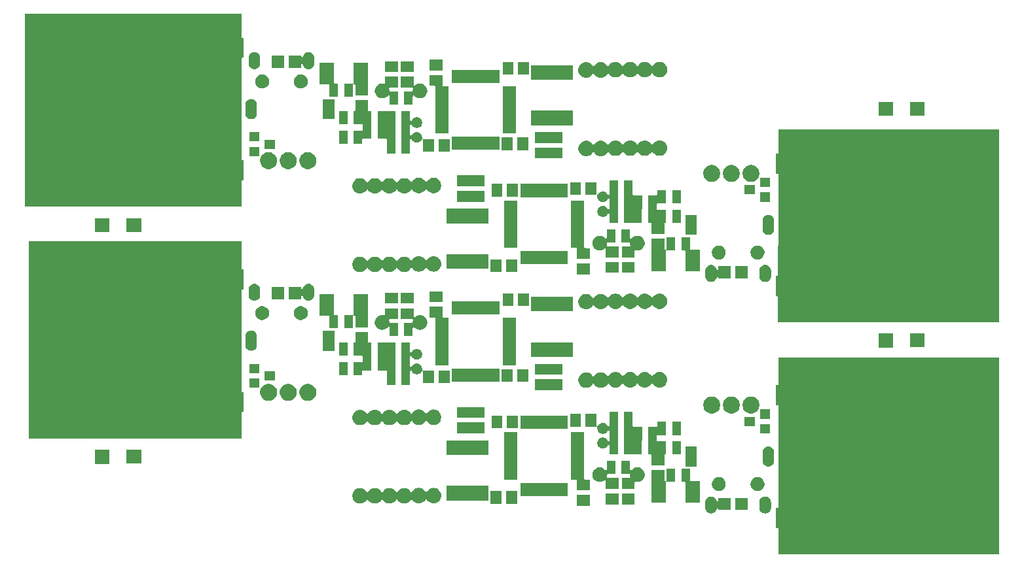
<source format=gbr>
G04 #@! TF.GenerationSoftware,KiCad,Pcbnew,5.0.2+dfsg1-1*
G04 #@! TF.CreationDate,2019-10-24T09:01:44+03:00*
G04 #@! TF.ProjectId,ERG-T-04,4552472d-542d-4303-942e-6b696361645f,rev?*
G04 #@! TF.SameCoordinates,Original*
G04 #@! TF.FileFunction,Soldermask,Bot*
G04 #@! TF.FilePolarity,Negative*
%FSLAX46Y46*%
G04 Gerber Fmt 4.6, Leading zero omitted, Abs format (unit mm)*
G04 Created by KiCad (PCBNEW 5.0.2+dfsg1-1) date Чт 24 окт 2019 09:01:44*
%MOMM*%
%LPD*%
G01*
G04 APERTURE LIST*
%ADD10C,0.100000*%
G04 APERTURE END LIST*
D10*
G36*
X142500000Y-89500000D02*
X114000000Y-89500000D01*
X114000000Y-86232500D01*
X113997598Y-86208114D01*
X113990485Y-86184665D01*
X113978934Y-86163054D01*
X113963388Y-86144112D01*
X113944446Y-86128566D01*
X113922835Y-86117015D01*
X113899386Y-86109902D01*
X113875000Y-86107500D01*
X113617500Y-86107500D01*
X113617500Y-83497500D01*
X113875000Y-83497500D01*
X113899386Y-83495098D01*
X113922835Y-83487985D01*
X113944446Y-83476434D01*
X113963388Y-83460888D01*
X113978934Y-83441946D01*
X113990485Y-83420335D01*
X113997598Y-83396886D01*
X114000000Y-83372500D01*
X114000000Y-70342500D01*
X113997598Y-70318114D01*
X113990485Y-70294665D01*
X113978934Y-70273054D01*
X113963388Y-70254112D01*
X113944446Y-70238566D01*
X113922835Y-70227015D01*
X113899386Y-70219902D01*
X113875000Y-70217500D01*
X113617500Y-70217500D01*
X113617500Y-67607500D01*
X113875000Y-67607500D01*
X113899386Y-67605098D01*
X113922835Y-67597985D01*
X113944446Y-67586434D01*
X113963388Y-67570888D01*
X113978934Y-67551946D01*
X113990485Y-67530335D01*
X113997598Y-67506886D01*
X114000000Y-67482500D01*
X114000000Y-64000000D01*
X142500000Y-64000000D01*
X142500000Y-89500000D01*
X142500000Y-89500000D01*
G37*
G36*
X105394526Y-82048352D02*
X105535900Y-82091238D01*
X105666190Y-82160878D01*
X105780399Y-82254607D01*
X105874120Y-82368806D01*
X105943762Y-82499098D01*
X105972883Y-82595098D01*
X105982260Y-82617737D01*
X105995874Y-82638111D01*
X106013201Y-82655439D01*
X106033576Y-82669052D01*
X106056215Y-82678430D01*
X106080248Y-82683210D01*
X106104752Y-82683210D01*
X106128786Y-82678429D01*
X106151425Y-82669052D01*
X106171799Y-82655438D01*
X106189127Y-82638111D01*
X106202740Y-82617736D01*
X106212118Y-82595097D01*
X106217500Y-82558812D01*
X106217500Y-82207500D01*
X107817500Y-82207500D01*
X107817500Y-83807500D01*
X106217500Y-83807500D01*
X106217500Y-83716188D01*
X106215098Y-83691802D01*
X106207985Y-83668353D01*
X106196434Y-83646742D01*
X106180888Y-83627800D01*
X106161946Y-83612254D01*
X106140335Y-83600703D01*
X106116886Y-83593590D01*
X106092500Y-83591188D01*
X106068114Y-83593590D01*
X106044665Y-83600703D01*
X106023054Y-83612254D01*
X106004112Y-83627800D01*
X105988566Y-83646742D01*
X105972883Y-83679902D01*
X105943762Y-83775902D01*
X105874120Y-83906194D01*
X105780396Y-84020396D01*
X105666194Y-84114120D01*
X105535901Y-84183762D01*
X105394527Y-84226648D01*
X105247500Y-84241128D01*
X105100474Y-84226648D01*
X104959100Y-84183762D01*
X104828807Y-84114120D01*
X104714605Y-84020396D01*
X104620881Y-83906194D01*
X104551240Y-83775902D01*
X104508352Y-83634525D01*
X104497500Y-83524339D01*
X104497500Y-82750662D01*
X104508352Y-82640474D01*
X104551238Y-82499100D01*
X104620878Y-82368810D01*
X104714607Y-82254601D01*
X104828806Y-82160880D01*
X104959099Y-82091238D01*
X105100473Y-82048352D01*
X105247500Y-82033872D01*
X105394526Y-82048352D01*
X105394526Y-82048352D01*
G37*
G36*
X112394526Y-82048352D02*
X112535900Y-82091238D01*
X112666190Y-82160878D01*
X112780399Y-82254607D01*
X112874120Y-82368806D01*
X112943762Y-82499099D01*
X112986648Y-82640473D01*
X112997500Y-82750661D01*
X112997500Y-83524339D01*
X112986648Y-83634527D01*
X112943762Y-83775901D01*
X112874120Y-83906194D01*
X112780396Y-84020396D01*
X112666194Y-84114120D01*
X112535901Y-84183762D01*
X112394527Y-84226648D01*
X112247500Y-84241128D01*
X112100474Y-84226648D01*
X111959100Y-84183762D01*
X111828807Y-84114120D01*
X111714605Y-84020396D01*
X111620881Y-83906194D01*
X111551240Y-83775902D01*
X111508352Y-83634525D01*
X111497500Y-83524339D01*
X111497500Y-82750662D01*
X111508352Y-82640474D01*
X111551238Y-82499100D01*
X111620878Y-82368810D01*
X111714607Y-82254601D01*
X111828806Y-82160880D01*
X111959099Y-82091238D01*
X112100473Y-82048352D01*
X112247500Y-82033872D01*
X112394526Y-82048352D01*
X112394526Y-82048352D01*
G37*
G36*
X110017500Y-83807500D02*
X108417500Y-83807500D01*
X108417500Y-82207500D01*
X110017500Y-82207500D01*
X110017500Y-83807500D01*
X110017500Y-83807500D01*
G37*
G36*
X89575000Y-83260000D02*
X87925000Y-83260000D01*
X87925000Y-81860000D01*
X89575000Y-81860000D01*
X89575000Y-83260000D01*
X89575000Y-83260000D01*
G37*
G36*
X93300000Y-83060000D02*
X91650000Y-83060000D01*
X91650000Y-81660000D01*
X93300000Y-81660000D01*
X93300000Y-83060000D01*
X93300000Y-83060000D01*
G37*
G36*
X95350000Y-83060000D02*
X93700000Y-83060000D01*
X93700000Y-81660000D01*
X95350000Y-81660000D01*
X95350000Y-83060000D01*
X95350000Y-83060000D01*
G37*
G36*
X78150000Y-82985000D02*
X76750000Y-82985000D01*
X76750000Y-81335000D01*
X78150000Y-81335000D01*
X78150000Y-82985000D01*
X78150000Y-82985000D01*
G37*
G36*
X80150000Y-82985000D02*
X78750000Y-82985000D01*
X78750000Y-81335000D01*
X80150000Y-81335000D01*
X80150000Y-82985000D01*
X80150000Y-82985000D01*
G37*
G36*
X67651030Y-80934469D02*
X67651033Y-80934470D01*
X67651034Y-80934470D01*
X67839535Y-80991651D01*
X67839537Y-80991652D01*
X68013260Y-81084509D01*
X68165528Y-81209472D01*
X68290493Y-81361743D01*
X68294761Y-81369727D01*
X68308375Y-81390101D01*
X68325702Y-81407428D01*
X68346077Y-81421042D01*
X68368716Y-81430419D01*
X68392749Y-81435199D01*
X68417254Y-81435199D01*
X68441287Y-81430418D01*
X68463926Y-81421040D01*
X68484300Y-81407426D01*
X68501627Y-81390099D01*
X68515239Y-81369727D01*
X68519507Y-81361743D01*
X68644472Y-81209472D01*
X68796740Y-81084509D01*
X68970463Y-80991652D01*
X68970465Y-80991651D01*
X69158966Y-80934470D01*
X69158967Y-80934470D01*
X69158970Y-80934469D01*
X69305876Y-80920000D01*
X69404124Y-80920000D01*
X69551030Y-80934469D01*
X69551033Y-80934470D01*
X69551034Y-80934470D01*
X69739535Y-80991651D01*
X69739537Y-80991652D01*
X69913260Y-81084509D01*
X70065528Y-81209472D01*
X70190491Y-81361740D01*
X70283348Y-81535463D01*
X70340531Y-81723970D01*
X70359838Y-81920000D01*
X70340531Y-82116030D01*
X70340530Y-82116033D01*
X70340530Y-82116034D01*
X70299380Y-82251689D01*
X70283348Y-82304537D01*
X70190491Y-82478260D01*
X70065528Y-82630528D01*
X69913260Y-82755491D01*
X69913258Y-82755492D01*
X69739535Y-82848349D01*
X69551034Y-82905530D01*
X69551033Y-82905530D01*
X69551030Y-82905531D01*
X69404124Y-82920000D01*
X69305876Y-82920000D01*
X69158970Y-82905531D01*
X69158967Y-82905530D01*
X69158966Y-82905530D01*
X68970465Y-82848349D01*
X68796742Y-82755492D01*
X68796740Y-82755491D01*
X68644472Y-82630528D01*
X68519507Y-82478257D01*
X68515239Y-82470273D01*
X68501625Y-82449899D01*
X68484298Y-82432572D01*
X68463923Y-82418958D01*
X68441284Y-82409581D01*
X68417251Y-82404801D01*
X68392746Y-82404801D01*
X68368713Y-82409582D01*
X68346074Y-82418960D01*
X68325700Y-82432574D01*
X68308373Y-82449901D01*
X68294761Y-82470273D01*
X68290493Y-82478257D01*
X68165528Y-82630528D01*
X68013260Y-82755491D01*
X68013258Y-82755492D01*
X67839535Y-82848349D01*
X67651034Y-82905530D01*
X67651033Y-82905530D01*
X67651030Y-82905531D01*
X67504124Y-82920000D01*
X67405876Y-82920000D01*
X67258970Y-82905531D01*
X67258967Y-82905530D01*
X67258966Y-82905530D01*
X67070465Y-82848349D01*
X66896742Y-82755492D01*
X66896740Y-82755491D01*
X66744472Y-82630528D01*
X66611718Y-82468767D01*
X66594391Y-82451440D01*
X66574017Y-82437826D01*
X66551378Y-82428448D01*
X66527344Y-82423668D01*
X66502840Y-82423668D01*
X66478807Y-82428448D01*
X66456167Y-82437826D01*
X66435793Y-82451440D01*
X66411164Y-82478613D01*
X66331751Y-82597463D01*
X66192463Y-82736751D01*
X66028678Y-82846189D01*
X65846689Y-82921571D01*
X65730770Y-82944628D01*
X65653493Y-82960000D01*
X65456507Y-82960000D01*
X65379230Y-82944628D01*
X65263311Y-82921571D01*
X65081322Y-82846189D01*
X64917537Y-82736751D01*
X64778249Y-82597463D01*
X64708926Y-82493715D01*
X64693388Y-82474781D01*
X64674446Y-82459236D01*
X64652835Y-82447685D01*
X64629386Y-82440572D01*
X64605000Y-82438170D01*
X64580613Y-82440572D01*
X64557164Y-82447685D01*
X64535554Y-82459236D01*
X64516611Y-82474782D01*
X64501074Y-82493715D01*
X64431751Y-82597463D01*
X64292463Y-82736751D01*
X64128678Y-82846189D01*
X63946689Y-82921571D01*
X63830770Y-82944628D01*
X63753493Y-82960000D01*
X63556507Y-82960000D01*
X63479230Y-82944628D01*
X63363311Y-82921571D01*
X63181322Y-82846189D01*
X63017537Y-82736751D01*
X62878249Y-82597463D01*
X62808926Y-82493715D01*
X62793388Y-82474781D01*
X62774446Y-82459236D01*
X62752835Y-82447685D01*
X62729386Y-82440572D01*
X62705000Y-82438170D01*
X62680613Y-82440572D01*
X62657164Y-82447685D01*
X62635554Y-82459236D01*
X62616611Y-82474782D01*
X62601074Y-82493715D01*
X62531751Y-82597463D01*
X62392463Y-82736751D01*
X62228678Y-82846189D01*
X62046689Y-82921571D01*
X61930770Y-82944628D01*
X61853493Y-82960000D01*
X61656507Y-82960000D01*
X61579230Y-82944628D01*
X61463311Y-82921571D01*
X61281322Y-82846189D01*
X61117537Y-82736751D01*
X60978249Y-82597463D01*
X60908926Y-82493715D01*
X60893388Y-82474781D01*
X60874446Y-82459236D01*
X60852835Y-82447685D01*
X60829386Y-82440572D01*
X60805000Y-82438170D01*
X60780613Y-82440572D01*
X60757164Y-82447685D01*
X60735554Y-82459236D01*
X60716611Y-82474782D01*
X60701074Y-82493715D01*
X60631751Y-82597463D01*
X60492463Y-82736751D01*
X60328678Y-82846189D01*
X60146689Y-82921571D01*
X60030770Y-82944628D01*
X59953493Y-82960000D01*
X59756507Y-82960000D01*
X59679230Y-82944628D01*
X59563311Y-82921571D01*
X59381322Y-82846189D01*
X59217537Y-82736751D01*
X59078249Y-82597463D01*
X58968811Y-82433678D01*
X58893429Y-82251689D01*
X58861514Y-82091239D01*
X58855000Y-82058493D01*
X58855000Y-81861507D01*
X58882359Y-81723966D01*
X58893429Y-81668311D01*
X58968811Y-81486322D01*
X59078249Y-81322537D01*
X59217537Y-81183249D01*
X59381322Y-81073811D01*
X59563311Y-80998429D01*
X59679230Y-80975372D01*
X59756507Y-80960000D01*
X59953493Y-80960000D01*
X60030770Y-80975372D01*
X60146689Y-80998429D01*
X60328678Y-81073811D01*
X60492463Y-81183249D01*
X60631751Y-81322537D01*
X60701074Y-81426285D01*
X60716612Y-81445219D01*
X60735554Y-81460764D01*
X60757165Y-81472315D01*
X60780614Y-81479428D01*
X60805000Y-81481830D01*
X60829387Y-81479428D01*
X60852836Y-81472315D01*
X60874446Y-81460764D01*
X60893389Y-81445218D01*
X60908926Y-81426285D01*
X60978249Y-81322537D01*
X61117537Y-81183249D01*
X61281322Y-81073811D01*
X61463311Y-80998429D01*
X61579230Y-80975372D01*
X61656507Y-80960000D01*
X61853493Y-80960000D01*
X61930770Y-80975372D01*
X62046689Y-80998429D01*
X62228678Y-81073811D01*
X62392463Y-81183249D01*
X62531751Y-81322537D01*
X62601074Y-81426285D01*
X62616612Y-81445219D01*
X62635554Y-81460764D01*
X62657165Y-81472315D01*
X62680614Y-81479428D01*
X62705000Y-81481830D01*
X62729387Y-81479428D01*
X62752836Y-81472315D01*
X62774446Y-81460764D01*
X62793389Y-81445218D01*
X62808926Y-81426285D01*
X62878249Y-81322537D01*
X63017537Y-81183249D01*
X63181322Y-81073811D01*
X63363311Y-80998429D01*
X63479230Y-80975372D01*
X63556507Y-80960000D01*
X63753493Y-80960000D01*
X63830770Y-80975372D01*
X63946689Y-80998429D01*
X64128678Y-81073811D01*
X64292463Y-81183249D01*
X64431751Y-81322537D01*
X64501074Y-81426285D01*
X64516612Y-81445219D01*
X64535554Y-81460764D01*
X64557165Y-81472315D01*
X64580614Y-81479428D01*
X64605000Y-81481830D01*
X64629387Y-81479428D01*
X64652836Y-81472315D01*
X64674446Y-81460764D01*
X64693389Y-81445218D01*
X64708926Y-81426285D01*
X64778249Y-81322537D01*
X64917537Y-81183249D01*
X65081322Y-81073811D01*
X65263311Y-80998429D01*
X65379230Y-80975372D01*
X65456507Y-80960000D01*
X65653493Y-80960000D01*
X65730770Y-80975372D01*
X65846689Y-80998429D01*
X66028678Y-81073811D01*
X66192463Y-81183249D01*
X66331751Y-81322537D01*
X66387408Y-81405834D01*
X66402942Y-81424762D01*
X66421884Y-81440307D01*
X66443495Y-81451859D01*
X66466944Y-81458972D01*
X66491331Y-81461374D01*
X66515717Y-81458972D01*
X66539166Y-81451859D01*
X66560777Y-81440308D01*
X66579719Y-81424763D01*
X66601571Y-81395299D01*
X66619508Y-81361741D01*
X66744472Y-81209472D01*
X66896740Y-81084509D01*
X67070463Y-80991652D01*
X67070465Y-80991651D01*
X67258966Y-80934470D01*
X67258967Y-80934470D01*
X67258970Y-80934469D01*
X67405876Y-80920000D01*
X67504124Y-80920000D01*
X67651030Y-80934469D01*
X67651030Y-80934469D01*
G37*
G36*
X102517500Y-79952500D02*
X102519902Y-79976886D01*
X102527015Y-80000335D01*
X102538566Y-80021946D01*
X102554112Y-80040888D01*
X102573054Y-80056434D01*
X102594665Y-80067985D01*
X102618114Y-80075098D01*
X102642500Y-80077500D01*
X103782500Y-80077500D01*
X103782500Y-82877500D01*
X101932500Y-82877500D01*
X101932500Y-80272500D01*
X101930098Y-80248114D01*
X101922985Y-80224665D01*
X101911434Y-80203054D01*
X101895888Y-80184112D01*
X101876946Y-80168566D01*
X101855335Y-80157015D01*
X101831886Y-80149902D01*
X101807500Y-80147500D01*
X101417500Y-80147500D01*
X101417500Y-78447500D01*
X102517500Y-78447500D01*
X102517500Y-79952500D01*
X102517500Y-79952500D01*
G37*
G36*
X100617500Y-80147500D02*
X99507500Y-80147500D01*
X99483114Y-80149902D01*
X99459665Y-80157015D01*
X99438054Y-80168566D01*
X99419112Y-80184112D01*
X99403566Y-80203054D01*
X99392015Y-80224665D01*
X99384902Y-80248114D01*
X99382500Y-80272500D01*
X99382500Y-82877500D01*
X97532500Y-82877500D01*
X97532500Y-80001242D01*
X97532985Y-80000335D01*
X97540098Y-79976886D01*
X97542500Y-79952500D01*
X97542500Y-78607500D01*
X99192500Y-78607500D01*
X99192500Y-79952500D01*
X99194902Y-79976886D01*
X99202015Y-80000335D01*
X99213566Y-80021946D01*
X99229112Y-80040888D01*
X99248054Y-80056434D01*
X99269665Y-80067985D01*
X99293114Y-80075098D01*
X99317500Y-80077500D01*
X99392500Y-80077500D01*
X99416886Y-80075098D01*
X99440335Y-80067985D01*
X99461946Y-80056434D01*
X99480888Y-80040888D01*
X99496434Y-80021946D01*
X99507985Y-80000335D01*
X99515098Y-79976886D01*
X99517500Y-79952500D01*
X99517500Y-78447500D01*
X100617500Y-78447500D01*
X100617500Y-80147500D01*
X100617500Y-80147500D01*
G37*
G36*
X76450000Y-82560000D02*
X71050000Y-82560000D01*
X71050000Y-80660000D01*
X76450000Y-80660000D01*
X76450000Y-82560000D01*
X76450000Y-82560000D01*
G37*
G36*
X86725000Y-81960000D02*
X80575000Y-81960000D01*
X80575000Y-80260000D01*
X86725000Y-80260000D01*
X86725000Y-81960000D01*
X86725000Y-81960000D01*
G37*
G36*
X111510021Y-79572086D02*
X111673809Y-79639929D01*
X111821220Y-79738426D01*
X111946574Y-79863780D01*
X112045071Y-80011191D01*
X112112914Y-80174979D01*
X112147500Y-80348856D01*
X112147500Y-80526144D01*
X112112914Y-80700021D01*
X112045071Y-80863809D01*
X111946574Y-81011220D01*
X111821220Y-81136574D01*
X111673809Y-81235071D01*
X111510021Y-81302914D01*
X111336144Y-81337500D01*
X111158856Y-81337500D01*
X110984979Y-81302914D01*
X110821191Y-81235071D01*
X110673780Y-81136574D01*
X110548426Y-81011220D01*
X110449929Y-80863809D01*
X110382086Y-80700021D01*
X110347500Y-80526144D01*
X110347500Y-80348856D01*
X110382086Y-80174979D01*
X110449929Y-80011191D01*
X110548426Y-79863780D01*
X110673780Y-79738426D01*
X110821191Y-79639929D01*
X110984979Y-79572086D01*
X111158856Y-79537500D01*
X111336144Y-79537500D01*
X111510021Y-79572086D01*
X111510021Y-79572086D01*
G37*
G36*
X106510021Y-79572086D02*
X106673809Y-79639929D01*
X106821220Y-79738426D01*
X106946574Y-79863780D01*
X107045071Y-80011191D01*
X107112914Y-80174979D01*
X107147500Y-80348856D01*
X107147500Y-80526144D01*
X107112914Y-80700021D01*
X107045071Y-80863809D01*
X106946574Y-81011220D01*
X106821220Y-81136574D01*
X106673809Y-81235071D01*
X106510021Y-81302914D01*
X106336144Y-81337500D01*
X106158856Y-81337500D01*
X105984979Y-81302914D01*
X105821191Y-81235071D01*
X105673780Y-81136574D01*
X105548426Y-81011220D01*
X105449929Y-80863809D01*
X105382086Y-80700021D01*
X105347500Y-80526144D01*
X105347500Y-80348856D01*
X105382086Y-80174979D01*
X105449929Y-80011191D01*
X105548426Y-79863780D01*
X105673780Y-79738426D01*
X105821191Y-79639929D01*
X105984979Y-79572086D01*
X106158856Y-79537500D01*
X106336144Y-79537500D01*
X106510021Y-79572086D01*
X106510021Y-79572086D01*
G37*
G36*
X88850000Y-79735000D02*
X88852402Y-79759386D01*
X88859515Y-79782835D01*
X88871066Y-79804446D01*
X88886612Y-79823388D01*
X88905554Y-79838934D01*
X88927165Y-79850485D01*
X88950614Y-79857598D01*
X88975000Y-79860000D01*
X89575000Y-79860000D01*
X89575000Y-81260000D01*
X87925000Y-81260000D01*
X87925000Y-79960000D01*
X87922598Y-79935614D01*
X87915485Y-79912165D01*
X87903934Y-79890554D01*
X87888388Y-79871612D01*
X87869446Y-79856066D01*
X87847835Y-79844515D01*
X87824386Y-79837402D01*
X87800000Y-79835000D01*
X87150000Y-79835000D01*
X87150000Y-73685000D01*
X88850000Y-73685000D01*
X88850000Y-79735000D01*
X88850000Y-79735000D01*
G37*
G36*
X94757500Y-78532221D02*
X94759902Y-78556607D01*
X94767015Y-78580056D01*
X94778566Y-78601667D01*
X94794112Y-78620609D01*
X94813054Y-78636155D01*
X94834665Y-78647706D01*
X94858114Y-78654819D01*
X94882500Y-78657221D01*
X94906886Y-78654819D01*
X94930335Y-78647706D01*
X94951946Y-78636155D01*
X94970888Y-78620609D01*
X95111910Y-78479587D01*
X95267506Y-78375621D01*
X95440395Y-78304008D01*
X95578049Y-78276627D01*
X95623932Y-78267500D01*
X95811068Y-78267500D01*
X95856951Y-78276627D01*
X95994605Y-78304008D01*
X96167494Y-78375621D01*
X96323090Y-78479587D01*
X96455413Y-78611910D01*
X96559379Y-78767506D01*
X96630992Y-78940395D01*
X96658373Y-79078048D01*
X96667500Y-79123932D01*
X96667500Y-79311068D01*
X96658373Y-79356952D01*
X96630992Y-79494605D01*
X96559379Y-79667494D01*
X96455413Y-79823090D01*
X96323090Y-79955413D01*
X96167494Y-80059379D01*
X95994605Y-80130992D01*
X95856951Y-80158373D01*
X95811068Y-80167500D01*
X95623932Y-80167500D01*
X95499386Y-80142726D01*
X95475000Y-80140324D01*
X95450614Y-80142726D01*
X95427165Y-80149839D01*
X95405554Y-80161390D01*
X95386612Y-80176936D01*
X95371066Y-80195878D01*
X95359515Y-80217488D01*
X95352402Y-80240938D01*
X95350000Y-80265324D01*
X95350000Y-81060000D01*
X93700000Y-81060000D01*
X93700000Y-79660000D01*
X94685442Y-79660000D01*
X94709828Y-79657598D01*
X94733277Y-79650485D01*
X94754888Y-79638934D01*
X94773830Y-79623388D01*
X94789376Y-79604446D01*
X94800927Y-79582835D01*
X94808040Y-79559386D01*
X94810442Y-79535000D01*
X94808040Y-79510614D01*
X94805579Y-79502502D01*
X94804008Y-79494602D01*
X94787072Y-79409461D01*
X94767500Y-79311068D01*
X94767500Y-79252500D01*
X94765098Y-79228114D01*
X94757985Y-79204665D01*
X94746434Y-79183054D01*
X94730888Y-79164112D01*
X94711946Y-79148566D01*
X94690335Y-79137015D01*
X94666886Y-79129902D01*
X94642500Y-79127500D01*
X93657500Y-79127500D01*
X93657500Y-77427500D01*
X94757500Y-77427500D01*
X94757500Y-78532221D01*
X94757500Y-78532221D01*
G37*
G36*
X92857500Y-79127500D02*
X91912500Y-79127500D01*
X91888114Y-79129902D01*
X91864665Y-79137015D01*
X91843054Y-79148566D01*
X91824112Y-79164112D01*
X91808566Y-79183054D01*
X91797015Y-79204665D01*
X91789902Y-79228114D01*
X91787500Y-79252500D01*
X91787500Y-79311068D01*
X91777714Y-79360265D01*
X91750992Y-79494605D01*
X91750991Y-79494608D01*
X91749423Y-79502490D01*
X91746962Y-79510601D01*
X91744558Y-79534987D01*
X91746957Y-79559373D01*
X91754068Y-79582823D01*
X91765617Y-79604435D01*
X91781160Y-79623379D01*
X91800101Y-79638926D01*
X91821710Y-79650480D01*
X91845159Y-79657596D01*
X91869558Y-79660000D01*
X93300000Y-79660000D01*
X93300000Y-81060000D01*
X91650000Y-81060000D01*
X91650000Y-80050279D01*
X91647598Y-80025893D01*
X91640485Y-80002444D01*
X91628934Y-79980833D01*
X91613388Y-79961891D01*
X91594446Y-79946345D01*
X91572835Y-79934794D01*
X91549386Y-79927681D01*
X91525000Y-79925279D01*
X91500614Y-79927681D01*
X91477165Y-79934794D01*
X91455554Y-79946345D01*
X91450707Y-79950323D01*
X91443092Y-79955411D01*
X91443090Y-79955413D01*
X91287494Y-80059379D01*
X91114605Y-80130992D01*
X90976951Y-80158373D01*
X90931068Y-80167500D01*
X90743932Y-80167500D01*
X90698049Y-80158373D01*
X90560395Y-80130992D01*
X90387506Y-80059379D01*
X90231910Y-79955413D01*
X90099587Y-79823090D01*
X89995621Y-79667494D01*
X89924008Y-79494605D01*
X89896627Y-79356952D01*
X89887500Y-79311068D01*
X89887500Y-79123932D01*
X89896627Y-79078048D01*
X89924008Y-78940395D01*
X89995621Y-78767506D01*
X90099587Y-78611910D01*
X90231910Y-78479587D01*
X90387506Y-78375621D01*
X90560395Y-78304008D01*
X90698049Y-78276627D01*
X90743932Y-78267500D01*
X90931068Y-78267500D01*
X90976951Y-78276627D01*
X91114605Y-78304008D01*
X91287494Y-78375621D01*
X91443090Y-78479587D01*
X91544112Y-78580609D01*
X91563054Y-78596155D01*
X91584665Y-78607706D01*
X91608114Y-78614819D01*
X91632500Y-78617221D01*
X91656886Y-78614819D01*
X91680335Y-78607706D01*
X91701946Y-78596155D01*
X91720888Y-78580609D01*
X91736434Y-78561667D01*
X91747985Y-78540056D01*
X91755098Y-78516607D01*
X91757500Y-78492221D01*
X91757500Y-77427500D01*
X92857500Y-77427500D01*
X92857500Y-79127500D01*
X92857500Y-79127500D01*
G37*
G36*
X80150000Y-79835000D02*
X78450000Y-79835000D01*
X78450000Y-73685000D01*
X80150000Y-73685000D01*
X80150000Y-79835000D01*
X80150000Y-79835000D01*
G37*
G36*
X112804526Y-75568352D02*
X112945900Y-75611238D01*
X113076190Y-75680878D01*
X113190399Y-75774607D01*
X113284120Y-75888806D01*
X113353762Y-76019099D01*
X113396648Y-76160473D01*
X113407500Y-76270661D01*
X113407500Y-77444339D01*
X113396648Y-77554527D01*
X113353762Y-77695901D01*
X113284120Y-77826194D01*
X113190396Y-77940396D01*
X113076194Y-78034120D01*
X112945901Y-78103762D01*
X112804527Y-78146648D01*
X112657500Y-78161128D01*
X112510474Y-78146648D01*
X112369100Y-78103762D01*
X112238807Y-78034120D01*
X112124605Y-77940396D01*
X112030881Y-77826194D01*
X111961239Y-77695901D01*
X111918353Y-77554527D01*
X111907501Y-77444339D01*
X111907500Y-76270662D01*
X111918352Y-76160474D01*
X111961238Y-76019100D01*
X112030878Y-75888810D01*
X112124607Y-75774601D01*
X112238806Y-75680880D01*
X112369099Y-75611238D01*
X112510473Y-75568352D01*
X112657500Y-75553872D01*
X112804526Y-75568352D01*
X112804526Y-75568352D01*
G37*
G36*
X103407500Y-78157500D02*
X101907500Y-78157500D01*
X101907500Y-75557500D01*
X103407500Y-75557500D01*
X103407500Y-78157500D01*
X103407500Y-78157500D01*
G37*
G36*
X99417500Y-74077500D02*
X98342500Y-74077500D01*
X98318114Y-74079902D01*
X98294665Y-74087015D01*
X98273054Y-74098566D01*
X98254112Y-74114112D01*
X98238566Y-74133054D01*
X98227015Y-74154665D01*
X98219902Y-74178114D01*
X98217500Y-74202500D01*
X98217500Y-74762500D01*
X98219902Y-74786886D01*
X98227015Y-74810335D01*
X98238566Y-74831946D01*
X98254112Y-74850888D01*
X98273054Y-74866434D01*
X98294665Y-74877985D01*
X98318114Y-74885098D01*
X98342500Y-74887500D01*
X99417500Y-74887500D01*
X99417500Y-76587500D01*
X99317500Y-76587500D01*
X99293114Y-76589902D01*
X99269665Y-76597015D01*
X99248054Y-76608566D01*
X99229112Y-76624112D01*
X99213566Y-76643054D01*
X99202015Y-76664665D01*
X99194902Y-76688114D01*
X99192500Y-76712500D01*
X99192500Y-78007500D01*
X97542500Y-78007500D01*
X97542500Y-76712500D01*
X97540098Y-76688114D01*
X97532985Y-76664665D01*
X97521434Y-76643054D01*
X97505888Y-76624112D01*
X97486946Y-76608566D01*
X97465335Y-76597015D01*
X97441886Y-76589902D01*
X97417500Y-76587500D01*
X97107500Y-76587500D01*
X97107500Y-74811242D01*
X97107985Y-74810335D01*
X97115098Y-74786886D01*
X97117500Y-74762500D01*
X97117500Y-73007500D01*
X98192500Y-73007500D01*
X98216886Y-73005098D01*
X98240335Y-72997985D01*
X98261946Y-72986434D01*
X98280888Y-72970888D01*
X98296434Y-72951946D01*
X98307985Y-72930335D01*
X98315098Y-72906886D01*
X98317500Y-72882500D01*
X98317500Y-72377500D01*
X99417500Y-72377500D01*
X99417500Y-74077500D01*
X99417500Y-74077500D01*
G37*
G36*
X27477500Y-77807500D02*
X25577500Y-77807500D01*
X25577500Y-76007500D01*
X27477500Y-76007500D01*
X27477500Y-77807500D01*
X27477500Y-77807500D01*
G37*
G36*
X31547500Y-77777500D02*
X29647500Y-77777500D01*
X29647500Y-75977500D01*
X31547500Y-75977500D01*
X31547500Y-77777500D01*
X31547500Y-77777500D01*
G37*
G36*
X76450000Y-76660000D02*
X71050000Y-76660000D01*
X71050000Y-74760000D01*
X76450000Y-74760000D01*
X76450000Y-76660000D01*
X76450000Y-76660000D01*
G37*
G36*
X93217500Y-76607500D02*
X92117500Y-76607500D01*
X92117500Y-75473276D01*
X92115098Y-75448890D01*
X92107985Y-75425441D01*
X92096434Y-75403830D01*
X92080888Y-75384888D01*
X92061946Y-75369342D01*
X92040335Y-75357791D01*
X92016886Y-75350678D01*
X91992500Y-75348276D01*
X91968114Y-75350678D01*
X91944665Y-75357791D01*
X91923054Y-75369342D01*
X91904112Y-75384888D01*
X91888566Y-75403830D01*
X91877015Y-75425441D01*
X91870332Y-75441575D01*
X91865444Y-75448890D01*
X91793726Y-75556224D01*
X91696224Y-75653726D01*
X91581574Y-75730332D01*
X91454183Y-75783100D01*
X91318945Y-75810000D01*
X91181055Y-75810000D01*
X91045817Y-75783100D01*
X90918426Y-75730332D01*
X90803776Y-75653726D01*
X90706274Y-75556224D01*
X90629668Y-75441574D01*
X90576900Y-75314183D01*
X90550000Y-75178945D01*
X90550000Y-75041055D01*
X90576900Y-74905817D01*
X90629668Y-74778426D01*
X90641980Y-74760000D01*
X90706274Y-74663776D01*
X90803776Y-74566274D01*
X90918426Y-74489668D01*
X90923201Y-74487690D01*
X91045817Y-74436900D01*
X91181055Y-74410000D01*
X91318945Y-74410000D01*
X91454183Y-74436900D01*
X91581574Y-74489668D01*
X91696225Y-74566275D01*
X91793725Y-74663775D01*
X91870332Y-74778425D01*
X91877015Y-74794559D01*
X91888566Y-74816170D01*
X91904111Y-74835112D01*
X91923053Y-74850657D01*
X91944664Y-74862209D01*
X91968113Y-74869322D01*
X91992499Y-74871724D01*
X92016886Y-74869322D01*
X92040335Y-74862209D01*
X92061946Y-74850658D01*
X92080888Y-74835113D01*
X92096433Y-74816171D01*
X92107985Y-74794560D01*
X92115098Y-74771111D01*
X92117500Y-74746724D01*
X92117500Y-73573276D01*
X92115098Y-73548890D01*
X92107985Y-73525441D01*
X92096434Y-73503830D01*
X92080888Y-73484888D01*
X92061946Y-73469342D01*
X92040335Y-73457791D01*
X92016886Y-73450678D01*
X91992500Y-73448276D01*
X91968114Y-73450678D01*
X91944665Y-73457791D01*
X91923054Y-73469342D01*
X91904112Y-73484888D01*
X91888566Y-73503830D01*
X91877015Y-73525441D01*
X91870332Y-73541575D01*
X91793725Y-73656225D01*
X91696225Y-73753725D01*
X91581574Y-73830332D01*
X91454183Y-73883100D01*
X91318945Y-73910000D01*
X91181055Y-73910000D01*
X91045817Y-73883100D01*
X90918426Y-73830332D01*
X90803775Y-73753725D01*
X90706275Y-73656225D01*
X90650851Y-73573276D01*
X90629668Y-73541574D01*
X90576900Y-73414183D01*
X90550000Y-73278945D01*
X90550000Y-73141058D01*
X90550929Y-73136388D01*
X90553331Y-73112002D01*
X90550929Y-73087615D01*
X90543817Y-73064166D01*
X90532266Y-73042555D01*
X90516720Y-73023613D01*
X90497779Y-73008067D01*
X90476168Y-72996516D01*
X90452719Y-72989402D01*
X90428331Y-72987000D01*
X89004000Y-72987000D01*
X89004000Y-71337000D01*
X90404000Y-71337000D01*
X90404000Y-72804091D01*
X90406402Y-72828477D01*
X90413515Y-72851926D01*
X90425066Y-72873537D01*
X90440612Y-72892479D01*
X90459554Y-72908025D01*
X90481165Y-72919576D01*
X90504614Y-72926689D01*
X90529000Y-72929091D01*
X90553386Y-72926689D01*
X90576835Y-72919576D01*
X90598446Y-72908025D01*
X90617388Y-72892479D01*
X90632933Y-72873538D01*
X90706275Y-72763775D01*
X90803775Y-72666275D01*
X90816908Y-72657500D01*
X90918426Y-72589668D01*
X91045817Y-72536900D01*
X91181055Y-72510000D01*
X91318945Y-72510000D01*
X91454183Y-72536900D01*
X91581574Y-72589668D01*
X91683093Y-72657500D01*
X91696225Y-72666275D01*
X91793725Y-72763775D01*
X91870332Y-72878425D01*
X91877015Y-72894559D01*
X91888566Y-72916170D01*
X91904111Y-72935112D01*
X91923053Y-72950657D01*
X91944664Y-72962209D01*
X91968113Y-72969322D01*
X91992499Y-72971724D01*
X92016886Y-72969322D01*
X92040335Y-72962209D01*
X92061946Y-72950658D01*
X92080888Y-72935113D01*
X92096433Y-72916171D01*
X92107985Y-72894560D01*
X92115098Y-72871111D01*
X92117500Y-72846724D01*
X92117500Y-71107500D01*
X93217500Y-71107500D01*
X93217500Y-76607500D01*
X93217500Y-76607500D01*
G37*
G36*
X95117500Y-72882500D02*
X95119902Y-72906886D01*
X95127015Y-72930335D01*
X95138566Y-72951946D01*
X95154112Y-72970888D01*
X95173054Y-72986434D01*
X95194665Y-72997985D01*
X95218114Y-73005098D01*
X95242500Y-73007500D01*
X96317500Y-73007500D01*
X96317500Y-74783758D01*
X96317015Y-74784665D01*
X96309902Y-74808114D01*
X96307500Y-74832500D01*
X96307500Y-76587500D01*
X95242500Y-76587500D01*
X95218114Y-76589902D01*
X95194665Y-76597015D01*
X95175048Y-76607500D01*
X94017500Y-76607500D01*
X94017500Y-71107500D01*
X95117500Y-71107500D01*
X95117500Y-72882500D01*
X95117500Y-72882500D01*
G37*
G36*
X101317500Y-76587500D02*
X100217500Y-76587500D01*
X100217500Y-74887500D01*
X101317500Y-74887500D01*
X101317500Y-76587500D01*
X101317500Y-76587500D01*
G37*
G36*
X44500000Y-52482500D02*
X44502402Y-52506886D01*
X44509515Y-52530335D01*
X44521066Y-52551946D01*
X44536612Y-52570888D01*
X44555554Y-52586434D01*
X44577165Y-52597985D01*
X44600614Y-52605098D01*
X44625000Y-52607500D01*
X44817500Y-52607500D01*
X44817500Y-55217500D01*
X44625000Y-55217500D01*
X44600614Y-55219902D01*
X44577165Y-55227015D01*
X44555554Y-55238566D01*
X44536612Y-55254112D01*
X44521066Y-55273054D01*
X44509515Y-55294665D01*
X44502402Y-55318114D01*
X44500000Y-55342500D01*
X44500000Y-68372500D01*
X44502402Y-68396886D01*
X44509515Y-68420335D01*
X44521066Y-68441946D01*
X44536612Y-68460888D01*
X44555554Y-68476434D01*
X44577165Y-68487985D01*
X44600614Y-68495098D01*
X44625000Y-68497500D01*
X44817500Y-68497500D01*
X44817500Y-71107500D01*
X44625000Y-71107500D01*
X44600614Y-71109902D01*
X44577165Y-71117015D01*
X44555554Y-71128566D01*
X44536612Y-71144112D01*
X44521066Y-71163054D01*
X44509515Y-71184665D01*
X44502402Y-71208114D01*
X44500000Y-71232500D01*
X44500000Y-74500000D01*
X17000000Y-74500000D01*
X17000000Y-49000000D01*
X44500000Y-49000000D01*
X44500000Y-52482500D01*
X44500000Y-52482500D01*
G37*
G36*
X101317500Y-74077500D02*
X100217500Y-74077500D01*
X100217500Y-72377500D01*
X101317500Y-72377500D01*
X101317500Y-74077500D01*
X101317500Y-74077500D01*
G37*
G36*
X75980000Y-73860000D02*
X72430000Y-73860000D01*
X72430000Y-72460000D01*
X75980000Y-72460000D01*
X75980000Y-73860000D01*
X75980000Y-73860000D01*
G37*
G36*
X112892500Y-73857500D02*
X111592500Y-73857500D01*
X111592500Y-72657500D01*
X112892500Y-72657500D01*
X112892500Y-73857500D01*
X112892500Y-73857500D01*
G37*
G36*
X86725000Y-73260000D02*
X80575000Y-73260000D01*
X80575000Y-71560000D01*
X86725000Y-71560000D01*
X86725000Y-73260000D01*
X86725000Y-73260000D01*
G37*
G36*
X78250000Y-73185000D02*
X76850000Y-73185000D01*
X76850000Y-71535000D01*
X78250000Y-71535000D01*
X78250000Y-73185000D01*
X78250000Y-73185000D01*
G37*
G36*
X80250000Y-73185000D02*
X78850000Y-73185000D01*
X78850000Y-71535000D01*
X80250000Y-71535000D01*
X80250000Y-73185000D01*
X80250000Y-73185000D01*
G37*
G36*
X88404000Y-72987000D02*
X87004000Y-72987000D01*
X87004000Y-71337000D01*
X88404000Y-71337000D01*
X88404000Y-72987000D01*
X88404000Y-72987000D01*
G37*
G36*
X110892500Y-72907500D02*
X109592500Y-72907500D01*
X109592500Y-71707500D01*
X110892500Y-71707500D01*
X110892500Y-72907500D01*
X110892500Y-72907500D01*
G37*
G36*
X67630770Y-70775372D02*
X67746689Y-70798429D01*
X67928678Y-70873811D01*
X68092463Y-70983249D01*
X68231751Y-71122537D01*
X68301074Y-71226285D01*
X68316612Y-71245219D01*
X68335554Y-71260764D01*
X68357165Y-71272315D01*
X68380614Y-71279428D01*
X68405000Y-71281830D01*
X68429387Y-71279428D01*
X68452836Y-71272315D01*
X68474446Y-71260764D01*
X68493389Y-71245218D01*
X68508926Y-71226285D01*
X68578249Y-71122537D01*
X68717537Y-70983249D01*
X68881322Y-70873811D01*
X69063311Y-70798429D01*
X69179230Y-70775372D01*
X69256507Y-70760000D01*
X69453493Y-70760000D01*
X69530770Y-70775372D01*
X69646689Y-70798429D01*
X69828678Y-70873811D01*
X69992463Y-70983249D01*
X70131751Y-71122537D01*
X70241189Y-71286322D01*
X70316571Y-71468311D01*
X70355000Y-71661509D01*
X70355000Y-71858491D01*
X70316571Y-72051689D01*
X70241189Y-72233678D01*
X70131751Y-72397463D01*
X69992463Y-72536751D01*
X69828678Y-72646189D01*
X69646689Y-72721571D01*
X69530770Y-72744628D01*
X69453493Y-72760000D01*
X69256507Y-72760000D01*
X69179230Y-72744628D01*
X69063311Y-72721571D01*
X68881322Y-72646189D01*
X68717537Y-72536751D01*
X68578249Y-72397463D01*
X68508926Y-72293715D01*
X68493388Y-72274781D01*
X68474446Y-72259236D01*
X68452835Y-72247685D01*
X68429386Y-72240572D01*
X68405000Y-72238170D01*
X68380613Y-72240572D01*
X68357164Y-72247685D01*
X68335554Y-72259236D01*
X68316611Y-72274782D01*
X68301074Y-72293715D01*
X68231751Y-72397463D01*
X68092463Y-72536751D01*
X67928678Y-72646189D01*
X67746689Y-72721571D01*
X67630770Y-72744628D01*
X67553493Y-72760000D01*
X67356507Y-72760000D01*
X67279230Y-72744628D01*
X67163311Y-72721571D01*
X66981322Y-72646189D01*
X66817537Y-72536751D01*
X66678249Y-72397463D01*
X66622592Y-72314166D01*
X66607058Y-72295238D01*
X66588116Y-72279693D01*
X66566505Y-72268141D01*
X66543056Y-72261028D01*
X66518669Y-72258626D01*
X66494283Y-72261028D01*
X66470834Y-72268141D01*
X66449223Y-72279692D01*
X66430281Y-72295237D01*
X66408429Y-72324701D01*
X66390492Y-72358259D01*
X66265528Y-72510528D01*
X66113260Y-72635491D01*
X66072084Y-72657500D01*
X65939535Y-72728349D01*
X65751034Y-72785530D01*
X65751033Y-72785530D01*
X65751030Y-72785531D01*
X65604124Y-72800000D01*
X65505876Y-72800000D01*
X65358970Y-72785531D01*
X65358967Y-72785530D01*
X65358966Y-72785530D01*
X65170465Y-72728349D01*
X65037916Y-72657500D01*
X64996740Y-72635491D01*
X64844472Y-72510528D01*
X64719507Y-72358257D01*
X64715239Y-72350273D01*
X64701625Y-72329899D01*
X64684298Y-72312572D01*
X64663923Y-72298958D01*
X64641284Y-72289581D01*
X64617251Y-72284801D01*
X64592746Y-72284801D01*
X64568713Y-72289582D01*
X64546074Y-72298960D01*
X64525700Y-72312574D01*
X64508373Y-72329901D01*
X64494761Y-72350273D01*
X64490493Y-72358257D01*
X64365528Y-72510528D01*
X64213260Y-72635491D01*
X64172084Y-72657500D01*
X64039535Y-72728349D01*
X63851034Y-72785530D01*
X63851033Y-72785530D01*
X63851030Y-72785531D01*
X63704124Y-72800000D01*
X63605876Y-72800000D01*
X63458970Y-72785531D01*
X63458967Y-72785530D01*
X63458966Y-72785530D01*
X63270465Y-72728349D01*
X63137916Y-72657500D01*
X63096740Y-72635491D01*
X62944472Y-72510528D01*
X62819507Y-72358257D01*
X62815239Y-72350273D01*
X62801625Y-72329899D01*
X62784298Y-72312572D01*
X62763923Y-72298958D01*
X62741284Y-72289581D01*
X62717251Y-72284801D01*
X62692746Y-72284801D01*
X62668713Y-72289582D01*
X62646074Y-72298960D01*
X62625700Y-72312574D01*
X62608373Y-72329901D01*
X62594761Y-72350273D01*
X62590493Y-72358257D01*
X62465528Y-72510528D01*
X62313260Y-72635491D01*
X62272084Y-72657500D01*
X62139535Y-72728349D01*
X61951034Y-72785530D01*
X61951033Y-72785530D01*
X61951030Y-72785531D01*
X61804124Y-72800000D01*
X61705876Y-72800000D01*
X61558970Y-72785531D01*
X61558967Y-72785530D01*
X61558966Y-72785530D01*
X61370465Y-72728349D01*
X61237916Y-72657500D01*
X61196740Y-72635491D01*
X61044472Y-72510528D01*
X60919507Y-72358257D01*
X60915239Y-72350273D01*
X60901625Y-72329899D01*
X60884298Y-72312572D01*
X60863923Y-72298958D01*
X60841284Y-72289581D01*
X60817251Y-72284801D01*
X60792746Y-72284801D01*
X60768713Y-72289582D01*
X60746074Y-72298960D01*
X60725700Y-72312574D01*
X60708373Y-72329901D01*
X60694761Y-72350273D01*
X60690493Y-72358257D01*
X60565528Y-72510528D01*
X60413260Y-72635491D01*
X60372084Y-72657500D01*
X60239535Y-72728349D01*
X60051034Y-72785530D01*
X60051033Y-72785530D01*
X60051030Y-72785531D01*
X59904124Y-72800000D01*
X59805876Y-72800000D01*
X59658970Y-72785531D01*
X59658967Y-72785530D01*
X59658966Y-72785530D01*
X59470465Y-72728349D01*
X59337916Y-72657500D01*
X59296740Y-72635491D01*
X59144472Y-72510528D01*
X59019509Y-72358260D01*
X58926652Y-72184537D01*
X58869469Y-71996030D01*
X58850162Y-71800000D01*
X58869469Y-71603970D01*
X58890391Y-71535000D01*
X58926651Y-71415465D01*
X58987811Y-71301042D01*
X59019509Y-71241740D01*
X59144472Y-71089472D01*
X59296740Y-70964509D01*
X59470463Y-70871652D01*
X59470465Y-70871651D01*
X59658966Y-70814470D01*
X59658967Y-70814470D01*
X59658970Y-70814469D01*
X59805876Y-70800000D01*
X59904124Y-70800000D01*
X60051030Y-70814469D01*
X60051033Y-70814470D01*
X60051034Y-70814470D01*
X60239535Y-70871651D01*
X60239537Y-70871652D01*
X60413260Y-70964509D01*
X60565528Y-71089472D01*
X60690493Y-71241743D01*
X60694761Y-71249727D01*
X60708375Y-71270101D01*
X60725702Y-71287428D01*
X60746077Y-71301042D01*
X60768716Y-71310419D01*
X60792749Y-71315199D01*
X60817254Y-71315199D01*
X60841287Y-71310418D01*
X60863926Y-71301040D01*
X60884300Y-71287426D01*
X60901627Y-71270099D01*
X60915239Y-71249727D01*
X60919507Y-71241743D01*
X61044472Y-71089472D01*
X61196740Y-70964509D01*
X61370463Y-70871652D01*
X61370465Y-70871651D01*
X61558966Y-70814470D01*
X61558967Y-70814470D01*
X61558970Y-70814469D01*
X61705876Y-70800000D01*
X61804124Y-70800000D01*
X61951030Y-70814469D01*
X61951033Y-70814470D01*
X61951034Y-70814470D01*
X62139535Y-70871651D01*
X62139537Y-70871652D01*
X62313260Y-70964509D01*
X62465528Y-71089472D01*
X62590493Y-71241743D01*
X62594761Y-71249727D01*
X62608375Y-71270101D01*
X62625702Y-71287428D01*
X62646077Y-71301042D01*
X62668716Y-71310419D01*
X62692749Y-71315199D01*
X62717254Y-71315199D01*
X62741287Y-71310418D01*
X62763926Y-71301040D01*
X62784300Y-71287426D01*
X62801627Y-71270099D01*
X62815239Y-71249727D01*
X62819507Y-71241743D01*
X62944472Y-71089472D01*
X63096740Y-70964509D01*
X63270463Y-70871652D01*
X63270465Y-70871651D01*
X63458966Y-70814470D01*
X63458967Y-70814470D01*
X63458970Y-70814469D01*
X63605876Y-70800000D01*
X63704124Y-70800000D01*
X63851030Y-70814469D01*
X63851033Y-70814470D01*
X63851034Y-70814470D01*
X64039535Y-70871651D01*
X64039537Y-70871652D01*
X64213260Y-70964509D01*
X64365528Y-71089472D01*
X64490493Y-71241743D01*
X64494761Y-71249727D01*
X64508375Y-71270101D01*
X64525702Y-71287428D01*
X64546077Y-71301042D01*
X64568716Y-71310419D01*
X64592749Y-71315199D01*
X64617254Y-71315199D01*
X64641287Y-71310418D01*
X64663926Y-71301040D01*
X64684300Y-71287426D01*
X64701627Y-71270099D01*
X64715239Y-71249727D01*
X64719507Y-71241743D01*
X64844472Y-71089472D01*
X64996740Y-70964509D01*
X65170463Y-70871652D01*
X65170465Y-70871651D01*
X65358966Y-70814470D01*
X65358967Y-70814470D01*
X65358970Y-70814469D01*
X65505876Y-70800000D01*
X65604124Y-70800000D01*
X65751030Y-70814469D01*
X65751033Y-70814470D01*
X65751034Y-70814470D01*
X65939535Y-70871651D01*
X65939537Y-70871652D01*
X66113260Y-70964509D01*
X66265528Y-71089472D01*
X66398282Y-71251233D01*
X66415609Y-71268560D01*
X66435983Y-71282174D01*
X66458622Y-71291552D01*
X66482656Y-71296332D01*
X66507160Y-71296332D01*
X66531193Y-71291552D01*
X66553833Y-71282174D01*
X66574207Y-71268560D01*
X66598836Y-71241387D01*
X66678249Y-71122537D01*
X66817537Y-70983249D01*
X66981322Y-70873811D01*
X67163311Y-70798429D01*
X67279230Y-70775372D01*
X67356507Y-70760000D01*
X67553493Y-70760000D01*
X67630770Y-70775372D01*
X67630770Y-70775372D01*
G37*
G36*
X112892500Y-71957500D02*
X111592500Y-71957500D01*
X111592500Y-70806281D01*
X111590098Y-70781895D01*
X111582985Y-70758446D01*
X111582479Y-70757500D01*
X112892500Y-70757500D01*
X112892500Y-71957500D01*
X112892500Y-71957500D01*
G37*
G36*
X75980000Y-71860000D02*
X72430000Y-71860000D01*
X72430000Y-70460000D01*
X75980000Y-70460000D01*
X75980000Y-71860000D01*
X75980000Y-71860000D01*
G37*
G36*
X110730857Y-69126272D02*
X110931042Y-69209191D01*
X110931045Y-69209193D01*
X111093735Y-69317899D01*
X111111213Y-69329578D01*
X111264422Y-69482787D01*
X111264424Y-69482790D01*
X111264425Y-69482791D01*
X111297373Y-69532101D01*
X111384809Y-69662958D01*
X111467728Y-69863143D01*
X111510000Y-70075658D01*
X111510000Y-70292342D01*
X111467728Y-70504858D01*
X111434671Y-70584665D01*
X111427558Y-70608114D01*
X111425156Y-70632500D01*
X111427558Y-70656887D01*
X111434671Y-70680336D01*
X111437388Y-70685420D01*
X111419665Y-70690796D01*
X111398054Y-70702347D01*
X111379112Y-70717893D01*
X111363567Y-70736833D01*
X111273484Y-70871652D01*
X111264422Y-70885213D01*
X111111213Y-71038422D01*
X110931042Y-71158809D01*
X110730857Y-71241728D01*
X110518342Y-71284000D01*
X110301658Y-71284000D01*
X110089143Y-71241728D01*
X109888958Y-71158809D01*
X109708787Y-71038422D01*
X109555578Y-70885213D01*
X109546517Y-70871652D01*
X109435193Y-70705045D01*
X109435191Y-70705042D01*
X109352272Y-70504857D01*
X109310000Y-70292342D01*
X109310000Y-70075658D01*
X109352272Y-69863143D01*
X109435191Y-69662958D01*
X109522627Y-69532101D01*
X109555575Y-69482791D01*
X109555576Y-69482790D01*
X109555578Y-69482787D01*
X109708787Y-69329578D01*
X109726266Y-69317899D01*
X109888955Y-69209193D01*
X109888958Y-69209191D01*
X110089143Y-69126272D01*
X110301658Y-69084000D01*
X110518342Y-69084000D01*
X110730857Y-69126272D01*
X110730857Y-69126272D01*
G37*
G36*
X105650857Y-69126272D02*
X105851042Y-69209191D01*
X105851045Y-69209193D01*
X106013735Y-69317899D01*
X106031213Y-69329578D01*
X106184422Y-69482787D01*
X106184424Y-69482790D01*
X106184425Y-69482791D01*
X106217373Y-69532101D01*
X106304809Y-69662958D01*
X106387728Y-69863143D01*
X106430000Y-70075658D01*
X106430000Y-70292342D01*
X106387728Y-70504857D01*
X106304809Y-70705042D01*
X106304807Y-70705045D01*
X106193484Y-70871652D01*
X106184422Y-70885213D01*
X106031213Y-71038422D01*
X105851042Y-71158809D01*
X105650857Y-71241728D01*
X105438342Y-71284000D01*
X105221658Y-71284000D01*
X105009143Y-71241728D01*
X104808958Y-71158809D01*
X104628787Y-71038422D01*
X104475578Y-70885213D01*
X104466517Y-70871652D01*
X104355193Y-70705045D01*
X104355191Y-70705042D01*
X104272272Y-70504857D01*
X104230000Y-70292342D01*
X104230000Y-70075658D01*
X104272272Y-69863143D01*
X104355191Y-69662958D01*
X104442627Y-69532101D01*
X104475575Y-69482791D01*
X104475576Y-69482790D01*
X104475578Y-69482787D01*
X104628787Y-69329578D01*
X104646266Y-69317899D01*
X104808955Y-69209193D01*
X104808958Y-69209191D01*
X105009143Y-69126272D01*
X105221658Y-69084000D01*
X105438342Y-69084000D01*
X105650857Y-69126272D01*
X105650857Y-69126272D01*
G37*
G36*
X108190857Y-69126272D02*
X108391042Y-69209191D01*
X108391045Y-69209193D01*
X108553735Y-69317899D01*
X108571213Y-69329578D01*
X108724422Y-69482787D01*
X108724424Y-69482790D01*
X108724425Y-69482791D01*
X108757373Y-69532101D01*
X108844809Y-69662958D01*
X108927728Y-69863143D01*
X108970000Y-70075658D01*
X108970000Y-70292342D01*
X108927728Y-70504857D01*
X108844809Y-70705042D01*
X108844807Y-70705045D01*
X108733484Y-70871652D01*
X108724422Y-70885213D01*
X108571213Y-71038422D01*
X108391042Y-71158809D01*
X108190857Y-71241728D01*
X107978342Y-71284000D01*
X107761658Y-71284000D01*
X107549143Y-71241728D01*
X107348958Y-71158809D01*
X107168787Y-71038422D01*
X107015578Y-70885213D01*
X107006517Y-70871652D01*
X106895193Y-70705045D01*
X106895191Y-70705042D01*
X106812272Y-70504857D01*
X106770000Y-70292342D01*
X106770000Y-70075658D01*
X106812272Y-69863143D01*
X106895191Y-69662958D01*
X106982627Y-69532101D01*
X107015575Y-69482791D01*
X107015576Y-69482790D01*
X107015578Y-69482787D01*
X107168787Y-69329578D01*
X107186266Y-69317899D01*
X107348955Y-69209193D01*
X107348958Y-69209191D01*
X107549143Y-69126272D01*
X107761658Y-69084000D01*
X107978342Y-69084000D01*
X108190857Y-69126272D01*
X108190857Y-69126272D01*
G37*
G36*
X53425857Y-67473272D02*
X53626042Y-67556191D01*
X53806213Y-67676578D01*
X53959422Y-67829787D01*
X53959424Y-67829790D01*
X53959425Y-67829791D01*
X54044758Y-67957500D01*
X54079809Y-68009958D01*
X54162728Y-68210143D01*
X54205000Y-68422658D01*
X54205000Y-68639342D01*
X54162728Y-68851857D01*
X54079809Y-69052042D01*
X54079807Y-69052045D01*
X53985348Y-69193413D01*
X53959422Y-69232213D01*
X53806213Y-69385422D01*
X53626042Y-69505809D01*
X53425857Y-69588728D01*
X53213342Y-69631000D01*
X52996658Y-69631000D01*
X52784143Y-69588728D01*
X52583958Y-69505809D01*
X52403787Y-69385422D01*
X52250578Y-69232213D01*
X52224653Y-69193413D01*
X52130193Y-69052045D01*
X52130191Y-69052042D01*
X52047272Y-68851857D01*
X52005000Y-68639342D01*
X52005000Y-68422658D01*
X52047272Y-68210143D01*
X52130191Y-68009958D01*
X52165242Y-67957500D01*
X52250575Y-67829791D01*
X52250576Y-67829790D01*
X52250578Y-67829787D01*
X52403787Y-67676578D01*
X52583958Y-67556191D01*
X52784143Y-67473272D01*
X52996658Y-67431000D01*
X53213342Y-67431000D01*
X53425857Y-67473272D01*
X53425857Y-67473272D01*
G37*
G36*
X48345857Y-67473272D02*
X48546042Y-67556191D01*
X48726213Y-67676578D01*
X48879422Y-67829787D01*
X48879424Y-67829790D01*
X48879425Y-67829791D01*
X48964758Y-67957500D01*
X48999809Y-68009958D01*
X49082728Y-68210143D01*
X49125000Y-68422658D01*
X49125000Y-68639342D01*
X49082728Y-68851857D01*
X48999809Y-69052042D01*
X48999807Y-69052045D01*
X48905348Y-69193413D01*
X48879422Y-69232213D01*
X48726213Y-69385422D01*
X48546042Y-69505809D01*
X48345857Y-69588728D01*
X48133342Y-69631000D01*
X47916658Y-69631000D01*
X47704143Y-69588728D01*
X47503958Y-69505809D01*
X47323787Y-69385422D01*
X47170578Y-69232213D01*
X47144653Y-69193413D01*
X47050193Y-69052045D01*
X47050191Y-69052042D01*
X46967272Y-68851857D01*
X46925000Y-68639342D01*
X46925000Y-68422658D01*
X46967272Y-68210142D01*
X47000329Y-68130335D01*
X47007442Y-68106886D01*
X47009844Y-68082500D01*
X47007442Y-68058113D01*
X47000329Y-68034664D01*
X46997612Y-68029580D01*
X47015335Y-68024204D01*
X47036946Y-68012653D01*
X47055888Y-67997107D01*
X47071434Y-67978166D01*
X47170575Y-67829791D01*
X47170576Y-67829790D01*
X47170578Y-67829787D01*
X47323787Y-67676578D01*
X47503958Y-67556191D01*
X47704143Y-67473272D01*
X47916658Y-67431000D01*
X48133342Y-67431000D01*
X48345857Y-67473272D01*
X48345857Y-67473272D01*
G37*
G36*
X50885857Y-67473272D02*
X51086042Y-67556191D01*
X51266213Y-67676578D01*
X51419422Y-67829787D01*
X51419424Y-67829790D01*
X51419425Y-67829791D01*
X51504758Y-67957500D01*
X51539809Y-68009958D01*
X51622728Y-68210143D01*
X51665000Y-68422658D01*
X51665000Y-68639342D01*
X51622728Y-68851857D01*
X51539809Y-69052042D01*
X51539807Y-69052045D01*
X51445348Y-69193413D01*
X51419422Y-69232213D01*
X51266213Y-69385422D01*
X51086042Y-69505809D01*
X50885857Y-69588728D01*
X50673342Y-69631000D01*
X50456658Y-69631000D01*
X50244143Y-69588728D01*
X50043958Y-69505809D01*
X49863787Y-69385422D01*
X49710578Y-69232213D01*
X49684653Y-69193413D01*
X49590193Y-69052045D01*
X49590191Y-69052042D01*
X49507272Y-68851857D01*
X49465000Y-68639342D01*
X49465000Y-68422658D01*
X49507272Y-68210143D01*
X49590191Y-68009958D01*
X49625242Y-67957500D01*
X49710575Y-67829791D01*
X49710576Y-67829790D01*
X49710578Y-67829787D01*
X49863787Y-67676578D01*
X50043958Y-67556191D01*
X50244143Y-67473272D01*
X50456658Y-67431000D01*
X50673342Y-67431000D01*
X50885857Y-67473272D01*
X50885857Y-67473272D01*
G37*
G36*
X86005000Y-68255000D02*
X82455000Y-68255000D01*
X82455000Y-66855000D01*
X86005000Y-66855000D01*
X86005000Y-68255000D01*
X86005000Y-68255000D01*
G37*
G36*
X46842500Y-67908719D02*
X46844902Y-67933105D01*
X46852015Y-67956554D01*
X46852521Y-67957500D01*
X45542500Y-67957500D01*
X45542500Y-66757500D01*
X46842500Y-66757500D01*
X46842500Y-67908719D01*
X46842500Y-67908719D01*
G37*
G36*
X93076030Y-65929469D02*
X93076033Y-65929470D01*
X93076034Y-65929470D01*
X93264535Y-65986651D01*
X93264537Y-65986652D01*
X93438260Y-66079509D01*
X93590528Y-66204472D01*
X93715493Y-66356743D01*
X93719761Y-66364727D01*
X93733375Y-66385101D01*
X93750702Y-66402428D01*
X93771077Y-66416042D01*
X93793716Y-66425419D01*
X93817749Y-66430199D01*
X93842254Y-66430199D01*
X93866287Y-66425418D01*
X93888926Y-66416040D01*
X93909300Y-66402426D01*
X93926627Y-66385099D01*
X93940239Y-66364727D01*
X93944507Y-66356743D01*
X94069472Y-66204472D01*
X94221740Y-66079509D01*
X94395463Y-65986652D01*
X94395465Y-65986651D01*
X94583966Y-65929470D01*
X94583967Y-65929470D01*
X94583970Y-65929469D01*
X94730876Y-65915000D01*
X94829124Y-65915000D01*
X94976030Y-65929469D01*
X94976033Y-65929470D01*
X94976034Y-65929470D01*
X95164535Y-65986651D01*
X95164537Y-65986652D01*
X95338260Y-66079509D01*
X95490528Y-66204472D01*
X95615493Y-66356743D01*
X95619761Y-66364727D01*
X95633375Y-66385101D01*
X95650702Y-66402428D01*
X95671077Y-66416042D01*
X95693716Y-66425419D01*
X95717749Y-66430199D01*
X95742254Y-66430199D01*
X95766287Y-66425418D01*
X95788926Y-66416040D01*
X95809300Y-66402426D01*
X95826627Y-66385099D01*
X95840239Y-66364727D01*
X95844507Y-66356743D01*
X95969472Y-66204472D01*
X96121740Y-66079509D01*
X96295463Y-65986652D01*
X96295465Y-65986651D01*
X96483966Y-65929470D01*
X96483967Y-65929470D01*
X96483970Y-65929469D01*
X96630876Y-65915000D01*
X96729124Y-65915000D01*
X96876030Y-65929469D01*
X96876033Y-65929470D01*
X96876034Y-65929470D01*
X97064535Y-65986651D01*
X97064537Y-65986652D01*
X97238260Y-66079509D01*
X97390528Y-66204472D01*
X97515493Y-66356743D01*
X97519761Y-66364727D01*
X97533375Y-66385101D01*
X97550702Y-66402428D01*
X97571077Y-66416042D01*
X97593716Y-66425419D01*
X97617749Y-66430199D01*
X97642254Y-66430199D01*
X97666287Y-66425418D01*
X97688926Y-66416040D01*
X97709300Y-66402426D01*
X97726627Y-66385099D01*
X97740239Y-66364727D01*
X97744507Y-66356743D01*
X97869472Y-66204472D01*
X98021740Y-66079509D01*
X98195463Y-65986652D01*
X98195465Y-65986651D01*
X98383966Y-65929470D01*
X98383967Y-65929470D01*
X98383970Y-65929469D01*
X98530876Y-65915000D01*
X98629124Y-65915000D01*
X98776030Y-65929469D01*
X98776033Y-65929470D01*
X98776034Y-65929470D01*
X98964535Y-65986651D01*
X98964537Y-65986652D01*
X99138260Y-66079509D01*
X99290528Y-66204472D01*
X99415491Y-66356740D01*
X99508348Y-66530463D01*
X99565531Y-66718970D01*
X99584838Y-66915000D01*
X99565531Y-67111030D01*
X99565530Y-67111033D01*
X99565530Y-67111034D01*
X99524380Y-67246689D01*
X99508348Y-67299537D01*
X99415491Y-67473260D01*
X99290528Y-67625528D01*
X99138260Y-67750491D01*
X99138258Y-67750492D01*
X98964535Y-67843349D01*
X98776034Y-67900530D01*
X98776033Y-67900530D01*
X98776030Y-67900531D01*
X98629124Y-67915000D01*
X98530876Y-67915000D01*
X98383970Y-67900531D01*
X98383967Y-67900530D01*
X98383966Y-67900530D01*
X98195465Y-67843349D01*
X98021742Y-67750492D01*
X98021740Y-67750491D01*
X97869472Y-67625528D01*
X97744507Y-67473257D01*
X97740239Y-67465273D01*
X97726625Y-67444899D01*
X97709298Y-67427572D01*
X97688923Y-67413958D01*
X97666284Y-67404581D01*
X97642251Y-67399801D01*
X97617746Y-67399801D01*
X97593713Y-67404582D01*
X97571074Y-67413960D01*
X97550700Y-67427574D01*
X97533373Y-67444901D01*
X97519761Y-67465273D01*
X97515493Y-67473257D01*
X97390528Y-67625528D01*
X97238260Y-67750491D01*
X97238258Y-67750492D01*
X97064535Y-67843349D01*
X96876034Y-67900530D01*
X96876033Y-67900530D01*
X96876030Y-67900531D01*
X96729124Y-67915000D01*
X96630876Y-67915000D01*
X96483970Y-67900531D01*
X96483967Y-67900530D01*
X96483966Y-67900530D01*
X96295465Y-67843349D01*
X96121742Y-67750492D01*
X96121740Y-67750491D01*
X95969472Y-67625528D01*
X95844507Y-67473257D01*
X95840239Y-67465273D01*
X95826625Y-67444899D01*
X95809298Y-67427572D01*
X95788923Y-67413958D01*
X95766284Y-67404581D01*
X95742251Y-67399801D01*
X95717746Y-67399801D01*
X95693713Y-67404582D01*
X95671074Y-67413960D01*
X95650700Y-67427574D01*
X95633373Y-67444901D01*
X95619761Y-67465273D01*
X95615493Y-67473257D01*
X95490528Y-67625528D01*
X95338260Y-67750491D01*
X95338258Y-67750492D01*
X95164535Y-67843349D01*
X94976034Y-67900530D01*
X94976033Y-67900530D01*
X94976030Y-67900531D01*
X94829124Y-67915000D01*
X94730876Y-67915000D01*
X94583970Y-67900531D01*
X94583967Y-67900530D01*
X94583966Y-67900530D01*
X94395465Y-67843349D01*
X94221742Y-67750492D01*
X94221740Y-67750491D01*
X94069472Y-67625528D01*
X93944507Y-67473257D01*
X93940239Y-67465273D01*
X93926625Y-67444899D01*
X93909298Y-67427572D01*
X93888923Y-67413958D01*
X93866284Y-67404581D01*
X93842251Y-67399801D01*
X93817746Y-67399801D01*
X93793713Y-67404582D01*
X93771074Y-67413960D01*
X93750700Y-67427574D01*
X93733373Y-67444901D01*
X93719761Y-67465273D01*
X93715493Y-67473257D01*
X93590528Y-67625528D01*
X93438260Y-67750491D01*
X93438258Y-67750492D01*
X93264535Y-67843349D01*
X93076034Y-67900530D01*
X93076033Y-67900530D01*
X93076030Y-67900531D01*
X92929124Y-67915000D01*
X92830876Y-67915000D01*
X92683970Y-67900531D01*
X92683967Y-67900530D01*
X92683966Y-67900530D01*
X92495465Y-67843349D01*
X92321742Y-67750492D01*
X92321740Y-67750491D01*
X92169472Y-67625528D01*
X92036718Y-67463767D01*
X92019391Y-67446440D01*
X91999017Y-67432826D01*
X91976378Y-67423448D01*
X91952344Y-67418668D01*
X91927840Y-67418668D01*
X91903807Y-67423448D01*
X91881167Y-67432826D01*
X91860793Y-67446440D01*
X91836164Y-67473613D01*
X91756751Y-67592463D01*
X91617463Y-67731751D01*
X91453678Y-67841189D01*
X91271689Y-67916571D01*
X91155770Y-67939628D01*
X91078493Y-67955000D01*
X90881507Y-67955000D01*
X90804230Y-67939628D01*
X90688311Y-67916571D01*
X90506322Y-67841189D01*
X90342537Y-67731751D01*
X90203249Y-67592463D01*
X90133926Y-67488715D01*
X90118388Y-67469781D01*
X90099446Y-67454236D01*
X90077835Y-67442685D01*
X90054386Y-67435572D01*
X90030000Y-67433170D01*
X90005613Y-67435572D01*
X89982164Y-67442685D01*
X89960554Y-67454236D01*
X89941611Y-67469782D01*
X89926074Y-67488715D01*
X89856751Y-67592463D01*
X89717463Y-67731751D01*
X89553678Y-67841189D01*
X89371689Y-67916571D01*
X89255770Y-67939628D01*
X89178493Y-67955000D01*
X88981507Y-67955000D01*
X88904230Y-67939628D01*
X88788311Y-67916571D01*
X88606322Y-67841189D01*
X88442537Y-67731751D01*
X88303249Y-67592463D01*
X88193811Y-67428678D01*
X88118429Y-67246689D01*
X88080000Y-67053491D01*
X88080000Y-66856509D01*
X88118429Y-66663311D01*
X88193811Y-66481322D01*
X88303249Y-66317537D01*
X88442537Y-66178249D01*
X88606322Y-66068811D01*
X88788311Y-65993429D01*
X88904230Y-65970372D01*
X88981507Y-65955000D01*
X89178493Y-65955000D01*
X89255770Y-65970372D01*
X89371689Y-65993429D01*
X89553678Y-66068811D01*
X89717463Y-66178249D01*
X89856751Y-66317537D01*
X89926074Y-66421285D01*
X89941612Y-66440219D01*
X89960554Y-66455764D01*
X89982165Y-66467315D01*
X90005614Y-66474428D01*
X90030000Y-66476830D01*
X90054387Y-66474428D01*
X90077836Y-66467315D01*
X90099446Y-66455764D01*
X90118389Y-66440218D01*
X90133926Y-66421285D01*
X90203249Y-66317537D01*
X90342537Y-66178249D01*
X90506322Y-66068811D01*
X90688311Y-65993429D01*
X90804230Y-65970372D01*
X90881507Y-65955000D01*
X91078493Y-65955000D01*
X91155770Y-65970372D01*
X91271689Y-65993429D01*
X91453678Y-66068811D01*
X91617463Y-66178249D01*
X91756751Y-66317537D01*
X91812408Y-66400834D01*
X91827942Y-66419762D01*
X91846884Y-66435307D01*
X91868495Y-66446859D01*
X91891944Y-66453972D01*
X91916331Y-66456374D01*
X91940717Y-66453972D01*
X91964166Y-66446859D01*
X91985777Y-66435308D01*
X92004719Y-66419763D01*
X92026571Y-66390299D01*
X92044508Y-66356741D01*
X92169472Y-66204472D01*
X92321740Y-66079509D01*
X92495463Y-65986652D01*
X92495465Y-65986651D01*
X92683966Y-65929470D01*
X92683967Y-65929470D01*
X92683970Y-65929469D01*
X92830876Y-65915000D01*
X92929124Y-65915000D01*
X93076030Y-65929469D01*
X93076030Y-65929469D01*
G37*
G36*
X66317500Y-63241724D02*
X66319902Y-63266110D01*
X66327015Y-63289559D01*
X66338566Y-63311170D01*
X66354112Y-63330112D01*
X66373054Y-63345658D01*
X66394665Y-63357209D01*
X66418114Y-63364322D01*
X66442500Y-63366724D01*
X66466886Y-63364322D01*
X66490335Y-63357209D01*
X66511946Y-63345658D01*
X66530888Y-63330112D01*
X66546434Y-63311170D01*
X66557985Y-63289559D01*
X66564668Y-63273425D01*
X66615855Y-63196819D01*
X66641274Y-63158776D01*
X66738776Y-63061274D01*
X66853426Y-62984668D01*
X66980817Y-62931900D01*
X67116055Y-62905000D01*
X67253945Y-62905000D01*
X67389183Y-62931900D01*
X67516574Y-62984668D01*
X67631224Y-63061274D01*
X67728726Y-63158776D01*
X67800444Y-63266110D01*
X67805332Y-63273426D01*
X67858100Y-63400817D01*
X67885000Y-63536055D01*
X67885000Y-63673945D01*
X67858100Y-63809183D01*
X67808836Y-63928114D01*
X67805332Y-63936574D01*
X67784150Y-63968276D01*
X67728725Y-64051225D01*
X67631225Y-64148725D01*
X67516574Y-64225332D01*
X67389183Y-64278100D01*
X67253945Y-64305000D01*
X67116055Y-64305000D01*
X66980817Y-64278100D01*
X66853426Y-64225332D01*
X66738775Y-64148725D01*
X66641275Y-64051225D01*
X66564668Y-63936575D01*
X66557985Y-63920441D01*
X66546434Y-63898830D01*
X66530889Y-63879888D01*
X66511947Y-63864343D01*
X66490336Y-63852791D01*
X66466887Y-63845678D01*
X66442501Y-63843276D01*
X66418114Y-63845678D01*
X66394665Y-63852791D01*
X66373054Y-63864342D01*
X66354112Y-63879887D01*
X66338567Y-63898829D01*
X66327015Y-63920440D01*
X66319902Y-63943889D01*
X66317500Y-63968276D01*
X66317500Y-65141724D01*
X66319902Y-65166110D01*
X66327015Y-65189559D01*
X66338566Y-65211170D01*
X66354112Y-65230112D01*
X66373054Y-65245658D01*
X66394665Y-65257209D01*
X66418114Y-65264322D01*
X66442500Y-65266724D01*
X66466886Y-65264322D01*
X66490335Y-65257209D01*
X66511946Y-65245658D01*
X66530888Y-65230112D01*
X66546434Y-65211170D01*
X66557985Y-65189559D01*
X66564668Y-65173425D01*
X66641275Y-65058775D01*
X66738775Y-64961275D01*
X66853426Y-64884668D01*
X66980817Y-64831900D01*
X67116055Y-64805000D01*
X67253945Y-64805000D01*
X67389183Y-64831900D01*
X67516574Y-64884668D01*
X67631224Y-64961274D01*
X67728726Y-65058776D01*
X67800444Y-65166110D01*
X67805332Y-65173426D01*
X67858100Y-65300817D01*
X67885000Y-65436055D01*
X67885000Y-65573942D01*
X67884071Y-65578612D01*
X67881669Y-65602998D01*
X67884071Y-65627385D01*
X67891183Y-65650834D01*
X67902734Y-65672445D01*
X67918280Y-65691387D01*
X67937221Y-65706933D01*
X67958832Y-65718484D01*
X67982281Y-65725598D01*
X68006669Y-65728000D01*
X69431000Y-65728000D01*
X69431000Y-67378000D01*
X68031000Y-67378000D01*
X68031000Y-65910909D01*
X68028598Y-65886523D01*
X68021485Y-65863074D01*
X68009934Y-65841463D01*
X67994388Y-65822521D01*
X67975446Y-65806975D01*
X67953835Y-65795424D01*
X67930386Y-65788311D01*
X67906000Y-65785909D01*
X67881614Y-65788311D01*
X67858165Y-65795424D01*
X67836554Y-65806975D01*
X67817612Y-65822521D01*
X67802067Y-65841462D01*
X67752930Y-65915000D01*
X67728726Y-65951224D01*
X67631224Y-66048726D01*
X67516574Y-66125332D01*
X67389183Y-66178100D01*
X67253945Y-66205000D01*
X67116055Y-66205000D01*
X66980817Y-66178100D01*
X66853426Y-66125332D01*
X66738776Y-66048726D01*
X66641274Y-65951224D01*
X66612059Y-65907500D01*
X66564668Y-65836575D01*
X66557985Y-65820441D01*
X66546434Y-65798830D01*
X66530889Y-65779888D01*
X66511947Y-65764343D01*
X66490336Y-65752791D01*
X66466887Y-65745678D01*
X66442501Y-65743276D01*
X66418114Y-65745678D01*
X66394665Y-65752791D01*
X66373054Y-65764342D01*
X66354112Y-65779887D01*
X66338567Y-65798829D01*
X66327015Y-65820440D01*
X66319902Y-65843889D01*
X66317500Y-65868276D01*
X66317500Y-67607500D01*
X65217500Y-67607500D01*
X65217500Y-62107500D01*
X66317500Y-62107500D01*
X66317500Y-63241724D01*
X66317500Y-63241724D01*
G37*
G36*
X64417500Y-67607500D02*
X63317500Y-67607500D01*
X63317500Y-65832500D01*
X63315098Y-65808114D01*
X63307985Y-65784665D01*
X63296434Y-65763054D01*
X63280888Y-65744112D01*
X63261946Y-65728566D01*
X63240335Y-65717015D01*
X63216886Y-65709902D01*
X63192500Y-65707500D01*
X62117500Y-65707500D01*
X62117500Y-63931242D01*
X62117985Y-63930335D01*
X62125098Y-63906886D01*
X62127500Y-63882500D01*
X62127500Y-62127500D01*
X63192500Y-62127500D01*
X63216886Y-62125098D01*
X63240335Y-62117985D01*
X63259952Y-62107500D01*
X64417500Y-62107500D01*
X64417500Y-67607500D01*
X64417500Y-67607500D01*
G37*
G36*
X71431000Y-67378000D02*
X70031000Y-67378000D01*
X70031000Y-65728000D01*
X71431000Y-65728000D01*
X71431000Y-67378000D01*
X71431000Y-67378000D01*
G37*
G36*
X81585000Y-67180000D02*
X80185000Y-67180000D01*
X80185000Y-65530000D01*
X81585000Y-65530000D01*
X81585000Y-67180000D01*
X81585000Y-67180000D01*
G37*
G36*
X79585000Y-67180000D02*
X78185000Y-67180000D01*
X78185000Y-65530000D01*
X79585000Y-65530000D01*
X79585000Y-67180000D01*
X79585000Y-67180000D01*
G37*
G36*
X77860000Y-67155000D02*
X71710000Y-67155000D01*
X71710000Y-65455000D01*
X77860000Y-65455000D01*
X77860000Y-67155000D01*
X77860000Y-67155000D01*
G37*
G36*
X48842500Y-67007500D02*
X47542500Y-67007500D01*
X47542500Y-65807500D01*
X48842500Y-65807500D01*
X48842500Y-67007500D01*
X48842500Y-67007500D01*
G37*
G36*
X58217500Y-66337500D02*
X57117500Y-66337500D01*
X57117500Y-64637500D01*
X58217500Y-64637500D01*
X58217500Y-66337500D01*
X58217500Y-66337500D01*
G37*
G36*
X60892500Y-62002500D02*
X60894902Y-62026886D01*
X60902015Y-62050335D01*
X60913566Y-62071946D01*
X60929112Y-62090888D01*
X60948054Y-62106434D01*
X60969665Y-62117985D01*
X60993114Y-62125098D01*
X61017500Y-62127500D01*
X61327500Y-62127500D01*
X61327500Y-63903758D01*
X61327015Y-63904665D01*
X61319902Y-63928114D01*
X61317500Y-63952500D01*
X61317500Y-65707500D01*
X60242500Y-65707500D01*
X60218114Y-65709902D01*
X60194665Y-65717015D01*
X60173054Y-65728566D01*
X60154112Y-65744112D01*
X60138566Y-65763054D01*
X60127015Y-65784665D01*
X60119902Y-65808114D01*
X60117500Y-65832500D01*
X60117500Y-66337500D01*
X59017500Y-66337500D01*
X59017500Y-64637500D01*
X60092500Y-64637500D01*
X60116886Y-64635098D01*
X60140335Y-64627985D01*
X60161946Y-64616434D01*
X60180888Y-64600888D01*
X60196434Y-64581946D01*
X60207985Y-64560335D01*
X60215098Y-64536886D01*
X60217500Y-64512500D01*
X60217500Y-63952500D01*
X60215098Y-63928114D01*
X60207985Y-63904665D01*
X60196434Y-63883054D01*
X60180888Y-63864112D01*
X60161946Y-63848566D01*
X60140335Y-63837015D01*
X60116886Y-63829902D01*
X60092500Y-63827500D01*
X59017500Y-63827500D01*
X59017500Y-62127500D01*
X59117500Y-62127500D01*
X59141886Y-62125098D01*
X59165335Y-62117985D01*
X59186946Y-62106434D01*
X59205888Y-62090888D01*
X59221434Y-62071946D01*
X59232985Y-62050335D01*
X59240098Y-62026886D01*
X59242500Y-62002500D01*
X59242500Y-60707500D01*
X60892500Y-60707500D01*
X60892500Y-62002500D01*
X60892500Y-62002500D01*
G37*
G36*
X86005000Y-66255000D02*
X82455000Y-66255000D01*
X82455000Y-64855000D01*
X86005000Y-64855000D01*
X86005000Y-66255000D01*
X86005000Y-66255000D01*
G37*
G36*
X46842500Y-66057500D02*
X45542500Y-66057500D01*
X45542500Y-64857500D01*
X46842500Y-64857500D01*
X46842500Y-66057500D01*
X46842500Y-66057500D01*
G37*
G36*
X79985000Y-65030000D02*
X78285000Y-65030000D01*
X78285000Y-58880000D01*
X79985000Y-58880000D01*
X79985000Y-65030000D01*
X79985000Y-65030000D01*
G37*
G36*
X70510000Y-58755000D02*
X70512402Y-58779386D01*
X70519515Y-58802835D01*
X70531066Y-58824446D01*
X70546612Y-58843388D01*
X70565554Y-58858934D01*
X70587165Y-58870485D01*
X70610614Y-58877598D01*
X70635000Y-58880000D01*
X71285000Y-58880000D01*
X71285000Y-65030000D01*
X69585000Y-65030000D01*
X69585000Y-58980000D01*
X69582598Y-58955614D01*
X69575485Y-58932165D01*
X69563934Y-58910554D01*
X69548388Y-58891612D01*
X69529446Y-58876066D01*
X69507835Y-58864515D01*
X69484386Y-58857402D01*
X69460000Y-58855000D01*
X68860000Y-58855000D01*
X68860000Y-57455000D01*
X70510000Y-57455000D01*
X70510000Y-58755000D01*
X70510000Y-58755000D01*
G37*
G36*
X87385000Y-63955000D02*
X81985000Y-63955000D01*
X81985000Y-62055000D01*
X87385000Y-62055000D01*
X87385000Y-63955000D01*
X87385000Y-63955000D01*
G37*
G36*
X58217500Y-63827500D02*
X57117500Y-63827500D01*
X57117500Y-62127500D01*
X58217500Y-62127500D01*
X58217500Y-63827500D01*
X58217500Y-63827500D01*
G37*
G36*
X45924527Y-60568352D02*
X46065901Y-60611238D01*
X46196194Y-60680880D01*
X46310396Y-60774604D01*
X46404120Y-60888806D01*
X46473762Y-61019099D01*
X46516648Y-61160473D01*
X46527500Y-61270661D01*
X46527500Y-62444339D01*
X46516648Y-62554527D01*
X46473762Y-62695901D01*
X46404120Y-62826194D01*
X46310399Y-62940393D01*
X46196190Y-63034122D01*
X46065900Y-63103762D01*
X45924526Y-63146648D01*
X45777500Y-63161128D01*
X45630473Y-63146648D01*
X45489099Y-63103762D01*
X45358806Y-63034120D01*
X45244607Y-62940399D01*
X45150878Y-62826190D01*
X45081238Y-62695900D01*
X45038352Y-62554526D01*
X45027500Y-62444338D01*
X45027501Y-61270661D01*
X45038353Y-61160473D01*
X45081239Y-61019099D01*
X45150881Y-60888806D01*
X45244605Y-60774604D01*
X45358807Y-60680880D01*
X45489100Y-60611238D01*
X45630474Y-60568352D01*
X45777500Y-60553872D01*
X45924527Y-60568352D01*
X45924527Y-60568352D01*
G37*
G36*
X56527500Y-63157500D02*
X55027500Y-63157500D01*
X55027500Y-60557500D01*
X56527500Y-60557500D01*
X56527500Y-63157500D01*
X56527500Y-63157500D01*
G37*
G36*
X128787500Y-62737500D02*
X126887500Y-62737500D01*
X126887500Y-60937500D01*
X128787500Y-60937500D01*
X128787500Y-62737500D01*
X128787500Y-62737500D01*
G37*
G36*
X132857500Y-62707500D02*
X130957500Y-62707500D01*
X130957500Y-60907500D01*
X132857500Y-60907500D01*
X132857500Y-62707500D01*
X132857500Y-62707500D01*
G37*
G36*
X64735000Y-59055000D02*
X63749558Y-59055000D01*
X63725172Y-59057402D01*
X63701723Y-59064515D01*
X63680112Y-59076066D01*
X63661170Y-59091612D01*
X63645624Y-59110554D01*
X63634073Y-59132165D01*
X63626960Y-59155614D01*
X63624558Y-59180000D01*
X63626960Y-59204386D01*
X63629421Y-59212498D01*
X63630992Y-59220394D01*
X63630992Y-59220395D01*
X63647928Y-59305539D01*
X63667500Y-59403932D01*
X63667500Y-59462500D01*
X63669902Y-59486886D01*
X63677015Y-59510335D01*
X63688566Y-59531946D01*
X63704112Y-59550888D01*
X63723054Y-59566434D01*
X63744665Y-59577985D01*
X63768114Y-59585098D01*
X63792500Y-59587500D01*
X64777500Y-59587500D01*
X64777500Y-61287500D01*
X63677500Y-61287500D01*
X63677500Y-60182779D01*
X63675098Y-60158393D01*
X63667985Y-60134944D01*
X63656434Y-60113333D01*
X63640888Y-60094391D01*
X63621946Y-60078845D01*
X63600335Y-60067294D01*
X63576886Y-60060181D01*
X63552500Y-60057779D01*
X63528114Y-60060181D01*
X63504665Y-60067294D01*
X63483054Y-60078845D01*
X63464112Y-60094391D01*
X63323090Y-60235413D01*
X63167494Y-60339379D01*
X62994605Y-60410992D01*
X62856952Y-60438373D01*
X62811068Y-60447500D01*
X62623932Y-60447500D01*
X62578048Y-60438373D01*
X62440395Y-60410992D01*
X62267506Y-60339379D01*
X62111910Y-60235413D01*
X61979587Y-60103090D01*
X61875621Y-59947494D01*
X61804008Y-59774605D01*
X61767500Y-59591067D01*
X61767500Y-59403933D01*
X61772261Y-59380000D01*
X61776627Y-59358049D01*
X61804008Y-59220395D01*
X61875621Y-59047506D01*
X61979587Y-58891910D01*
X62111910Y-58759587D01*
X62267506Y-58655621D01*
X62440395Y-58584008D01*
X62593216Y-58553610D01*
X62623932Y-58547500D01*
X62811068Y-58547500D01*
X62935614Y-58572274D01*
X62960000Y-58574676D01*
X62984386Y-58572274D01*
X63007835Y-58565161D01*
X63029446Y-58553610D01*
X63048388Y-58538064D01*
X63063934Y-58519122D01*
X63075485Y-58497512D01*
X63082598Y-58474062D01*
X63085000Y-58449676D01*
X63085000Y-57655000D01*
X64735000Y-57655000D01*
X64735000Y-59055000D01*
X64735000Y-59055000D01*
G37*
G36*
X66785000Y-58664721D02*
X66787402Y-58689107D01*
X66794515Y-58712556D01*
X66806066Y-58734167D01*
X66821612Y-58753109D01*
X66840554Y-58768655D01*
X66862165Y-58780206D01*
X66885614Y-58787319D01*
X66910000Y-58789721D01*
X66934386Y-58787319D01*
X66957835Y-58780206D01*
X66979446Y-58768655D01*
X66984293Y-58764677D01*
X66991908Y-58759589D01*
X66991910Y-58759587D01*
X67147506Y-58655621D01*
X67320395Y-58584008D01*
X67473216Y-58553610D01*
X67503932Y-58547500D01*
X67691068Y-58547500D01*
X67721784Y-58553610D01*
X67874605Y-58584008D01*
X68047494Y-58655621D01*
X68203090Y-58759587D01*
X68335413Y-58891910D01*
X68439379Y-59047506D01*
X68510992Y-59220395D01*
X68538373Y-59358049D01*
X68542740Y-59380000D01*
X68547500Y-59403933D01*
X68547500Y-59591067D01*
X68510992Y-59774605D01*
X68439379Y-59947494D01*
X68335413Y-60103090D01*
X68203090Y-60235413D01*
X68047494Y-60339379D01*
X67874605Y-60410992D01*
X67736952Y-60438373D01*
X67691068Y-60447500D01*
X67503932Y-60447500D01*
X67458048Y-60438373D01*
X67320395Y-60410992D01*
X67147506Y-60339379D01*
X66991910Y-60235413D01*
X66890888Y-60134391D01*
X66871946Y-60118845D01*
X66850335Y-60107294D01*
X66826886Y-60100181D01*
X66802500Y-60097779D01*
X66778114Y-60100181D01*
X66754665Y-60107294D01*
X66733054Y-60118845D01*
X66714112Y-60134391D01*
X66698566Y-60153333D01*
X66687015Y-60174944D01*
X66679902Y-60198393D01*
X66677500Y-60222779D01*
X66677500Y-61287500D01*
X65577500Y-61287500D01*
X65577500Y-59587500D01*
X66522500Y-59587500D01*
X66546886Y-59585098D01*
X66570335Y-59577985D01*
X66591946Y-59566434D01*
X66610888Y-59550888D01*
X66626434Y-59531946D01*
X66637985Y-59510335D01*
X66645098Y-59486886D01*
X66647500Y-59462500D01*
X66647500Y-59403932D01*
X66657286Y-59354735D01*
X66684008Y-59220395D01*
X66684009Y-59220392D01*
X66685577Y-59212510D01*
X66688038Y-59204399D01*
X66690442Y-59180013D01*
X66688043Y-59155627D01*
X66680932Y-59132177D01*
X66669383Y-59110565D01*
X66653840Y-59091621D01*
X66634899Y-59076074D01*
X66613290Y-59064520D01*
X66589841Y-59057404D01*
X66565442Y-59055000D01*
X65135000Y-59055000D01*
X65135000Y-57655000D01*
X66785000Y-57655000D01*
X66785000Y-58664721D01*
X66785000Y-58664721D01*
G37*
G36*
X60902500Y-58713758D02*
X60902015Y-58714665D01*
X60894902Y-58738114D01*
X60892500Y-58762500D01*
X60892500Y-60107500D01*
X59242500Y-60107500D01*
X59242500Y-58762500D01*
X59240098Y-58738114D01*
X59232985Y-58714665D01*
X59221434Y-58693054D01*
X59205888Y-58674112D01*
X59186946Y-58658566D01*
X59165335Y-58647015D01*
X59141886Y-58639902D01*
X59117500Y-58637500D01*
X59042500Y-58637500D01*
X59018114Y-58639902D01*
X58994665Y-58647015D01*
X58973054Y-58658566D01*
X58954112Y-58674112D01*
X58938566Y-58693054D01*
X58927015Y-58714665D01*
X58919902Y-58738114D01*
X58917500Y-58762500D01*
X58917500Y-60267500D01*
X57817500Y-60267500D01*
X57817500Y-58567500D01*
X58927500Y-58567500D01*
X58951886Y-58565098D01*
X58975335Y-58557985D01*
X58996946Y-58546434D01*
X59015888Y-58530888D01*
X59031434Y-58511946D01*
X59042985Y-58490335D01*
X59050098Y-58466886D01*
X59052500Y-58442500D01*
X59052500Y-55837500D01*
X60902500Y-55837500D01*
X60902500Y-58713758D01*
X60902500Y-58713758D01*
G37*
G36*
X56502500Y-58442500D02*
X56504902Y-58466886D01*
X56512015Y-58490335D01*
X56523566Y-58511946D01*
X56539112Y-58530888D01*
X56558054Y-58546434D01*
X56579665Y-58557985D01*
X56603114Y-58565098D01*
X56627500Y-58567500D01*
X57017500Y-58567500D01*
X57017500Y-60267500D01*
X55917500Y-60267500D01*
X55917500Y-58762500D01*
X55915098Y-58738114D01*
X55907985Y-58714665D01*
X55896434Y-58693054D01*
X55880888Y-58674112D01*
X55861946Y-58658566D01*
X55840335Y-58647015D01*
X55816886Y-58639902D01*
X55792500Y-58637500D01*
X54652500Y-58637500D01*
X54652500Y-55837500D01*
X56502500Y-55837500D01*
X56502500Y-58442500D01*
X56502500Y-58442500D01*
G37*
G36*
X142500000Y-59500000D02*
X113891250Y-59500000D01*
X113892466Y-59220395D01*
X113905461Y-56233044D01*
X113903165Y-56208647D01*
X113896154Y-56185167D01*
X113884697Y-56163506D01*
X113869234Y-56144497D01*
X113850360Y-56128869D01*
X113828799Y-56117224D01*
X113805381Y-56110009D01*
X113780462Y-56107500D01*
X113617500Y-56107500D01*
X113617500Y-53497500D01*
X113792903Y-53497500D01*
X113817289Y-53495098D01*
X113840738Y-53487985D01*
X113862349Y-53476434D01*
X113881291Y-53460888D01*
X113896837Y-53441946D01*
X113908388Y-53420335D01*
X113915501Y-53396886D01*
X113917902Y-53373044D01*
X113950693Y-45835000D01*
X113974583Y-40343042D01*
X113972287Y-40318647D01*
X113965276Y-40295167D01*
X113953819Y-40273506D01*
X113938356Y-40254497D01*
X113919482Y-40238869D01*
X113897921Y-40227224D01*
X113874503Y-40220009D01*
X113849584Y-40217500D01*
X113617500Y-40217500D01*
X113617500Y-37607500D01*
X113862025Y-37607500D01*
X113886411Y-37605098D01*
X113909860Y-37597985D01*
X113931471Y-37586434D01*
X113950413Y-37570888D01*
X113965959Y-37551946D01*
X113977510Y-37530335D01*
X113984623Y-37506886D01*
X113987024Y-37483044D01*
X113987067Y-37473273D01*
X113992366Y-36255000D01*
X113999946Y-34512311D01*
X113999946Y-34512309D01*
X114000000Y-34500000D01*
X142500000Y-34500000D01*
X142500000Y-59500000D01*
X142500000Y-59500000D01*
G37*
G36*
X47450021Y-57412086D02*
X47613809Y-57479929D01*
X47761220Y-57578426D01*
X47886574Y-57703780D01*
X47985071Y-57851191D01*
X48052914Y-58014979D01*
X48087500Y-58188856D01*
X48087500Y-58366144D01*
X48052914Y-58540021D01*
X47985071Y-58703809D01*
X47886574Y-58851220D01*
X47761220Y-58976574D01*
X47613809Y-59075071D01*
X47450021Y-59142914D01*
X47276144Y-59177500D01*
X47098856Y-59177500D01*
X46924979Y-59142914D01*
X46761191Y-59075071D01*
X46613780Y-58976574D01*
X46488426Y-58851220D01*
X46389929Y-58703809D01*
X46322086Y-58540021D01*
X46287500Y-58366144D01*
X46287500Y-58188856D01*
X46322086Y-58014979D01*
X46389929Y-57851191D01*
X46488426Y-57703780D01*
X46613780Y-57578426D01*
X46761191Y-57479929D01*
X46924979Y-57412086D01*
X47098856Y-57377500D01*
X47276144Y-57377500D01*
X47450021Y-57412086D01*
X47450021Y-57412086D01*
G37*
G36*
X52450021Y-57412086D02*
X52613809Y-57479929D01*
X52761220Y-57578426D01*
X52886574Y-57703780D01*
X52985071Y-57851191D01*
X53052914Y-58014979D01*
X53087500Y-58188856D01*
X53087500Y-58366144D01*
X53052914Y-58540021D01*
X52985071Y-58703809D01*
X52886574Y-58851220D01*
X52761220Y-58976574D01*
X52613809Y-59075071D01*
X52450021Y-59142914D01*
X52276144Y-59177500D01*
X52098856Y-59177500D01*
X51924979Y-59142914D01*
X51761191Y-59075071D01*
X51613780Y-58976574D01*
X51488426Y-58851220D01*
X51389929Y-58703809D01*
X51322086Y-58540021D01*
X51287500Y-58366144D01*
X51287500Y-58188856D01*
X51322086Y-58014979D01*
X51389929Y-57851191D01*
X51488426Y-57703780D01*
X51613780Y-57578426D01*
X51761191Y-57479929D01*
X51924979Y-57412086D01*
X52098856Y-57377500D01*
X52276144Y-57377500D01*
X52450021Y-57412086D01*
X52450021Y-57412086D01*
G37*
G36*
X77860000Y-58455000D02*
X71710000Y-58455000D01*
X71710000Y-56755000D01*
X77860000Y-56755000D01*
X77860000Y-58455000D01*
X77860000Y-58455000D01*
G37*
G36*
X87385000Y-58055000D02*
X81985000Y-58055000D01*
X81985000Y-56155000D01*
X87385000Y-56155000D01*
X87385000Y-58055000D01*
X87385000Y-58055000D01*
G37*
G36*
X93055770Y-55770372D02*
X93171689Y-55793429D01*
X93353678Y-55868811D01*
X93517463Y-55978249D01*
X93656751Y-56117537D01*
X93726074Y-56221285D01*
X93741612Y-56240219D01*
X93760554Y-56255764D01*
X93782165Y-56267315D01*
X93805614Y-56274428D01*
X93830000Y-56276830D01*
X93854387Y-56274428D01*
X93877836Y-56267315D01*
X93899446Y-56255764D01*
X93918389Y-56240218D01*
X93933926Y-56221285D01*
X94003249Y-56117537D01*
X94142537Y-55978249D01*
X94306322Y-55868811D01*
X94488311Y-55793429D01*
X94604230Y-55770372D01*
X94681507Y-55755000D01*
X94878493Y-55755000D01*
X94955770Y-55770372D01*
X95071689Y-55793429D01*
X95253678Y-55868811D01*
X95417463Y-55978249D01*
X95556751Y-56117537D01*
X95626074Y-56221285D01*
X95641612Y-56240219D01*
X95660554Y-56255764D01*
X95682165Y-56267315D01*
X95705614Y-56274428D01*
X95730000Y-56276830D01*
X95754387Y-56274428D01*
X95777836Y-56267315D01*
X95799446Y-56255764D01*
X95818389Y-56240218D01*
X95833926Y-56221285D01*
X95903249Y-56117537D01*
X96042537Y-55978249D01*
X96206322Y-55868811D01*
X96388311Y-55793429D01*
X96504230Y-55770372D01*
X96581507Y-55755000D01*
X96778493Y-55755000D01*
X96855770Y-55770372D01*
X96971689Y-55793429D01*
X97153678Y-55868811D01*
X97317463Y-55978249D01*
X97456751Y-56117537D01*
X97526074Y-56221285D01*
X97541612Y-56240219D01*
X97560554Y-56255764D01*
X97582165Y-56267315D01*
X97605614Y-56274428D01*
X97630000Y-56276830D01*
X97654387Y-56274428D01*
X97677836Y-56267315D01*
X97699446Y-56255764D01*
X97718389Y-56240218D01*
X97733926Y-56221285D01*
X97803249Y-56117537D01*
X97942537Y-55978249D01*
X98106322Y-55868811D01*
X98288311Y-55793429D01*
X98404230Y-55770372D01*
X98481507Y-55755000D01*
X98678493Y-55755000D01*
X98755770Y-55770372D01*
X98871689Y-55793429D01*
X99053678Y-55868811D01*
X99217463Y-55978249D01*
X99356751Y-56117537D01*
X99466189Y-56281322D01*
X99541571Y-56463311D01*
X99559634Y-56554120D01*
X99573487Y-56623762D01*
X99580000Y-56656509D01*
X99580000Y-56853491D01*
X99541571Y-57046689D01*
X99466189Y-57228678D01*
X99356751Y-57392463D01*
X99217463Y-57531751D01*
X99053678Y-57641189D01*
X98871689Y-57716571D01*
X98755770Y-57739628D01*
X98678493Y-57755000D01*
X98481507Y-57755000D01*
X98404230Y-57739628D01*
X98288311Y-57716571D01*
X98106322Y-57641189D01*
X97942537Y-57531751D01*
X97803249Y-57392463D01*
X97733926Y-57288715D01*
X97718388Y-57269781D01*
X97699446Y-57254236D01*
X97677835Y-57242685D01*
X97654386Y-57235572D01*
X97630000Y-57233170D01*
X97605613Y-57235572D01*
X97582164Y-57242685D01*
X97560554Y-57254236D01*
X97541611Y-57269782D01*
X97526074Y-57288715D01*
X97456751Y-57392463D01*
X97317463Y-57531751D01*
X97153678Y-57641189D01*
X96971689Y-57716571D01*
X96855770Y-57739628D01*
X96778493Y-57755000D01*
X96581507Y-57755000D01*
X96504230Y-57739628D01*
X96388311Y-57716571D01*
X96206322Y-57641189D01*
X96042537Y-57531751D01*
X95903249Y-57392463D01*
X95833926Y-57288715D01*
X95818388Y-57269781D01*
X95799446Y-57254236D01*
X95777835Y-57242685D01*
X95754386Y-57235572D01*
X95730000Y-57233170D01*
X95705613Y-57235572D01*
X95682164Y-57242685D01*
X95660554Y-57254236D01*
X95641611Y-57269782D01*
X95626074Y-57288715D01*
X95556751Y-57392463D01*
X95417463Y-57531751D01*
X95253678Y-57641189D01*
X95071689Y-57716571D01*
X94955770Y-57739628D01*
X94878493Y-57755000D01*
X94681507Y-57755000D01*
X94604230Y-57739628D01*
X94488311Y-57716571D01*
X94306322Y-57641189D01*
X94142537Y-57531751D01*
X94003249Y-57392463D01*
X93933926Y-57288715D01*
X93918388Y-57269781D01*
X93899446Y-57254236D01*
X93877835Y-57242685D01*
X93854386Y-57235572D01*
X93830000Y-57233170D01*
X93805613Y-57235572D01*
X93782164Y-57242685D01*
X93760554Y-57254236D01*
X93741611Y-57269782D01*
X93726074Y-57288715D01*
X93656751Y-57392463D01*
X93517463Y-57531751D01*
X93353678Y-57641189D01*
X93171689Y-57716571D01*
X93055770Y-57739628D01*
X92978493Y-57755000D01*
X92781507Y-57755000D01*
X92704230Y-57739628D01*
X92588311Y-57716571D01*
X92406322Y-57641189D01*
X92242537Y-57531751D01*
X92103249Y-57392463D01*
X92047592Y-57309166D01*
X92032058Y-57290238D01*
X92013116Y-57274693D01*
X91991505Y-57263141D01*
X91968056Y-57256028D01*
X91943669Y-57253626D01*
X91919283Y-57256028D01*
X91895834Y-57263141D01*
X91874223Y-57274692D01*
X91855281Y-57290237D01*
X91833429Y-57319701D01*
X91815492Y-57353259D01*
X91690528Y-57505528D01*
X91538260Y-57630491D01*
X91538258Y-57630492D01*
X91364535Y-57723349D01*
X91176034Y-57780530D01*
X91176033Y-57780530D01*
X91176030Y-57780531D01*
X91029124Y-57795000D01*
X90930876Y-57795000D01*
X90783970Y-57780531D01*
X90783967Y-57780530D01*
X90783966Y-57780530D01*
X90595465Y-57723349D01*
X90421742Y-57630492D01*
X90421740Y-57630491D01*
X90269472Y-57505528D01*
X90144507Y-57353257D01*
X90140239Y-57345273D01*
X90126625Y-57324899D01*
X90109298Y-57307572D01*
X90088923Y-57293958D01*
X90066284Y-57284581D01*
X90042251Y-57279801D01*
X90017746Y-57279801D01*
X89993713Y-57284582D01*
X89971074Y-57293960D01*
X89950700Y-57307574D01*
X89933373Y-57324901D01*
X89919761Y-57345273D01*
X89915493Y-57353257D01*
X89790528Y-57505528D01*
X89638260Y-57630491D01*
X89638258Y-57630492D01*
X89464535Y-57723349D01*
X89276034Y-57780530D01*
X89276033Y-57780530D01*
X89276030Y-57780531D01*
X89129124Y-57795000D01*
X89030876Y-57795000D01*
X88883970Y-57780531D01*
X88883967Y-57780530D01*
X88883966Y-57780530D01*
X88695465Y-57723349D01*
X88521742Y-57630492D01*
X88521740Y-57630491D01*
X88369472Y-57505528D01*
X88244509Y-57353260D01*
X88151652Y-57179537D01*
X88102776Y-57018413D01*
X88094470Y-56991034D01*
X88094470Y-56991033D01*
X88094469Y-56991030D01*
X88075162Y-56795000D01*
X88094469Y-56598970D01*
X88132075Y-56475000D01*
X88151651Y-56410465D01*
X88212811Y-56296042D01*
X88244509Y-56236740D01*
X88369472Y-56084472D01*
X88521740Y-55959509D01*
X88695463Y-55866652D01*
X88695465Y-55866651D01*
X88883966Y-55809470D01*
X88883967Y-55809470D01*
X88883970Y-55809469D01*
X89030876Y-55795000D01*
X89129124Y-55795000D01*
X89276030Y-55809469D01*
X89276033Y-55809470D01*
X89276034Y-55809470D01*
X89464535Y-55866651D01*
X89464537Y-55866652D01*
X89638260Y-55959509D01*
X89790528Y-56084472D01*
X89915493Y-56236743D01*
X89919761Y-56244727D01*
X89933375Y-56265101D01*
X89950702Y-56282428D01*
X89971077Y-56296042D01*
X89993716Y-56305419D01*
X90017749Y-56310199D01*
X90042254Y-56310199D01*
X90066287Y-56305418D01*
X90088926Y-56296040D01*
X90109300Y-56282426D01*
X90126627Y-56265099D01*
X90140239Y-56244727D01*
X90144507Y-56236743D01*
X90269472Y-56084472D01*
X90421740Y-55959509D01*
X90595463Y-55866652D01*
X90595465Y-55866651D01*
X90783966Y-55809470D01*
X90783967Y-55809470D01*
X90783970Y-55809469D01*
X90930876Y-55795000D01*
X91029124Y-55795000D01*
X91176030Y-55809469D01*
X91176033Y-55809470D01*
X91176034Y-55809470D01*
X91364535Y-55866651D01*
X91364537Y-55866652D01*
X91538260Y-55959509D01*
X91690528Y-56084472D01*
X91823282Y-56246233D01*
X91840609Y-56263560D01*
X91860983Y-56277174D01*
X91883622Y-56286552D01*
X91907656Y-56291332D01*
X91932160Y-56291332D01*
X91956193Y-56286552D01*
X91978833Y-56277174D01*
X91999207Y-56263560D01*
X92023836Y-56236387D01*
X92103249Y-56117537D01*
X92242537Y-55978249D01*
X92406322Y-55868811D01*
X92588311Y-55793429D01*
X92704230Y-55770372D01*
X92781507Y-55755000D01*
X92978493Y-55755000D01*
X93055770Y-55770372D01*
X93055770Y-55770372D01*
G37*
G36*
X79685000Y-57380000D02*
X78285000Y-57380000D01*
X78285000Y-55730000D01*
X79685000Y-55730000D01*
X79685000Y-57380000D01*
X79685000Y-57380000D01*
G37*
G36*
X81685000Y-57380000D02*
X80285000Y-57380000D01*
X80285000Y-55730000D01*
X81685000Y-55730000D01*
X81685000Y-57380000D01*
X81685000Y-57380000D01*
G37*
G36*
X66785000Y-57055000D02*
X65135000Y-57055000D01*
X65135000Y-55655000D01*
X66785000Y-55655000D01*
X66785000Y-57055000D01*
X66785000Y-57055000D01*
G37*
G36*
X64735000Y-57055000D02*
X63085000Y-57055000D01*
X63085000Y-55655000D01*
X64735000Y-55655000D01*
X64735000Y-57055000D01*
X64735000Y-57055000D01*
G37*
G36*
X70510000Y-56855000D02*
X68860000Y-56855000D01*
X68860000Y-55455000D01*
X70510000Y-55455000D01*
X70510000Y-56855000D01*
X70510000Y-56855000D01*
G37*
G36*
X46334527Y-54488352D02*
X46475901Y-54531238D01*
X46606194Y-54600880D01*
X46720396Y-54694604D01*
X46814120Y-54808806D01*
X46883762Y-54939099D01*
X46926648Y-55080473D01*
X46937500Y-55190661D01*
X46937500Y-55964339D01*
X46926648Y-56074527D01*
X46883762Y-56215901D01*
X46814120Y-56346194D01*
X46720399Y-56460393D01*
X46606190Y-56554122D01*
X46475900Y-56623762D01*
X46334526Y-56666648D01*
X46187500Y-56681128D01*
X46040473Y-56666648D01*
X45899099Y-56623762D01*
X45768806Y-56554120D01*
X45654607Y-56460399D01*
X45560878Y-56346190D01*
X45491238Y-56215900D01*
X45448352Y-56074526D01*
X45437500Y-55964338D01*
X45437500Y-55190661D01*
X45448352Y-55080475D01*
X45491240Y-54939098D01*
X45560881Y-54808806D01*
X45654605Y-54694604D01*
X45768807Y-54600880D01*
X45899100Y-54531238D01*
X46040474Y-54488352D01*
X46187500Y-54473872D01*
X46334527Y-54488352D01*
X46334527Y-54488352D01*
G37*
G36*
X53334527Y-54488352D02*
X53475901Y-54531238D01*
X53606194Y-54600880D01*
X53720396Y-54694604D01*
X53814120Y-54808806D01*
X53883762Y-54939099D01*
X53926648Y-55080473D01*
X53937500Y-55190661D01*
X53937500Y-55964339D01*
X53926648Y-56074527D01*
X53883762Y-56215901D01*
X53814120Y-56346194D01*
X53720399Y-56460393D01*
X53606190Y-56554122D01*
X53475900Y-56623762D01*
X53334526Y-56666648D01*
X53187500Y-56681128D01*
X53040473Y-56666648D01*
X52899099Y-56623762D01*
X52768806Y-56554120D01*
X52654607Y-56460399D01*
X52560878Y-56346190D01*
X52491238Y-56215901D01*
X52462117Y-56119901D01*
X52452740Y-56097262D01*
X52439126Y-56076888D01*
X52421799Y-56059560D01*
X52401424Y-56045947D01*
X52378785Y-56036569D01*
X52354752Y-56031789D01*
X52330248Y-56031789D01*
X52306214Y-56036570D01*
X52283575Y-56045947D01*
X52263201Y-56059561D01*
X52245873Y-56076888D01*
X52232260Y-56097263D01*
X52222882Y-56119902D01*
X52217500Y-56156187D01*
X52217500Y-56507500D01*
X50617500Y-56507500D01*
X50617500Y-54907500D01*
X52217500Y-54907500D01*
X52217500Y-54998813D01*
X52219902Y-55023199D01*
X52227015Y-55046648D01*
X52238566Y-55068259D01*
X52254112Y-55087201D01*
X52273054Y-55102747D01*
X52294665Y-55114298D01*
X52318114Y-55121411D01*
X52342500Y-55123813D01*
X52366886Y-55121411D01*
X52390335Y-55114298D01*
X52411946Y-55102747D01*
X52430888Y-55087201D01*
X52446434Y-55068259D01*
X52462117Y-55035100D01*
X52491240Y-54939097D01*
X52560881Y-54808806D01*
X52654605Y-54694604D01*
X52768807Y-54600880D01*
X52899100Y-54531238D01*
X53040474Y-54488352D01*
X53187500Y-54473872D01*
X53334527Y-54488352D01*
X53334527Y-54488352D01*
G37*
G36*
X50017500Y-56507500D02*
X48417500Y-56507500D01*
X48417500Y-54907500D01*
X50017500Y-54907500D01*
X50017500Y-56507500D01*
X50017500Y-56507500D01*
G37*
G36*
X112394526Y-52048352D02*
X112535900Y-52091238D01*
X112666190Y-52160878D01*
X112780399Y-52254607D01*
X112874120Y-52368806D01*
X112943762Y-52499099D01*
X112986648Y-52640473D01*
X112997500Y-52750661D01*
X112997500Y-53524339D01*
X112986648Y-53634527D01*
X112943762Y-53775901D01*
X112874120Y-53906194D01*
X112780396Y-54020396D01*
X112666194Y-54114120D01*
X112535901Y-54183762D01*
X112394527Y-54226648D01*
X112247500Y-54241128D01*
X112100474Y-54226648D01*
X111959100Y-54183762D01*
X111828807Y-54114120D01*
X111714605Y-54020396D01*
X111620881Y-53906194D01*
X111551240Y-53775902D01*
X111508352Y-53634525D01*
X111497500Y-53524339D01*
X111497500Y-52750662D01*
X111508352Y-52640474D01*
X111551238Y-52499100D01*
X111620878Y-52368810D01*
X111714607Y-52254601D01*
X111828806Y-52160880D01*
X111959099Y-52091238D01*
X112100473Y-52048352D01*
X112247500Y-52033872D01*
X112394526Y-52048352D01*
X112394526Y-52048352D01*
G37*
G36*
X105394526Y-52048352D02*
X105535900Y-52091238D01*
X105666190Y-52160878D01*
X105780399Y-52254607D01*
X105874120Y-52368806D01*
X105943762Y-52499098D01*
X105972883Y-52595098D01*
X105982260Y-52617737D01*
X105995874Y-52638111D01*
X106013201Y-52655439D01*
X106033576Y-52669052D01*
X106056215Y-52678430D01*
X106080248Y-52683210D01*
X106104752Y-52683210D01*
X106128786Y-52678429D01*
X106151425Y-52669052D01*
X106171799Y-52655438D01*
X106189127Y-52638111D01*
X106202740Y-52617736D01*
X106212118Y-52595097D01*
X106217500Y-52558812D01*
X106217500Y-52207500D01*
X107817500Y-52207500D01*
X107817500Y-53807500D01*
X106217500Y-53807500D01*
X106217500Y-53716188D01*
X106215098Y-53691802D01*
X106207985Y-53668353D01*
X106196434Y-53646742D01*
X106180888Y-53627800D01*
X106161946Y-53612254D01*
X106140335Y-53600703D01*
X106116886Y-53593590D01*
X106092500Y-53591188D01*
X106068114Y-53593590D01*
X106044665Y-53600703D01*
X106023054Y-53612254D01*
X106004112Y-53627800D01*
X105988566Y-53646742D01*
X105972883Y-53679902D01*
X105943762Y-53775902D01*
X105874120Y-53906194D01*
X105780396Y-54020396D01*
X105666194Y-54114120D01*
X105535901Y-54183762D01*
X105394527Y-54226648D01*
X105247500Y-54241128D01*
X105100474Y-54226648D01*
X104959100Y-54183762D01*
X104828807Y-54114120D01*
X104714605Y-54020396D01*
X104620881Y-53906194D01*
X104551240Y-53775902D01*
X104508352Y-53634525D01*
X104497500Y-53524339D01*
X104497500Y-52750662D01*
X104508352Y-52640474D01*
X104551238Y-52499100D01*
X104620878Y-52368810D01*
X104714607Y-52254601D01*
X104828806Y-52160880D01*
X104959099Y-52091238D01*
X105100473Y-52048352D01*
X105247500Y-52033872D01*
X105394526Y-52048352D01*
X105394526Y-52048352D01*
G37*
G36*
X110017500Y-53807500D02*
X108417500Y-53807500D01*
X108417500Y-52207500D01*
X110017500Y-52207500D01*
X110017500Y-53807500D01*
X110017500Y-53807500D01*
G37*
G36*
X89575000Y-53260000D02*
X87925000Y-53260000D01*
X87925000Y-51860000D01*
X89575000Y-51860000D01*
X89575000Y-53260000D01*
X89575000Y-53260000D01*
G37*
G36*
X95350000Y-53060000D02*
X93700000Y-53060000D01*
X93700000Y-51660000D01*
X95350000Y-51660000D01*
X95350000Y-53060000D01*
X95350000Y-53060000D01*
G37*
G36*
X93300000Y-53060000D02*
X91650000Y-53060000D01*
X91650000Y-51660000D01*
X93300000Y-51660000D01*
X93300000Y-53060000D01*
X93300000Y-53060000D01*
G37*
G36*
X78150000Y-52985000D02*
X76750000Y-52985000D01*
X76750000Y-51335000D01*
X78150000Y-51335000D01*
X78150000Y-52985000D01*
X78150000Y-52985000D01*
G37*
G36*
X80150000Y-52985000D02*
X78750000Y-52985000D01*
X78750000Y-51335000D01*
X80150000Y-51335000D01*
X80150000Y-52985000D01*
X80150000Y-52985000D01*
G37*
G36*
X67651030Y-50934469D02*
X67651033Y-50934470D01*
X67651034Y-50934470D01*
X67839535Y-50991651D01*
X67839537Y-50991652D01*
X68013260Y-51084509D01*
X68165528Y-51209472D01*
X68290493Y-51361743D01*
X68294761Y-51369727D01*
X68308375Y-51390101D01*
X68325702Y-51407428D01*
X68346077Y-51421042D01*
X68368716Y-51430419D01*
X68392749Y-51435199D01*
X68417254Y-51435199D01*
X68441287Y-51430418D01*
X68463926Y-51421040D01*
X68484300Y-51407426D01*
X68501627Y-51390099D01*
X68515239Y-51369727D01*
X68519507Y-51361743D01*
X68644472Y-51209472D01*
X68796740Y-51084509D01*
X68970463Y-50991652D01*
X68970465Y-50991651D01*
X69158966Y-50934470D01*
X69158967Y-50934470D01*
X69158970Y-50934469D01*
X69305876Y-50920000D01*
X69404124Y-50920000D01*
X69551030Y-50934469D01*
X69551033Y-50934470D01*
X69551034Y-50934470D01*
X69739535Y-50991651D01*
X69739537Y-50991652D01*
X69913260Y-51084509D01*
X70065528Y-51209472D01*
X70190491Y-51361740D01*
X70283348Y-51535463D01*
X70340531Y-51723970D01*
X70359838Y-51920000D01*
X70340531Y-52116030D01*
X70340530Y-52116033D01*
X70340530Y-52116034D01*
X70299380Y-52251689D01*
X70283348Y-52304537D01*
X70190491Y-52478260D01*
X70065528Y-52630528D01*
X69913260Y-52755491D01*
X69913258Y-52755492D01*
X69739535Y-52848349D01*
X69551034Y-52905530D01*
X69551033Y-52905530D01*
X69551030Y-52905531D01*
X69404124Y-52920000D01*
X69305876Y-52920000D01*
X69158970Y-52905531D01*
X69158967Y-52905530D01*
X69158966Y-52905530D01*
X68970465Y-52848349D01*
X68796742Y-52755492D01*
X68796740Y-52755491D01*
X68644472Y-52630528D01*
X68519507Y-52478257D01*
X68515239Y-52470273D01*
X68501625Y-52449899D01*
X68484298Y-52432572D01*
X68463923Y-52418958D01*
X68441284Y-52409581D01*
X68417251Y-52404801D01*
X68392746Y-52404801D01*
X68368713Y-52409582D01*
X68346074Y-52418960D01*
X68325700Y-52432574D01*
X68308373Y-52449901D01*
X68294761Y-52470273D01*
X68290493Y-52478257D01*
X68165528Y-52630528D01*
X68013260Y-52755491D01*
X68013258Y-52755492D01*
X67839535Y-52848349D01*
X67651034Y-52905530D01*
X67651033Y-52905530D01*
X67651030Y-52905531D01*
X67504124Y-52920000D01*
X67405876Y-52920000D01*
X67258970Y-52905531D01*
X67258967Y-52905530D01*
X67258966Y-52905530D01*
X67070465Y-52848349D01*
X66896742Y-52755492D01*
X66896740Y-52755491D01*
X66744472Y-52630528D01*
X66611718Y-52468767D01*
X66594391Y-52451440D01*
X66574017Y-52437826D01*
X66551378Y-52428448D01*
X66527344Y-52423668D01*
X66502840Y-52423668D01*
X66478807Y-52428448D01*
X66456167Y-52437826D01*
X66435793Y-52451440D01*
X66411164Y-52478613D01*
X66331751Y-52597463D01*
X66192463Y-52736751D01*
X66028678Y-52846189D01*
X65846689Y-52921571D01*
X65730770Y-52944628D01*
X65653493Y-52960000D01*
X65456507Y-52960000D01*
X65379230Y-52944628D01*
X65263311Y-52921571D01*
X65081322Y-52846189D01*
X64917537Y-52736751D01*
X64778249Y-52597463D01*
X64708926Y-52493715D01*
X64693388Y-52474781D01*
X64674446Y-52459236D01*
X64652835Y-52447685D01*
X64629386Y-52440572D01*
X64605000Y-52438170D01*
X64580613Y-52440572D01*
X64557164Y-52447685D01*
X64535554Y-52459236D01*
X64516611Y-52474782D01*
X64501074Y-52493715D01*
X64431751Y-52597463D01*
X64292463Y-52736751D01*
X64128678Y-52846189D01*
X63946689Y-52921571D01*
X63830770Y-52944628D01*
X63753493Y-52960000D01*
X63556507Y-52960000D01*
X63479230Y-52944628D01*
X63363311Y-52921571D01*
X63181322Y-52846189D01*
X63017537Y-52736751D01*
X62878249Y-52597463D01*
X62808926Y-52493715D01*
X62793388Y-52474781D01*
X62774446Y-52459236D01*
X62752835Y-52447685D01*
X62729386Y-52440572D01*
X62705000Y-52438170D01*
X62680613Y-52440572D01*
X62657164Y-52447685D01*
X62635554Y-52459236D01*
X62616611Y-52474782D01*
X62601074Y-52493715D01*
X62531751Y-52597463D01*
X62392463Y-52736751D01*
X62228678Y-52846189D01*
X62046689Y-52921571D01*
X61930770Y-52944628D01*
X61853493Y-52960000D01*
X61656507Y-52960000D01*
X61579230Y-52944628D01*
X61463311Y-52921571D01*
X61281322Y-52846189D01*
X61117537Y-52736751D01*
X60978249Y-52597463D01*
X60908926Y-52493715D01*
X60893388Y-52474781D01*
X60874446Y-52459236D01*
X60852835Y-52447685D01*
X60829386Y-52440572D01*
X60805000Y-52438170D01*
X60780613Y-52440572D01*
X60757164Y-52447685D01*
X60735554Y-52459236D01*
X60716611Y-52474782D01*
X60701074Y-52493715D01*
X60631751Y-52597463D01*
X60492463Y-52736751D01*
X60328678Y-52846189D01*
X60146689Y-52921571D01*
X60030770Y-52944628D01*
X59953493Y-52960000D01*
X59756507Y-52960000D01*
X59679230Y-52944628D01*
X59563311Y-52921571D01*
X59381322Y-52846189D01*
X59217537Y-52736751D01*
X59078249Y-52597463D01*
X58968811Y-52433678D01*
X58893429Y-52251689D01*
X58861514Y-52091239D01*
X58855000Y-52058493D01*
X58855000Y-51861507D01*
X58882359Y-51723966D01*
X58893429Y-51668311D01*
X58968811Y-51486322D01*
X59078249Y-51322537D01*
X59217537Y-51183249D01*
X59381322Y-51073811D01*
X59563311Y-50998429D01*
X59679230Y-50975372D01*
X59756507Y-50960000D01*
X59953493Y-50960000D01*
X60030770Y-50975372D01*
X60146689Y-50998429D01*
X60328678Y-51073811D01*
X60492463Y-51183249D01*
X60631751Y-51322537D01*
X60701074Y-51426285D01*
X60716612Y-51445219D01*
X60735554Y-51460764D01*
X60757165Y-51472315D01*
X60780614Y-51479428D01*
X60805000Y-51481830D01*
X60829387Y-51479428D01*
X60852836Y-51472315D01*
X60874446Y-51460764D01*
X60893389Y-51445218D01*
X60908926Y-51426285D01*
X60978249Y-51322537D01*
X61117537Y-51183249D01*
X61281322Y-51073811D01*
X61463311Y-50998429D01*
X61579230Y-50975372D01*
X61656507Y-50960000D01*
X61853493Y-50960000D01*
X61930770Y-50975372D01*
X62046689Y-50998429D01*
X62228678Y-51073811D01*
X62392463Y-51183249D01*
X62531751Y-51322537D01*
X62601074Y-51426285D01*
X62616612Y-51445219D01*
X62635554Y-51460764D01*
X62657165Y-51472315D01*
X62680614Y-51479428D01*
X62705000Y-51481830D01*
X62729387Y-51479428D01*
X62752836Y-51472315D01*
X62774446Y-51460764D01*
X62793389Y-51445218D01*
X62808926Y-51426285D01*
X62878249Y-51322537D01*
X63017537Y-51183249D01*
X63181322Y-51073811D01*
X63363311Y-50998429D01*
X63479230Y-50975372D01*
X63556507Y-50960000D01*
X63753493Y-50960000D01*
X63830770Y-50975372D01*
X63946689Y-50998429D01*
X64128678Y-51073811D01*
X64292463Y-51183249D01*
X64431751Y-51322537D01*
X64501074Y-51426285D01*
X64516612Y-51445219D01*
X64535554Y-51460764D01*
X64557165Y-51472315D01*
X64580614Y-51479428D01*
X64605000Y-51481830D01*
X64629387Y-51479428D01*
X64652836Y-51472315D01*
X64674446Y-51460764D01*
X64693389Y-51445218D01*
X64708926Y-51426285D01*
X64778249Y-51322537D01*
X64917537Y-51183249D01*
X65081322Y-51073811D01*
X65263311Y-50998429D01*
X65379230Y-50975372D01*
X65456507Y-50960000D01*
X65653493Y-50960000D01*
X65730770Y-50975372D01*
X65846689Y-50998429D01*
X66028678Y-51073811D01*
X66192463Y-51183249D01*
X66331751Y-51322537D01*
X66387408Y-51405834D01*
X66402942Y-51424762D01*
X66421884Y-51440307D01*
X66443495Y-51451859D01*
X66466944Y-51458972D01*
X66491331Y-51461374D01*
X66515717Y-51458972D01*
X66539166Y-51451859D01*
X66560777Y-51440308D01*
X66579719Y-51424763D01*
X66601571Y-51395299D01*
X66619508Y-51361741D01*
X66744472Y-51209472D01*
X66896740Y-51084509D01*
X67070463Y-50991652D01*
X67070465Y-50991651D01*
X67258966Y-50934470D01*
X67258967Y-50934470D01*
X67258970Y-50934469D01*
X67405876Y-50920000D01*
X67504124Y-50920000D01*
X67651030Y-50934469D01*
X67651030Y-50934469D01*
G37*
G36*
X102517500Y-49952500D02*
X102519902Y-49976886D01*
X102527015Y-50000335D01*
X102538566Y-50021946D01*
X102554112Y-50040888D01*
X102573054Y-50056434D01*
X102594665Y-50067985D01*
X102618114Y-50075098D01*
X102642500Y-50077500D01*
X103782500Y-50077500D01*
X103782500Y-52877500D01*
X101932500Y-52877500D01*
X101932500Y-50272500D01*
X101930098Y-50248114D01*
X101922985Y-50224665D01*
X101911434Y-50203054D01*
X101895888Y-50184112D01*
X101876946Y-50168566D01*
X101855335Y-50157015D01*
X101831886Y-50149902D01*
X101807500Y-50147500D01*
X101417500Y-50147500D01*
X101417500Y-48447500D01*
X102517500Y-48447500D01*
X102517500Y-49952500D01*
X102517500Y-49952500D01*
G37*
G36*
X100617500Y-50147500D02*
X99507500Y-50147500D01*
X99483114Y-50149902D01*
X99459665Y-50157015D01*
X99438054Y-50168566D01*
X99419112Y-50184112D01*
X99403566Y-50203054D01*
X99392015Y-50224665D01*
X99384902Y-50248114D01*
X99382500Y-50272500D01*
X99382500Y-52877500D01*
X97532500Y-52877500D01*
X97532500Y-50001242D01*
X97532985Y-50000335D01*
X97540098Y-49976886D01*
X97542500Y-49952500D01*
X97542500Y-48607500D01*
X99192500Y-48607500D01*
X99192500Y-49952500D01*
X99194902Y-49976886D01*
X99202015Y-50000335D01*
X99213566Y-50021946D01*
X99229112Y-50040888D01*
X99248054Y-50056434D01*
X99269665Y-50067985D01*
X99293114Y-50075098D01*
X99317500Y-50077500D01*
X99392500Y-50077500D01*
X99416886Y-50075098D01*
X99440335Y-50067985D01*
X99461946Y-50056434D01*
X99480888Y-50040888D01*
X99496434Y-50021946D01*
X99507985Y-50000335D01*
X99515098Y-49976886D01*
X99517500Y-49952500D01*
X99517500Y-48447500D01*
X100617500Y-48447500D01*
X100617500Y-50147500D01*
X100617500Y-50147500D01*
G37*
G36*
X76450000Y-52560000D02*
X71050000Y-52560000D01*
X71050000Y-50660000D01*
X76450000Y-50660000D01*
X76450000Y-52560000D01*
X76450000Y-52560000D01*
G37*
G36*
X86725000Y-51960000D02*
X80575000Y-51960000D01*
X80575000Y-50260000D01*
X86725000Y-50260000D01*
X86725000Y-51960000D01*
X86725000Y-51960000D01*
G37*
G36*
X106510021Y-49572086D02*
X106673809Y-49639929D01*
X106821220Y-49738426D01*
X106946574Y-49863780D01*
X107045071Y-50011191D01*
X107112914Y-50174979D01*
X107147500Y-50348856D01*
X107147500Y-50526144D01*
X107112914Y-50700021D01*
X107045071Y-50863809D01*
X106946574Y-51011220D01*
X106821220Y-51136574D01*
X106673809Y-51235071D01*
X106510021Y-51302914D01*
X106336144Y-51337500D01*
X106158856Y-51337500D01*
X105984979Y-51302914D01*
X105821191Y-51235071D01*
X105673780Y-51136574D01*
X105548426Y-51011220D01*
X105449929Y-50863809D01*
X105382086Y-50700021D01*
X105347500Y-50526144D01*
X105347500Y-50348856D01*
X105382086Y-50174979D01*
X105449929Y-50011191D01*
X105548426Y-49863780D01*
X105673780Y-49738426D01*
X105821191Y-49639929D01*
X105984979Y-49572086D01*
X106158856Y-49537500D01*
X106336144Y-49537500D01*
X106510021Y-49572086D01*
X106510021Y-49572086D01*
G37*
G36*
X111510021Y-49572086D02*
X111673809Y-49639929D01*
X111821220Y-49738426D01*
X111946574Y-49863780D01*
X112045071Y-50011191D01*
X112112914Y-50174979D01*
X112147500Y-50348856D01*
X112147500Y-50526144D01*
X112112914Y-50700021D01*
X112045071Y-50863809D01*
X111946574Y-51011220D01*
X111821220Y-51136574D01*
X111673809Y-51235071D01*
X111510021Y-51302914D01*
X111336144Y-51337500D01*
X111158856Y-51337500D01*
X110984979Y-51302914D01*
X110821191Y-51235071D01*
X110673780Y-51136574D01*
X110548426Y-51011220D01*
X110449929Y-50863809D01*
X110382086Y-50700021D01*
X110347500Y-50526144D01*
X110347500Y-50348856D01*
X110382086Y-50174979D01*
X110449929Y-50011191D01*
X110548426Y-49863780D01*
X110673780Y-49738426D01*
X110821191Y-49639929D01*
X110984979Y-49572086D01*
X111158856Y-49537500D01*
X111336144Y-49537500D01*
X111510021Y-49572086D01*
X111510021Y-49572086D01*
G37*
G36*
X88850000Y-49735000D02*
X88852402Y-49759386D01*
X88859515Y-49782835D01*
X88871066Y-49804446D01*
X88886612Y-49823388D01*
X88905554Y-49838934D01*
X88927165Y-49850485D01*
X88950614Y-49857598D01*
X88975000Y-49860000D01*
X89575000Y-49860000D01*
X89575000Y-51260000D01*
X87925000Y-51260000D01*
X87925000Y-49960000D01*
X87922598Y-49935614D01*
X87915485Y-49912165D01*
X87903934Y-49890554D01*
X87888388Y-49871612D01*
X87869446Y-49856066D01*
X87847835Y-49844515D01*
X87824386Y-49837402D01*
X87800000Y-49835000D01*
X87150000Y-49835000D01*
X87150000Y-43685000D01*
X88850000Y-43685000D01*
X88850000Y-49735000D01*
X88850000Y-49735000D01*
G37*
G36*
X92857500Y-49127500D02*
X91912500Y-49127500D01*
X91888114Y-49129902D01*
X91864665Y-49137015D01*
X91843054Y-49148566D01*
X91824112Y-49164112D01*
X91808566Y-49183054D01*
X91797015Y-49204665D01*
X91789902Y-49228114D01*
X91787500Y-49252500D01*
X91787500Y-49311068D01*
X91777714Y-49360265D01*
X91750992Y-49494605D01*
X91750991Y-49494608D01*
X91749423Y-49502490D01*
X91746962Y-49510601D01*
X91744558Y-49534987D01*
X91746957Y-49559373D01*
X91754068Y-49582823D01*
X91765617Y-49604435D01*
X91781160Y-49623379D01*
X91800101Y-49638926D01*
X91821710Y-49650480D01*
X91845159Y-49657596D01*
X91869558Y-49660000D01*
X93300000Y-49660000D01*
X93300000Y-51060000D01*
X91650000Y-51060000D01*
X91650000Y-50050279D01*
X91647598Y-50025893D01*
X91640485Y-50002444D01*
X91628934Y-49980833D01*
X91613388Y-49961891D01*
X91594446Y-49946345D01*
X91572835Y-49934794D01*
X91549386Y-49927681D01*
X91525000Y-49925279D01*
X91500614Y-49927681D01*
X91477165Y-49934794D01*
X91455554Y-49946345D01*
X91450707Y-49950323D01*
X91443092Y-49955411D01*
X91443090Y-49955413D01*
X91287494Y-50059379D01*
X91114605Y-50130992D01*
X90976952Y-50158373D01*
X90931068Y-50167500D01*
X90743932Y-50167500D01*
X90698048Y-50158373D01*
X90560395Y-50130992D01*
X90387506Y-50059379D01*
X90231910Y-49955413D01*
X90099587Y-49823090D01*
X89995621Y-49667494D01*
X89924008Y-49494605D01*
X89896627Y-49356951D01*
X89887500Y-49311068D01*
X89887500Y-49123932D01*
X89912152Y-49000000D01*
X89924008Y-48940395D01*
X89995621Y-48767506D01*
X90099587Y-48611910D01*
X90231910Y-48479587D01*
X90387506Y-48375621D01*
X90560395Y-48304008D01*
X90698049Y-48276627D01*
X90743932Y-48267500D01*
X90931068Y-48267500D01*
X90976951Y-48276627D01*
X91114605Y-48304008D01*
X91287494Y-48375621D01*
X91443090Y-48479587D01*
X91544112Y-48580609D01*
X91563054Y-48596155D01*
X91584665Y-48607706D01*
X91608114Y-48614819D01*
X91632500Y-48617221D01*
X91656886Y-48614819D01*
X91680335Y-48607706D01*
X91701946Y-48596155D01*
X91720888Y-48580609D01*
X91736434Y-48561667D01*
X91747985Y-48540056D01*
X91755098Y-48516607D01*
X91757500Y-48492221D01*
X91757500Y-47427500D01*
X92857500Y-47427500D01*
X92857500Y-49127500D01*
X92857500Y-49127500D01*
G37*
G36*
X94757500Y-48532221D02*
X94759902Y-48556607D01*
X94767015Y-48580056D01*
X94778566Y-48601667D01*
X94794112Y-48620609D01*
X94813054Y-48636155D01*
X94834665Y-48647706D01*
X94858114Y-48654819D01*
X94882500Y-48657221D01*
X94906886Y-48654819D01*
X94930335Y-48647706D01*
X94951946Y-48636155D01*
X94970888Y-48620609D01*
X95111910Y-48479587D01*
X95267506Y-48375621D01*
X95440395Y-48304008D01*
X95578049Y-48276627D01*
X95623932Y-48267500D01*
X95811068Y-48267500D01*
X95856951Y-48276627D01*
X95994605Y-48304008D01*
X96167494Y-48375621D01*
X96323090Y-48479587D01*
X96455413Y-48611910D01*
X96559379Y-48767506D01*
X96630992Y-48940395D01*
X96642848Y-49000000D01*
X96667500Y-49123932D01*
X96667500Y-49311068D01*
X96658373Y-49356951D01*
X96630992Y-49494605D01*
X96559379Y-49667494D01*
X96455413Y-49823090D01*
X96323090Y-49955413D01*
X96167494Y-50059379D01*
X95994605Y-50130992D01*
X95856952Y-50158373D01*
X95811068Y-50167500D01*
X95623932Y-50167500D01*
X95499386Y-50142726D01*
X95475000Y-50140324D01*
X95450614Y-50142726D01*
X95427165Y-50149839D01*
X95405554Y-50161390D01*
X95386612Y-50176936D01*
X95371066Y-50195878D01*
X95359515Y-50217488D01*
X95352402Y-50240938D01*
X95350000Y-50265324D01*
X95350000Y-51060000D01*
X93700000Y-51060000D01*
X93700000Y-49660000D01*
X94685442Y-49660000D01*
X94709828Y-49657598D01*
X94733277Y-49650485D01*
X94754888Y-49638934D01*
X94773830Y-49623388D01*
X94789376Y-49604446D01*
X94800927Y-49582835D01*
X94808040Y-49559386D01*
X94810442Y-49535000D01*
X94808040Y-49510614D01*
X94805579Y-49502502D01*
X94804008Y-49494602D01*
X94787072Y-49409461D01*
X94767500Y-49311068D01*
X94767500Y-49252500D01*
X94765098Y-49228114D01*
X94757985Y-49204665D01*
X94746434Y-49183054D01*
X94730888Y-49164112D01*
X94711946Y-49148566D01*
X94690335Y-49137015D01*
X94666886Y-49129902D01*
X94642500Y-49127500D01*
X93657500Y-49127500D01*
X93657500Y-47427500D01*
X94757500Y-47427500D01*
X94757500Y-48532221D01*
X94757500Y-48532221D01*
G37*
G36*
X80150000Y-49835000D02*
X78450000Y-49835000D01*
X78450000Y-43685000D01*
X80150000Y-43685000D01*
X80150000Y-49835000D01*
X80150000Y-49835000D01*
G37*
G36*
X112804526Y-45568352D02*
X112945900Y-45611238D01*
X113076190Y-45680878D01*
X113190399Y-45774607D01*
X113284120Y-45888806D01*
X113353762Y-46019099D01*
X113396648Y-46160473D01*
X113407500Y-46270661D01*
X113407500Y-47444339D01*
X113396648Y-47554527D01*
X113353762Y-47695901D01*
X113284120Y-47826194D01*
X113190396Y-47940396D01*
X113076194Y-48034120D01*
X112945901Y-48103762D01*
X112804527Y-48146648D01*
X112657500Y-48161128D01*
X112510474Y-48146648D01*
X112369100Y-48103762D01*
X112238807Y-48034120D01*
X112124605Y-47940396D01*
X112030881Y-47826194D01*
X111961239Y-47695901D01*
X111918353Y-47554527D01*
X111907501Y-47444339D01*
X111907500Y-46270662D01*
X111918352Y-46160474D01*
X111961238Y-46019100D01*
X112030878Y-45888810D01*
X112124607Y-45774601D01*
X112238806Y-45680880D01*
X112369099Y-45611238D01*
X112510473Y-45568352D01*
X112657500Y-45553872D01*
X112804526Y-45568352D01*
X112804526Y-45568352D01*
G37*
G36*
X103407500Y-48157500D02*
X101907500Y-48157500D01*
X101907500Y-45557500D01*
X103407500Y-45557500D01*
X103407500Y-48157500D01*
X103407500Y-48157500D01*
G37*
G36*
X99417500Y-44077500D02*
X98342500Y-44077500D01*
X98318114Y-44079902D01*
X98294665Y-44087015D01*
X98273054Y-44098566D01*
X98254112Y-44114112D01*
X98238566Y-44133054D01*
X98227015Y-44154665D01*
X98219902Y-44178114D01*
X98217500Y-44202500D01*
X98217500Y-44762500D01*
X98219902Y-44786886D01*
X98227015Y-44810335D01*
X98238566Y-44831946D01*
X98254112Y-44850888D01*
X98273054Y-44866434D01*
X98294665Y-44877985D01*
X98318114Y-44885098D01*
X98342500Y-44887500D01*
X99417500Y-44887500D01*
X99417500Y-46587500D01*
X99317500Y-46587500D01*
X99293114Y-46589902D01*
X99269665Y-46597015D01*
X99248054Y-46608566D01*
X99229112Y-46624112D01*
X99213566Y-46643054D01*
X99202015Y-46664665D01*
X99194902Y-46688114D01*
X99192500Y-46712500D01*
X99192500Y-48007500D01*
X97542500Y-48007500D01*
X97542500Y-46712500D01*
X97540098Y-46688114D01*
X97532985Y-46664665D01*
X97521434Y-46643054D01*
X97505888Y-46624112D01*
X97486946Y-46608566D01*
X97465335Y-46597015D01*
X97441886Y-46589902D01*
X97417500Y-46587500D01*
X97107500Y-46587500D01*
X97107500Y-44811242D01*
X97107985Y-44810335D01*
X97115098Y-44786886D01*
X97117500Y-44762500D01*
X97117500Y-43007500D01*
X98192500Y-43007500D01*
X98216886Y-43005098D01*
X98240335Y-42997985D01*
X98261946Y-42986434D01*
X98280888Y-42970888D01*
X98296434Y-42951946D01*
X98307985Y-42930335D01*
X98315098Y-42906886D01*
X98317500Y-42882500D01*
X98317500Y-42377500D01*
X99417500Y-42377500D01*
X99417500Y-44077500D01*
X99417500Y-44077500D01*
G37*
G36*
X27477500Y-47807500D02*
X25577500Y-47807500D01*
X25577500Y-46007500D01*
X27477500Y-46007500D01*
X27477500Y-47807500D01*
X27477500Y-47807500D01*
G37*
G36*
X31547500Y-47777500D02*
X29647500Y-47777500D01*
X29647500Y-45977500D01*
X31547500Y-45977500D01*
X31547500Y-47777500D01*
X31547500Y-47777500D01*
G37*
G36*
X76450000Y-46660000D02*
X71050000Y-46660000D01*
X71050000Y-44760000D01*
X76450000Y-44760000D01*
X76450000Y-46660000D01*
X76450000Y-46660000D01*
G37*
G36*
X95117500Y-42882500D02*
X95119902Y-42906886D01*
X95127015Y-42930335D01*
X95138566Y-42951946D01*
X95154112Y-42970888D01*
X95173054Y-42986434D01*
X95194665Y-42997985D01*
X95218114Y-43005098D01*
X95242500Y-43007500D01*
X96317500Y-43007500D01*
X96317500Y-44783758D01*
X96317015Y-44784665D01*
X96309902Y-44808114D01*
X96307500Y-44832500D01*
X96307500Y-46587500D01*
X95242500Y-46587500D01*
X95218114Y-46589902D01*
X95194665Y-46597015D01*
X95175048Y-46607500D01*
X94017500Y-46607500D01*
X94017500Y-41107500D01*
X95117500Y-41107500D01*
X95117500Y-42882500D01*
X95117500Y-42882500D01*
G37*
G36*
X93217500Y-46607500D02*
X92117500Y-46607500D01*
X92117500Y-45473276D01*
X92115098Y-45448890D01*
X92107985Y-45425441D01*
X92096434Y-45403830D01*
X92080888Y-45384888D01*
X92061946Y-45369342D01*
X92040335Y-45357791D01*
X92016886Y-45350678D01*
X91992500Y-45348276D01*
X91968114Y-45350678D01*
X91944665Y-45357791D01*
X91923054Y-45369342D01*
X91904112Y-45384888D01*
X91888566Y-45403830D01*
X91877015Y-45425441D01*
X91870332Y-45441575D01*
X91865444Y-45448890D01*
X91793726Y-45556224D01*
X91696224Y-45653726D01*
X91581574Y-45730332D01*
X91454183Y-45783100D01*
X91318945Y-45810000D01*
X91181055Y-45810000D01*
X91045817Y-45783100D01*
X90918426Y-45730332D01*
X90803776Y-45653726D01*
X90706274Y-45556224D01*
X90629668Y-45441574D01*
X90576900Y-45314183D01*
X90550000Y-45178945D01*
X90550000Y-45041055D01*
X90576900Y-44905817D01*
X90629668Y-44778426D01*
X90641980Y-44760000D01*
X90706274Y-44663776D01*
X90803776Y-44566274D01*
X90918426Y-44489668D01*
X90923201Y-44487690D01*
X91045817Y-44436900D01*
X91181055Y-44410000D01*
X91318945Y-44410000D01*
X91454183Y-44436900D01*
X91581574Y-44489668D01*
X91696225Y-44566275D01*
X91793725Y-44663775D01*
X91870332Y-44778425D01*
X91877015Y-44794559D01*
X91888566Y-44816170D01*
X91904111Y-44835112D01*
X91923053Y-44850657D01*
X91944664Y-44862209D01*
X91968113Y-44869322D01*
X91992499Y-44871724D01*
X92016886Y-44869322D01*
X92040335Y-44862209D01*
X92061946Y-44850658D01*
X92080888Y-44835113D01*
X92096433Y-44816171D01*
X92107985Y-44794560D01*
X92115098Y-44771111D01*
X92117500Y-44746724D01*
X92117500Y-43573276D01*
X92115098Y-43548890D01*
X92107985Y-43525441D01*
X92096434Y-43503830D01*
X92080888Y-43484888D01*
X92061946Y-43469342D01*
X92040335Y-43457791D01*
X92016886Y-43450678D01*
X91992500Y-43448276D01*
X91968114Y-43450678D01*
X91944665Y-43457791D01*
X91923054Y-43469342D01*
X91904112Y-43484888D01*
X91888566Y-43503830D01*
X91877015Y-43525441D01*
X91870332Y-43541575D01*
X91793725Y-43656225D01*
X91696225Y-43753725D01*
X91581574Y-43830332D01*
X91454183Y-43883100D01*
X91318945Y-43910000D01*
X91181055Y-43910000D01*
X91045817Y-43883100D01*
X90918426Y-43830332D01*
X90803775Y-43753725D01*
X90706275Y-43656225D01*
X90650851Y-43573276D01*
X90629668Y-43541574D01*
X90576900Y-43414183D01*
X90550000Y-43278945D01*
X90550000Y-43141058D01*
X90550929Y-43136388D01*
X90553331Y-43112002D01*
X90550929Y-43087615D01*
X90543817Y-43064166D01*
X90532266Y-43042555D01*
X90516720Y-43023613D01*
X90497779Y-43008067D01*
X90476168Y-42996516D01*
X90452719Y-42989402D01*
X90428331Y-42987000D01*
X89004000Y-42987000D01*
X89004000Y-41337000D01*
X90404000Y-41337000D01*
X90404000Y-42804091D01*
X90406402Y-42828477D01*
X90413515Y-42851926D01*
X90425066Y-42873537D01*
X90440612Y-42892479D01*
X90459554Y-42908025D01*
X90481165Y-42919576D01*
X90504614Y-42926689D01*
X90529000Y-42929091D01*
X90553386Y-42926689D01*
X90576835Y-42919576D01*
X90598446Y-42908025D01*
X90617388Y-42892479D01*
X90632933Y-42873538D01*
X90706275Y-42763775D01*
X90803775Y-42666275D01*
X90816908Y-42657500D01*
X90918426Y-42589668D01*
X91045817Y-42536900D01*
X91181055Y-42510000D01*
X91318945Y-42510000D01*
X91454183Y-42536900D01*
X91581574Y-42589668D01*
X91683093Y-42657500D01*
X91696225Y-42666275D01*
X91793725Y-42763775D01*
X91870332Y-42878425D01*
X91877015Y-42894559D01*
X91888566Y-42916170D01*
X91904111Y-42935112D01*
X91923053Y-42950657D01*
X91944664Y-42962209D01*
X91968113Y-42969322D01*
X91992499Y-42971724D01*
X92016886Y-42969322D01*
X92040335Y-42962209D01*
X92061946Y-42950658D01*
X92080888Y-42935113D01*
X92096433Y-42916171D01*
X92107985Y-42894560D01*
X92115098Y-42871111D01*
X92117500Y-42846724D01*
X92117500Y-41107500D01*
X93217500Y-41107500D01*
X93217500Y-46607500D01*
X93217500Y-46607500D01*
G37*
G36*
X101317500Y-46587500D02*
X100217500Y-46587500D01*
X100217500Y-44887500D01*
X101317500Y-44887500D01*
X101317500Y-46587500D01*
X101317500Y-46587500D01*
G37*
G36*
X44500000Y-22482500D02*
X44502402Y-22506886D01*
X44509515Y-22530335D01*
X44521066Y-22551946D01*
X44536612Y-22570888D01*
X44555554Y-22586434D01*
X44577165Y-22597985D01*
X44600614Y-22605098D01*
X44625000Y-22607500D01*
X44817500Y-22607500D01*
X44817500Y-25217500D01*
X44625000Y-25217500D01*
X44600614Y-25219902D01*
X44577165Y-25227015D01*
X44555554Y-25238566D01*
X44536612Y-25254112D01*
X44521066Y-25273054D01*
X44509515Y-25294665D01*
X44502402Y-25318114D01*
X44500000Y-25342500D01*
X44500000Y-38372500D01*
X44502402Y-38396886D01*
X44509515Y-38420335D01*
X44521066Y-38441946D01*
X44536612Y-38460888D01*
X44555554Y-38476434D01*
X44577165Y-38487985D01*
X44600614Y-38495098D01*
X44625000Y-38497500D01*
X44817500Y-38497500D01*
X44817500Y-41107500D01*
X44625000Y-41107500D01*
X44600614Y-41109902D01*
X44577165Y-41117015D01*
X44555554Y-41128566D01*
X44536612Y-41144112D01*
X44521066Y-41163054D01*
X44509515Y-41184665D01*
X44502402Y-41208114D01*
X44500000Y-41232500D01*
X44500000Y-44500000D01*
X16500000Y-44500000D01*
X16500000Y-19500000D01*
X44500000Y-19500000D01*
X44500000Y-22482500D01*
X44500000Y-22482500D01*
G37*
G36*
X101317500Y-44077500D02*
X100217500Y-44077500D01*
X100217500Y-42377500D01*
X101317500Y-42377500D01*
X101317500Y-44077500D01*
X101317500Y-44077500D01*
G37*
G36*
X75980000Y-43860000D02*
X72430000Y-43860000D01*
X72430000Y-42460000D01*
X75980000Y-42460000D01*
X75980000Y-43860000D01*
X75980000Y-43860000D01*
G37*
G36*
X112892500Y-43857500D02*
X111592500Y-43857500D01*
X111592500Y-42657500D01*
X112892500Y-42657500D01*
X112892500Y-43857500D01*
X112892500Y-43857500D01*
G37*
G36*
X86725000Y-43260000D02*
X80575000Y-43260000D01*
X80575000Y-41560000D01*
X86725000Y-41560000D01*
X86725000Y-43260000D01*
X86725000Y-43260000D01*
G37*
G36*
X80250000Y-43185000D02*
X78850000Y-43185000D01*
X78850000Y-41535000D01*
X80250000Y-41535000D01*
X80250000Y-43185000D01*
X80250000Y-43185000D01*
G37*
G36*
X78250000Y-43185000D02*
X76850000Y-43185000D01*
X76850000Y-41535000D01*
X78250000Y-41535000D01*
X78250000Y-43185000D01*
X78250000Y-43185000D01*
G37*
G36*
X88404000Y-42987000D02*
X87004000Y-42987000D01*
X87004000Y-41337000D01*
X88404000Y-41337000D01*
X88404000Y-42987000D01*
X88404000Y-42987000D01*
G37*
G36*
X110892500Y-42907500D02*
X109592500Y-42907500D01*
X109592500Y-41707500D01*
X110892500Y-41707500D01*
X110892500Y-42907500D01*
X110892500Y-42907500D01*
G37*
G36*
X67630770Y-40775372D02*
X67746689Y-40798429D01*
X67928678Y-40873811D01*
X68092463Y-40983249D01*
X68231751Y-41122537D01*
X68301074Y-41226285D01*
X68316612Y-41245219D01*
X68335554Y-41260764D01*
X68357165Y-41272315D01*
X68380614Y-41279428D01*
X68405000Y-41281830D01*
X68429387Y-41279428D01*
X68452836Y-41272315D01*
X68474446Y-41260764D01*
X68493389Y-41245218D01*
X68508926Y-41226285D01*
X68578249Y-41122537D01*
X68717537Y-40983249D01*
X68881322Y-40873811D01*
X69063311Y-40798429D01*
X69179230Y-40775372D01*
X69256507Y-40760000D01*
X69453493Y-40760000D01*
X69530770Y-40775372D01*
X69646689Y-40798429D01*
X69828678Y-40873811D01*
X69992463Y-40983249D01*
X70131751Y-41122537D01*
X70241189Y-41286322D01*
X70316571Y-41468311D01*
X70355000Y-41661509D01*
X70355000Y-41858491D01*
X70316571Y-42051689D01*
X70241189Y-42233678D01*
X70131751Y-42397463D01*
X69992463Y-42536751D01*
X69828678Y-42646189D01*
X69646689Y-42721571D01*
X69530770Y-42744628D01*
X69453493Y-42760000D01*
X69256507Y-42760000D01*
X69179230Y-42744628D01*
X69063311Y-42721571D01*
X68881322Y-42646189D01*
X68717537Y-42536751D01*
X68578249Y-42397463D01*
X68508926Y-42293715D01*
X68493388Y-42274781D01*
X68474446Y-42259236D01*
X68452835Y-42247685D01*
X68429386Y-42240572D01*
X68405000Y-42238170D01*
X68380613Y-42240572D01*
X68357164Y-42247685D01*
X68335554Y-42259236D01*
X68316611Y-42274782D01*
X68301074Y-42293715D01*
X68231751Y-42397463D01*
X68092463Y-42536751D01*
X67928678Y-42646189D01*
X67746689Y-42721571D01*
X67630770Y-42744628D01*
X67553493Y-42760000D01*
X67356507Y-42760000D01*
X67279230Y-42744628D01*
X67163311Y-42721571D01*
X66981322Y-42646189D01*
X66817537Y-42536751D01*
X66678249Y-42397463D01*
X66622592Y-42314166D01*
X66607058Y-42295238D01*
X66588116Y-42279693D01*
X66566505Y-42268141D01*
X66543056Y-42261028D01*
X66518669Y-42258626D01*
X66494283Y-42261028D01*
X66470834Y-42268141D01*
X66449223Y-42279692D01*
X66430281Y-42295237D01*
X66408429Y-42324701D01*
X66390492Y-42358259D01*
X66265528Y-42510528D01*
X66113260Y-42635491D01*
X66072084Y-42657500D01*
X65939535Y-42728349D01*
X65751034Y-42785530D01*
X65751033Y-42785530D01*
X65751030Y-42785531D01*
X65604124Y-42800000D01*
X65505876Y-42800000D01*
X65358970Y-42785531D01*
X65358967Y-42785530D01*
X65358966Y-42785530D01*
X65170465Y-42728349D01*
X65037916Y-42657500D01*
X64996740Y-42635491D01*
X64844472Y-42510528D01*
X64719507Y-42358257D01*
X64715239Y-42350273D01*
X64701625Y-42329899D01*
X64684298Y-42312572D01*
X64663923Y-42298958D01*
X64641284Y-42289581D01*
X64617251Y-42284801D01*
X64592746Y-42284801D01*
X64568713Y-42289582D01*
X64546074Y-42298960D01*
X64525700Y-42312574D01*
X64508373Y-42329901D01*
X64494761Y-42350273D01*
X64490493Y-42358257D01*
X64365528Y-42510528D01*
X64213260Y-42635491D01*
X64172084Y-42657500D01*
X64039535Y-42728349D01*
X63851034Y-42785530D01*
X63851033Y-42785530D01*
X63851030Y-42785531D01*
X63704124Y-42800000D01*
X63605876Y-42800000D01*
X63458970Y-42785531D01*
X63458967Y-42785530D01*
X63458966Y-42785530D01*
X63270465Y-42728349D01*
X63137916Y-42657500D01*
X63096740Y-42635491D01*
X62944472Y-42510528D01*
X62819507Y-42358257D01*
X62815239Y-42350273D01*
X62801625Y-42329899D01*
X62784298Y-42312572D01*
X62763923Y-42298958D01*
X62741284Y-42289581D01*
X62717251Y-42284801D01*
X62692746Y-42284801D01*
X62668713Y-42289582D01*
X62646074Y-42298960D01*
X62625700Y-42312574D01*
X62608373Y-42329901D01*
X62594761Y-42350273D01*
X62590493Y-42358257D01*
X62465528Y-42510528D01*
X62313260Y-42635491D01*
X62272084Y-42657500D01*
X62139535Y-42728349D01*
X61951034Y-42785530D01*
X61951033Y-42785530D01*
X61951030Y-42785531D01*
X61804124Y-42800000D01*
X61705876Y-42800000D01*
X61558970Y-42785531D01*
X61558967Y-42785530D01*
X61558966Y-42785530D01*
X61370465Y-42728349D01*
X61237916Y-42657500D01*
X61196740Y-42635491D01*
X61044472Y-42510528D01*
X60919507Y-42358257D01*
X60915239Y-42350273D01*
X60901625Y-42329899D01*
X60884298Y-42312572D01*
X60863923Y-42298958D01*
X60841284Y-42289581D01*
X60817251Y-42284801D01*
X60792746Y-42284801D01*
X60768713Y-42289582D01*
X60746074Y-42298960D01*
X60725700Y-42312574D01*
X60708373Y-42329901D01*
X60694761Y-42350273D01*
X60690493Y-42358257D01*
X60565528Y-42510528D01*
X60413260Y-42635491D01*
X60372084Y-42657500D01*
X60239535Y-42728349D01*
X60051034Y-42785530D01*
X60051033Y-42785530D01*
X60051030Y-42785531D01*
X59904124Y-42800000D01*
X59805876Y-42800000D01*
X59658970Y-42785531D01*
X59658967Y-42785530D01*
X59658966Y-42785530D01*
X59470465Y-42728349D01*
X59337916Y-42657500D01*
X59296740Y-42635491D01*
X59144472Y-42510528D01*
X59019509Y-42358260D01*
X58926652Y-42184537D01*
X58869469Y-41996030D01*
X58850162Y-41800000D01*
X58869469Y-41603970D01*
X58890391Y-41535000D01*
X58926651Y-41415465D01*
X58987811Y-41301042D01*
X59019509Y-41241740D01*
X59144472Y-41089472D01*
X59296740Y-40964509D01*
X59470463Y-40871652D01*
X59470465Y-40871651D01*
X59658966Y-40814470D01*
X59658967Y-40814470D01*
X59658970Y-40814469D01*
X59805876Y-40800000D01*
X59904124Y-40800000D01*
X60051030Y-40814469D01*
X60051033Y-40814470D01*
X60051034Y-40814470D01*
X60239535Y-40871651D01*
X60239537Y-40871652D01*
X60413260Y-40964509D01*
X60565528Y-41089472D01*
X60690493Y-41241743D01*
X60694761Y-41249727D01*
X60708375Y-41270101D01*
X60725702Y-41287428D01*
X60746077Y-41301042D01*
X60768716Y-41310419D01*
X60792749Y-41315199D01*
X60817254Y-41315199D01*
X60841287Y-41310418D01*
X60863926Y-41301040D01*
X60884300Y-41287426D01*
X60901627Y-41270099D01*
X60915239Y-41249727D01*
X60919507Y-41241743D01*
X61044472Y-41089472D01*
X61196740Y-40964509D01*
X61370463Y-40871652D01*
X61370465Y-40871651D01*
X61558966Y-40814470D01*
X61558967Y-40814470D01*
X61558970Y-40814469D01*
X61705876Y-40800000D01*
X61804124Y-40800000D01*
X61951030Y-40814469D01*
X61951033Y-40814470D01*
X61951034Y-40814470D01*
X62139535Y-40871651D01*
X62139537Y-40871652D01*
X62313260Y-40964509D01*
X62465528Y-41089472D01*
X62590493Y-41241743D01*
X62594761Y-41249727D01*
X62608375Y-41270101D01*
X62625702Y-41287428D01*
X62646077Y-41301042D01*
X62668716Y-41310419D01*
X62692749Y-41315199D01*
X62717254Y-41315199D01*
X62741287Y-41310418D01*
X62763926Y-41301040D01*
X62784300Y-41287426D01*
X62801627Y-41270099D01*
X62815239Y-41249727D01*
X62819507Y-41241743D01*
X62944472Y-41089472D01*
X63096740Y-40964509D01*
X63270463Y-40871652D01*
X63270465Y-40871651D01*
X63458966Y-40814470D01*
X63458967Y-40814470D01*
X63458970Y-40814469D01*
X63605876Y-40800000D01*
X63704124Y-40800000D01*
X63851030Y-40814469D01*
X63851033Y-40814470D01*
X63851034Y-40814470D01*
X64039535Y-40871651D01*
X64039537Y-40871652D01*
X64213260Y-40964509D01*
X64365528Y-41089472D01*
X64490493Y-41241743D01*
X64494761Y-41249727D01*
X64508375Y-41270101D01*
X64525702Y-41287428D01*
X64546077Y-41301042D01*
X64568716Y-41310419D01*
X64592749Y-41315199D01*
X64617254Y-41315199D01*
X64641287Y-41310418D01*
X64663926Y-41301040D01*
X64684300Y-41287426D01*
X64701627Y-41270099D01*
X64715239Y-41249727D01*
X64719507Y-41241743D01*
X64844472Y-41089472D01*
X64996740Y-40964509D01*
X65170463Y-40871652D01*
X65170465Y-40871651D01*
X65358966Y-40814470D01*
X65358967Y-40814470D01*
X65358970Y-40814469D01*
X65505876Y-40800000D01*
X65604124Y-40800000D01*
X65751030Y-40814469D01*
X65751033Y-40814470D01*
X65751034Y-40814470D01*
X65939535Y-40871651D01*
X65939537Y-40871652D01*
X66113260Y-40964509D01*
X66265528Y-41089472D01*
X66398282Y-41251233D01*
X66415609Y-41268560D01*
X66435983Y-41282174D01*
X66458622Y-41291552D01*
X66482656Y-41296332D01*
X66507160Y-41296332D01*
X66531193Y-41291552D01*
X66553833Y-41282174D01*
X66574207Y-41268560D01*
X66598836Y-41241387D01*
X66678249Y-41122537D01*
X66817537Y-40983249D01*
X66981322Y-40873811D01*
X67163311Y-40798429D01*
X67279230Y-40775372D01*
X67356507Y-40760000D01*
X67553493Y-40760000D01*
X67630770Y-40775372D01*
X67630770Y-40775372D01*
G37*
G36*
X112892500Y-41957500D02*
X111592500Y-41957500D01*
X111592500Y-40806281D01*
X111590098Y-40781895D01*
X111582985Y-40758446D01*
X111582479Y-40757500D01*
X112892500Y-40757500D01*
X112892500Y-41957500D01*
X112892500Y-41957500D01*
G37*
G36*
X75980000Y-41860000D02*
X72430000Y-41860000D01*
X72430000Y-40460000D01*
X75980000Y-40460000D01*
X75980000Y-41860000D01*
X75980000Y-41860000D01*
G37*
G36*
X110730857Y-39126272D02*
X110931042Y-39209191D01*
X110931045Y-39209193D01*
X111093735Y-39317899D01*
X111111213Y-39329578D01*
X111264422Y-39482787D01*
X111264424Y-39482790D01*
X111264425Y-39482791D01*
X111297373Y-39532101D01*
X111384809Y-39662958D01*
X111467728Y-39863143D01*
X111510000Y-40075658D01*
X111510000Y-40292342D01*
X111467728Y-40504858D01*
X111434671Y-40584665D01*
X111427558Y-40608114D01*
X111425156Y-40632500D01*
X111427558Y-40656887D01*
X111434671Y-40680336D01*
X111437388Y-40685420D01*
X111419665Y-40690796D01*
X111398054Y-40702347D01*
X111379112Y-40717893D01*
X111363567Y-40736833D01*
X111273484Y-40871652D01*
X111264422Y-40885213D01*
X111111213Y-41038422D01*
X110931042Y-41158809D01*
X110730857Y-41241728D01*
X110518342Y-41284000D01*
X110301658Y-41284000D01*
X110089143Y-41241728D01*
X109888958Y-41158809D01*
X109708787Y-41038422D01*
X109555578Y-40885213D01*
X109546517Y-40871652D01*
X109435193Y-40705045D01*
X109435191Y-40705042D01*
X109352272Y-40504857D01*
X109310000Y-40292342D01*
X109310000Y-40075658D01*
X109352272Y-39863143D01*
X109435191Y-39662958D01*
X109522627Y-39532101D01*
X109555575Y-39482791D01*
X109555576Y-39482790D01*
X109555578Y-39482787D01*
X109708787Y-39329578D01*
X109726266Y-39317899D01*
X109888955Y-39209193D01*
X109888958Y-39209191D01*
X110089143Y-39126272D01*
X110301658Y-39084000D01*
X110518342Y-39084000D01*
X110730857Y-39126272D01*
X110730857Y-39126272D01*
G37*
G36*
X108190857Y-39126272D02*
X108391042Y-39209191D01*
X108391045Y-39209193D01*
X108553735Y-39317899D01*
X108571213Y-39329578D01*
X108724422Y-39482787D01*
X108724424Y-39482790D01*
X108724425Y-39482791D01*
X108757373Y-39532101D01*
X108844809Y-39662958D01*
X108927728Y-39863143D01*
X108970000Y-40075658D01*
X108970000Y-40292342D01*
X108927728Y-40504857D01*
X108844809Y-40705042D01*
X108844807Y-40705045D01*
X108733484Y-40871652D01*
X108724422Y-40885213D01*
X108571213Y-41038422D01*
X108391042Y-41158809D01*
X108190857Y-41241728D01*
X107978342Y-41284000D01*
X107761658Y-41284000D01*
X107549143Y-41241728D01*
X107348958Y-41158809D01*
X107168787Y-41038422D01*
X107015578Y-40885213D01*
X107006517Y-40871652D01*
X106895193Y-40705045D01*
X106895191Y-40705042D01*
X106812272Y-40504857D01*
X106770000Y-40292342D01*
X106770000Y-40075658D01*
X106812272Y-39863143D01*
X106895191Y-39662958D01*
X106982627Y-39532101D01*
X107015575Y-39482791D01*
X107015576Y-39482790D01*
X107015578Y-39482787D01*
X107168787Y-39329578D01*
X107186266Y-39317899D01*
X107348955Y-39209193D01*
X107348958Y-39209191D01*
X107549143Y-39126272D01*
X107761658Y-39084000D01*
X107978342Y-39084000D01*
X108190857Y-39126272D01*
X108190857Y-39126272D01*
G37*
G36*
X105650857Y-39126272D02*
X105851042Y-39209191D01*
X105851045Y-39209193D01*
X106013735Y-39317899D01*
X106031213Y-39329578D01*
X106184422Y-39482787D01*
X106184424Y-39482790D01*
X106184425Y-39482791D01*
X106217373Y-39532101D01*
X106304809Y-39662958D01*
X106387728Y-39863143D01*
X106430000Y-40075658D01*
X106430000Y-40292342D01*
X106387728Y-40504857D01*
X106304809Y-40705042D01*
X106304807Y-40705045D01*
X106193484Y-40871652D01*
X106184422Y-40885213D01*
X106031213Y-41038422D01*
X105851042Y-41158809D01*
X105650857Y-41241728D01*
X105438342Y-41284000D01*
X105221658Y-41284000D01*
X105009143Y-41241728D01*
X104808958Y-41158809D01*
X104628787Y-41038422D01*
X104475578Y-40885213D01*
X104466517Y-40871652D01*
X104355193Y-40705045D01*
X104355191Y-40705042D01*
X104272272Y-40504857D01*
X104230000Y-40292342D01*
X104230000Y-40075658D01*
X104272272Y-39863143D01*
X104355191Y-39662958D01*
X104442627Y-39532101D01*
X104475575Y-39482791D01*
X104475576Y-39482790D01*
X104475578Y-39482787D01*
X104628787Y-39329578D01*
X104646266Y-39317899D01*
X104808955Y-39209193D01*
X104808958Y-39209191D01*
X105009143Y-39126272D01*
X105221658Y-39084000D01*
X105438342Y-39084000D01*
X105650857Y-39126272D01*
X105650857Y-39126272D01*
G37*
G36*
X48345857Y-37473272D02*
X48546042Y-37556191D01*
X48726213Y-37676578D01*
X48879422Y-37829787D01*
X48879424Y-37829790D01*
X48879425Y-37829791D01*
X48964758Y-37957500D01*
X48999809Y-38009958D01*
X49082728Y-38210143D01*
X49125000Y-38422658D01*
X49125000Y-38639342D01*
X49082728Y-38851857D01*
X48999809Y-39052042D01*
X48999807Y-39052045D01*
X48905348Y-39193413D01*
X48879422Y-39232213D01*
X48726213Y-39385422D01*
X48546042Y-39505809D01*
X48345857Y-39588728D01*
X48133342Y-39631000D01*
X47916658Y-39631000D01*
X47704143Y-39588728D01*
X47503958Y-39505809D01*
X47323787Y-39385422D01*
X47170578Y-39232213D01*
X47144653Y-39193413D01*
X47050193Y-39052045D01*
X47050191Y-39052042D01*
X46967272Y-38851857D01*
X46925000Y-38639342D01*
X46925000Y-38422658D01*
X46967272Y-38210142D01*
X47000329Y-38130335D01*
X47007442Y-38106886D01*
X47009844Y-38082500D01*
X47007442Y-38058113D01*
X47000329Y-38034664D01*
X46997612Y-38029580D01*
X47015335Y-38024204D01*
X47036946Y-38012653D01*
X47055888Y-37997107D01*
X47071434Y-37978166D01*
X47170575Y-37829791D01*
X47170576Y-37829790D01*
X47170578Y-37829787D01*
X47323787Y-37676578D01*
X47503958Y-37556191D01*
X47704143Y-37473272D01*
X47916658Y-37431000D01*
X48133342Y-37431000D01*
X48345857Y-37473272D01*
X48345857Y-37473272D01*
G37*
G36*
X53425857Y-37473272D02*
X53626042Y-37556191D01*
X53806213Y-37676578D01*
X53959422Y-37829787D01*
X53959424Y-37829790D01*
X53959425Y-37829791D01*
X54044758Y-37957500D01*
X54079809Y-38009958D01*
X54162728Y-38210143D01*
X54205000Y-38422658D01*
X54205000Y-38639342D01*
X54162728Y-38851857D01*
X54079809Y-39052042D01*
X54079807Y-39052045D01*
X53985348Y-39193413D01*
X53959422Y-39232213D01*
X53806213Y-39385422D01*
X53626042Y-39505809D01*
X53425857Y-39588728D01*
X53213342Y-39631000D01*
X52996658Y-39631000D01*
X52784143Y-39588728D01*
X52583958Y-39505809D01*
X52403787Y-39385422D01*
X52250578Y-39232213D01*
X52224653Y-39193413D01*
X52130193Y-39052045D01*
X52130191Y-39052042D01*
X52047272Y-38851857D01*
X52005000Y-38639342D01*
X52005000Y-38422658D01*
X52047272Y-38210143D01*
X52130191Y-38009958D01*
X52165242Y-37957500D01*
X52250575Y-37829791D01*
X52250576Y-37829790D01*
X52250578Y-37829787D01*
X52403787Y-37676578D01*
X52583958Y-37556191D01*
X52784143Y-37473272D01*
X52996658Y-37431000D01*
X53213342Y-37431000D01*
X53425857Y-37473272D01*
X53425857Y-37473272D01*
G37*
G36*
X50885857Y-37473272D02*
X51086042Y-37556191D01*
X51266213Y-37676578D01*
X51419422Y-37829787D01*
X51419424Y-37829790D01*
X51419425Y-37829791D01*
X51504758Y-37957500D01*
X51539809Y-38009958D01*
X51622728Y-38210143D01*
X51665000Y-38422658D01*
X51665000Y-38639342D01*
X51622728Y-38851857D01*
X51539809Y-39052042D01*
X51539807Y-39052045D01*
X51445348Y-39193413D01*
X51419422Y-39232213D01*
X51266213Y-39385422D01*
X51086042Y-39505809D01*
X50885857Y-39588728D01*
X50673342Y-39631000D01*
X50456658Y-39631000D01*
X50244143Y-39588728D01*
X50043958Y-39505809D01*
X49863787Y-39385422D01*
X49710578Y-39232213D01*
X49684653Y-39193413D01*
X49590193Y-39052045D01*
X49590191Y-39052042D01*
X49507272Y-38851857D01*
X49465000Y-38639342D01*
X49465000Y-38422658D01*
X49507272Y-38210143D01*
X49590191Y-38009958D01*
X49625242Y-37957500D01*
X49710575Y-37829791D01*
X49710576Y-37829790D01*
X49710578Y-37829787D01*
X49863787Y-37676578D01*
X50043958Y-37556191D01*
X50244143Y-37473272D01*
X50456658Y-37431000D01*
X50673342Y-37431000D01*
X50885857Y-37473272D01*
X50885857Y-37473272D01*
G37*
G36*
X86005000Y-38255000D02*
X82455000Y-38255000D01*
X82455000Y-36855000D01*
X86005000Y-36855000D01*
X86005000Y-38255000D01*
X86005000Y-38255000D01*
G37*
G36*
X46842500Y-37908719D02*
X46844902Y-37933105D01*
X46852015Y-37956554D01*
X46852521Y-37957500D01*
X45542500Y-37957500D01*
X45542500Y-36757500D01*
X46842500Y-36757500D01*
X46842500Y-37908719D01*
X46842500Y-37908719D01*
G37*
G36*
X93076030Y-35929469D02*
X93076033Y-35929470D01*
X93076034Y-35929470D01*
X93264535Y-35986651D01*
X93264537Y-35986652D01*
X93438260Y-36079509D01*
X93590528Y-36204472D01*
X93715493Y-36356743D01*
X93719761Y-36364727D01*
X93733375Y-36385101D01*
X93750702Y-36402428D01*
X93771077Y-36416042D01*
X93793716Y-36425419D01*
X93817749Y-36430199D01*
X93842254Y-36430199D01*
X93866287Y-36425418D01*
X93888926Y-36416040D01*
X93909300Y-36402426D01*
X93926627Y-36385099D01*
X93940239Y-36364727D01*
X93944507Y-36356743D01*
X94069472Y-36204472D01*
X94221740Y-36079509D01*
X94395463Y-35986652D01*
X94395465Y-35986651D01*
X94583966Y-35929470D01*
X94583967Y-35929470D01*
X94583970Y-35929469D01*
X94730876Y-35915000D01*
X94829124Y-35915000D01*
X94976030Y-35929469D01*
X94976033Y-35929470D01*
X94976034Y-35929470D01*
X95164535Y-35986651D01*
X95164537Y-35986652D01*
X95338260Y-36079509D01*
X95490528Y-36204472D01*
X95615493Y-36356743D01*
X95619761Y-36364727D01*
X95633375Y-36385101D01*
X95650702Y-36402428D01*
X95671077Y-36416042D01*
X95693716Y-36425419D01*
X95717749Y-36430199D01*
X95742254Y-36430199D01*
X95766287Y-36425418D01*
X95788926Y-36416040D01*
X95809300Y-36402426D01*
X95826627Y-36385099D01*
X95840239Y-36364727D01*
X95844507Y-36356743D01*
X95969472Y-36204472D01*
X96121740Y-36079509D01*
X96295463Y-35986652D01*
X96295465Y-35986651D01*
X96483966Y-35929470D01*
X96483967Y-35929470D01*
X96483970Y-35929469D01*
X96630876Y-35915000D01*
X96729124Y-35915000D01*
X96876030Y-35929469D01*
X96876033Y-35929470D01*
X96876034Y-35929470D01*
X97064535Y-35986651D01*
X97064537Y-35986652D01*
X97238260Y-36079509D01*
X97390528Y-36204472D01*
X97515493Y-36356743D01*
X97519761Y-36364727D01*
X97533375Y-36385101D01*
X97550702Y-36402428D01*
X97571077Y-36416042D01*
X97593716Y-36425419D01*
X97617749Y-36430199D01*
X97642254Y-36430199D01*
X97666287Y-36425418D01*
X97688926Y-36416040D01*
X97709300Y-36402426D01*
X97726627Y-36385099D01*
X97740239Y-36364727D01*
X97744507Y-36356743D01*
X97869472Y-36204472D01*
X98021740Y-36079509D01*
X98195463Y-35986652D01*
X98195465Y-35986651D01*
X98383966Y-35929470D01*
X98383967Y-35929470D01*
X98383970Y-35929469D01*
X98530876Y-35915000D01*
X98629124Y-35915000D01*
X98776030Y-35929469D01*
X98776033Y-35929470D01*
X98776034Y-35929470D01*
X98964535Y-35986651D01*
X98964537Y-35986652D01*
X99138260Y-36079509D01*
X99290528Y-36204472D01*
X99415491Y-36356740D01*
X99508348Y-36530463D01*
X99565531Y-36718970D01*
X99584838Y-36915000D01*
X99565531Y-37111030D01*
X99565530Y-37111033D01*
X99565530Y-37111034D01*
X99524380Y-37246689D01*
X99508348Y-37299537D01*
X99415491Y-37473260D01*
X99290528Y-37625528D01*
X99138260Y-37750491D01*
X99138258Y-37750492D01*
X98964535Y-37843349D01*
X98776034Y-37900530D01*
X98776033Y-37900530D01*
X98776030Y-37900531D01*
X98629124Y-37915000D01*
X98530876Y-37915000D01*
X98383970Y-37900531D01*
X98383967Y-37900530D01*
X98383966Y-37900530D01*
X98195465Y-37843349D01*
X98021742Y-37750492D01*
X98021740Y-37750491D01*
X97869472Y-37625528D01*
X97744507Y-37473257D01*
X97740239Y-37465273D01*
X97726625Y-37444899D01*
X97709298Y-37427572D01*
X97688923Y-37413958D01*
X97666284Y-37404581D01*
X97642251Y-37399801D01*
X97617746Y-37399801D01*
X97593713Y-37404582D01*
X97571074Y-37413960D01*
X97550700Y-37427574D01*
X97533373Y-37444901D01*
X97519761Y-37465273D01*
X97515493Y-37473257D01*
X97390528Y-37625528D01*
X97238260Y-37750491D01*
X97238258Y-37750492D01*
X97064535Y-37843349D01*
X96876034Y-37900530D01*
X96876033Y-37900530D01*
X96876030Y-37900531D01*
X96729124Y-37915000D01*
X96630876Y-37915000D01*
X96483970Y-37900531D01*
X96483967Y-37900530D01*
X96483966Y-37900530D01*
X96295465Y-37843349D01*
X96121742Y-37750492D01*
X96121740Y-37750491D01*
X95969472Y-37625528D01*
X95844507Y-37473257D01*
X95840239Y-37465273D01*
X95826625Y-37444899D01*
X95809298Y-37427572D01*
X95788923Y-37413958D01*
X95766284Y-37404581D01*
X95742251Y-37399801D01*
X95717746Y-37399801D01*
X95693713Y-37404582D01*
X95671074Y-37413960D01*
X95650700Y-37427574D01*
X95633373Y-37444901D01*
X95619761Y-37465273D01*
X95615493Y-37473257D01*
X95490528Y-37625528D01*
X95338260Y-37750491D01*
X95338258Y-37750492D01*
X95164535Y-37843349D01*
X94976034Y-37900530D01*
X94976033Y-37900530D01*
X94976030Y-37900531D01*
X94829124Y-37915000D01*
X94730876Y-37915000D01*
X94583970Y-37900531D01*
X94583967Y-37900530D01*
X94583966Y-37900530D01*
X94395465Y-37843349D01*
X94221742Y-37750492D01*
X94221740Y-37750491D01*
X94069472Y-37625528D01*
X93944507Y-37473257D01*
X93940239Y-37465273D01*
X93926625Y-37444899D01*
X93909298Y-37427572D01*
X93888923Y-37413958D01*
X93866284Y-37404581D01*
X93842251Y-37399801D01*
X93817746Y-37399801D01*
X93793713Y-37404582D01*
X93771074Y-37413960D01*
X93750700Y-37427574D01*
X93733373Y-37444901D01*
X93719761Y-37465273D01*
X93715493Y-37473257D01*
X93590528Y-37625528D01*
X93438260Y-37750491D01*
X93438258Y-37750492D01*
X93264535Y-37843349D01*
X93076034Y-37900530D01*
X93076033Y-37900530D01*
X93076030Y-37900531D01*
X92929124Y-37915000D01*
X92830876Y-37915000D01*
X92683970Y-37900531D01*
X92683967Y-37900530D01*
X92683966Y-37900530D01*
X92495465Y-37843349D01*
X92321742Y-37750492D01*
X92321740Y-37750491D01*
X92169472Y-37625528D01*
X92036718Y-37463767D01*
X92019391Y-37446440D01*
X91999017Y-37432826D01*
X91976378Y-37423448D01*
X91952344Y-37418668D01*
X91927840Y-37418668D01*
X91903807Y-37423448D01*
X91881167Y-37432826D01*
X91860793Y-37446440D01*
X91836164Y-37473613D01*
X91756751Y-37592463D01*
X91617463Y-37731751D01*
X91453678Y-37841189D01*
X91271689Y-37916571D01*
X91155770Y-37939628D01*
X91078493Y-37955000D01*
X90881507Y-37955000D01*
X90804230Y-37939628D01*
X90688311Y-37916571D01*
X90506322Y-37841189D01*
X90342537Y-37731751D01*
X90203249Y-37592463D01*
X90133926Y-37488715D01*
X90118388Y-37469781D01*
X90099446Y-37454236D01*
X90077835Y-37442685D01*
X90054386Y-37435572D01*
X90030000Y-37433170D01*
X90005613Y-37435572D01*
X89982164Y-37442685D01*
X89960554Y-37454236D01*
X89941611Y-37469782D01*
X89926074Y-37488715D01*
X89856751Y-37592463D01*
X89717463Y-37731751D01*
X89553678Y-37841189D01*
X89371689Y-37916571D01*
X89255770Y-37939628D01*
X89178493Y-37955000D01*
X88981507Y-37955000D01*
X88904230Y-37939628D01*
X88788311Y-37916571D01*
X88606322Y-37841189D01*
X88442537Y-37731751D01*
X88303249Y-37592463D01*
X88193811Y-37428678D01*
X88118429Y-37246689D01*
X88080000Y-37053491D01*
X88080000Y-36856509D01*
X88118429Y-36663311D01*
X88193811Y-36481322D01*
X88303249Y-36317537D01*
X88442537Y-36178249D01*
X88606322Y-36068811D01*
X88788311Y-35993429D01*
X88904230Y-35970372D01*
X88981507Y-35955000D01*
X89178493Y-35955000D01*
X89255770Y-35970372D01*
X89371689Y-35993429D01*
X89553678Y-36068811D01*
X89717463Y-36178249D01*
X89856751Y-36317537D01*
X89926074Y-36421285D01*
X89941612Y-36440219D01*
X89960554Y-36455764D01*
X89982165Y-36467315D01*
X90005614Y-36474428D01*
X90030000Y-36476830D01*
X90054387Y-36474428D01*
X90077836Y-36467315D01*
X90099446Y-36455764D01*
X90118389Y-36440218D01*
X90133926Y-36421285D01*
X90203249Y-36317537D01*
X90342537Y-36178249D01*
X90506322Y-36068811D01*
X90688311Y-35993429D01*
X90804230Y-35970372D01*
X90881507Y-35955000D01*
X91078493Y-35955000D01*
X91155770Y-35970372D01*
X91271689Y-35993429D01*
X91453678Y-36068811D01*
X91617463Y-36178249D01*
X91756751Y-36317537D01*
X91812408Y-36400834D01*
X91827942Y-36419762D01*
X91846884Y-36435307D01*
X91868495Y-36446859D01*
X91891944Y-36453972D01*
X91916331Y-36456374D01*
X91940717Y-36453972D01*
X91964166Y-36446859D01*
X91985777Y-36435308D01*
X92004719Y-36419763D01*
X92026571Y-36390299D01*
X92044508Y-36356741D01*
X92169472Y-36204472D01*
X92321740Y-36079509D01*
X92495463Y-35986652D01*
X92495465Y-35986651D01*
X92683966Y-35929470D01*
X92683967Y-35929470D01*
X92683970Y-35929469D01*
X92830876Y-35915000D01*
X92929124Y-35915000D01*
X93076030Y-35929469D01*
X93076030Y-35929469D01*
G37*
G36*
X66317500Y-33241724D02*
X66319902Y-33266110D01*
X66327015Y-33289559D01*
X66338566Y-33311170D01*
X66354112Y-33330112D01*
X66373054Y-33345658D01*
X66394665Y-33357209D01*
X66418114Y-33364322D01*
X66442500Y-33366724D01*
X66466886Y-33364322D01*
X66490335Y-33357209D01*
X66511946Y-33345658D01*
X66530888Y-33330112D01*
X66546434Y-33311170D01*
X66557985Y-33289559D01*
X66564668Y-33273425D01*
X66615855Y-33196819D01*
X66641274Y-33158776D01*
X66738776Y-33061274D01*
X66853426Y-32984668D01*
X66980817Y-32931900D01*
X67116055Y-32905000D01*
X67253945Y-32905000D01*
X67389183Y-32931900D01*
X67516574Y-32984668D01*
X67631224Y-33061274D01*
X67728726Y-33158776D01*
X67800444Y-33266110D01*
X67805332Y-33273426D01*
X67858100Y-33400817D01*
X67885000Y-33536055D01*
X67885000Y-33673945D01*
X67858100Y-33809183D01*
X67808836Y-33928114D01*
X67805332Y-33936574D01*
X67784150Y-33968276D01*
X67728725Y-34051225D01*
X67631225Y-34148725D01*
X67516574Y-34225332D01*
X67389183Y-34278100D01*
X67253945Y-34305000D01*
X67116055Y-34305000D01*
X66980817Y-34278100D01*
X66853426Y-34225332D01*
X66738775Y-34148725D01*
X66641275Y-34051225D01*
X66564668Y-33936575D01*
X66557985Y-33920441D01*
X66546434Y-33898830D01*
X66530889Y-33879888D01*
X66511947Y-33864343D01*
X66490336Y-33852791D01*
X66466887Y-33845678D01*
X66442501Y-33843276D01*
X66418114Y-33845678D01*
X66394665Y-33852791D01*
X66373054Y-33864342D01*
X66354112Y-33879887D01*
X66338567Y-33898829D01*
X66327015Y-33920440D01*
X66319902Y-33943889D01*
X66317500Y-33968276D01*
X66317500Y-35141724D01*
X66319902Y-35166110D01*
X66327015Y-35189559D01*
X66338566Y-35211170D01*
X66354112Y-35230112D01*
X66373054Y-35245658D01*
X66394665Y-35257209D01*
X66418114Y-35264322D01*
X66442500Y-35266724D01*
X66466886Y-35264322D01*
X66490335Y-35257209D01*
X66511946Y-35245658D01*
X66530888Y-35230112D01*
X66546434Y-35211170D01*
X66557985Y-35189559D01*
X66564668Y-35173425D01*
X66641275Y-35058775D01*
X66738775Y-34961275D01*
X66853426Y-34884668D01*
X66980817Y-34831900D01*
X67116055Y-34805000D01*
X67253945Y-34805000D01*
X67389183Y-34831900D01*
X67516574Y-34884668D01*
X67631224Y-34961274D01*
X67728726Y-35058776D01*
X67800444Y-35166110D01*
X67805332Y-35173426D01*
X67858100Y-35300817D01*
X67885000Y-35436055D01*
X67885000Y-35573942D01*
X67884071Y-35578612D01*
X67881669Y-35602998D01*
X67884071Y-35627385D01*
X67891183Y-35650834D01*
X67902734Y-35672445D01*
X67918280Y-35691387D01*
X67937221Y-35706933D01*
X67958832Y-35718484D01*
X67982281Y-35725598D01*
X68006669Y-35728000D01*
X69431000Y-35728000D01*
X69431000Y-37378000D01*
X68031000Y-37378000D01*
X68031000Y-35910909D01*
X68028598Y-35886523D01*
X68021485Y-35863074D01*
X68009934Y-35841463D01*
X67994388Y-35822521D01*
X67975446Y-35806975D01*
X67953835Y-35795424D01*
X67930386Y-35788311D01*
X67906000Y-35785909D01*
X67881614Y-35788311D01*
X67858165Y-35795424D01*
X67836554Y-35806975D01*
X67817612Y-35822521D01*
X67802067Y-35841462D01*
X67752930Y-35915000D01*
X67728726Y-35951224D01*
X67631224Y-36048726D01*
X67516574Y-36125332D01*
X67389183Y-36178100D01*
X67253945Y-36205000D01*
X67116055Y-36205000D01*
X66980817Y-36178100D01*
X66853426Y-36125332D01*
X66738776Y-36048726D01*
X66641274Y-35951224D01*
X66612059Y-35907500D01*
X66564668Y-35836575D01*
X66557985Y-35820441D01*
X66546434Y-35798830D01*
X66530889Y-35779888D01*
X66511947Y-35764343D01*
X66490336Y-35752791D01*
X66466887Y-35745678D01*
X66442501Y-35743276D01*
X66418114Y-35745678D01*
X66394665Y-35752791D01*
X66373054Y-35764342D01*
X66354112Y-35779887D01*
X66338567Y-35798829D01*
X66327015Y-35820440D01*
X66319902Y-35843889D01*
X66317500Y-35868276D01*
X66317500Y-37607500D01*
X65217500Y-37607500D01*
X65217500Y-32107500D01*
X66317500Y-32107500D01*
X66317500Y-33241724D01*
X66317500Y-33241724D01*
G37*
G36*
X64417500Y-37607500D02*
X63317500Y-37607500D01*
X63317500Y-35832500D01*
X63315098Y-35808114D01*
X63307985Y-35784665D01*
X63296434Y-35763054D01*
X63280888Y-35744112D01*
X63261946Y-35728566D01*
X63240335Y-35717015D01*
X63216886Y-35709902D01*
X63192500Y-35707500D01*
X62117500Y-35707500D01*
X62117500Y-33931242D01*
X62117985Y-33930335D01*
X62125098Y-33906886D01*
X62127500Y-33882500D01*
X62127500Y-32127500D01*
X63192500Y-32127500D01*
X63216886Y-32125098D01*
X63240335Y-32117985D01*
X63259952Y-32107500D01*
X64417500Y-32107500D01*
X64417500Y-37607500D01*
X64417500Y-37607500D01*
G37*
G36*
X71431000Y-37378000D02*
X70031000Y-37378000D01*
X70031000Y-35728000D01*
X71431000Y-35728000D01*
X71431000Y-37378000D01*
X71431000Y-37378000D01*
G37*
G36*
X79585000Y-37180000D02*
X78185000Y-37180000D01*
X78185000Y-35530000D01*
X79585000Y-35530000D01*
X79585000Y-37180000D01*
X79585000Y-37180000D01*
G37*
G36*
X81585000Y-37180000D02*
X80185000Y-37180000D01*
X80185000Y-35530000D01*
X81585000Y-35530000D01*
X81585000Y-37180000D01*
X81585000Y-37180000D01*
G37*
G36*
X77860000Y-37155000D02*
X71710000Y-37155000D01*
X71710000Y-35455000D01*
X77860000Y-35455000D01*
X77860000Y-37155000D01*
X77860000Y-37155000D01*
G37*
G36*
X48842500Y-37007500D02*
X47542500Y-37007500D01*
X47542500Y-35807500D01*
X48842500Y-35807500D01*
X48842500Y-37007500D01*
X48842500Y-37007500D01*
G37*
G36*
X60892500Y-32002500D02*
X60894902Y-32026886D01*
X60902015Y-32050335D01*
X60913566Y-32071946D01*
X60929112Y-32090888D01*
X60948054Y-32106434D01*
X60969665Y-32117985D01*
X60993114Y-32125098D01*
X61017500Y-32127500D01*
X61327500Y-32127500D01*
X61327500Y-33903758D01*
X61327015Y-33904665D01*
X61319902Y-33928114D01*
X61317500Y-33952500D01*
X61317500Y-35707500D01*
X60242500Y-35707500D01*
X60218114Y-35709902D01*
X60194665Y-35717015D01*
X60173054Y-35728566D01*
X60154112Y-35744112D01*
X60138566Y-35763054D01*
X60127015Y-35784665D01*
X60119902Y-35808114D01*
X60117500Y-35832500D01*
X60117500Y-36337500D01*
X59017500Y-36337500D01*
X59017500Y-34637500D01*
X60092500Y-34637500D01*
X60116886Y-34635098D01*
X60140335Y-34627985D01*
X60161946Y-34616434D01*
X60180888Y-34600888D01*
X60196434Y-34581946D01*
X60207985Y-34560335D01*
X60215098Y-34536886D01*
X60217500Y-34512500D01*
X60217500Y-33952500D01*
X60215098Y-33928114D01*
X60207985Y-33904665D01*
X60196434Y-33883054D01*
X60180888Y-33864112D01*
X60161946Y-33848566D01*
X60140335Y-33837015D01*
X60116886Y-33829902D01*
X60092500Y-33827500D01*
X59017500Y-33827500D01*
X59017500Y-32127500D01*
X59117500Y-32127500D01*
X59141886Y-32125098D01*
X59165335Y-32117985D01*
X59186946Y-32106434D01*
X59205888Y-32090888D01*
X59221434Y-32071946D01*
X59232985Y-32050335D01*
X59240098Y-32026886D01*
X59242500Y-32002500D01*
X59242500Y-30707500D01*
X60892500Y-30707500D01*
X60892500Y-32002500D01*
X60892500Y-32002500D01*
G37*
G36*
X58217500Y-36337500D02*
X57117500Y-36337500D01*
X57117500Y-34637500D01*
X58217500Y-34637500D01*
X58217500Y-36337500D01*
X58217500Y-36337500D01*
G37*
G36*
X86005000Y-36255000D02*
X82455000Y-36255000D01*
X82455000Y-34855000D01*
X86005000Y-34855000D01*
X86005000Y-36255000D01*
X86005000Y-36255000D01*
G37*
G36*
X46842500Y-36057500D02*
X45542500Y-36057500D01*
X45542500Y-34857500D01*
X46842500Y-34857500D01*
X46842500Y-36057500D01*
X46842500Y-36057500D01*
G37*
G36*
X79985000Y-35030000D02*
X78285000Y-35030000D01*
X78285000Y-28880000D01*
X79985000Y-28880000D01*
X79985000Y-35030000D01*
X79985000Y-35030000D01*
G37*
G36*
X70510000Y-28755000D02*
X70512402Y-28779386D01*
X70519515Y-28802835D01*
X70531066Y-28824446D01*
X70546612Y-28843388D01*
X70565554Y-28858934D01*
X70587165Y-28870485D01*
X70610614Y-28877598D01*
X70635000Y-28880000D01*
X71285000Y-28880000D01*
X71285000Y-35030000D01*
X69585000Y-35030000D01*
X69585000Y-28980000D01*
X69582598Y-28955614D01*
X69575485Y-28932165D01*
X69563934Y-28910554D01*
X69548388Y-28891612D01*
X69529446Y-28876066D01*
X69507835Y-28864515D01*
X69484386Y-28857402D01*
X69460000Y-28855000D01*
X68860000Y-28855000D01*
X68860000Y-27455000D01*
X70510000Y-27455000D01*
X70510000Y-28755000D01*
X70510000Y-28755000D01*
G37*
G36*
X87385000Y-33955000D02*
X81985000Y-33955000D01*
X81985000Y-32055000D01*
X87385000Y-32055000D01*
X87385000Y-33955000D01*
X87385000Y-33955000D01*
G37*
G36*
X58217500Y-33827500D02*
X57117500Y-33827500D01*
X57117500Y-32127500D01*
X58217500Y-32127500D01*
X58217500Y-33827500D01*
X58217500Y-33827500D01*
G37*
G36*
X45924527Y-30568352D02*
X46065901Y-30611238D01*
X46196194Y-30680880D01*
X46310396Y-30774604D01*
X46404120Y-30888806D01*
X46473762Y-31019099D01*
X46516648Y-31160473D01*
X46527500Y-31270661D01*
X46527500Y-32444339D01*
X46516648Y-32554527D01*
X46473762Y-32695901D01*
X46404120Y-32826194D01*
X46310399Y-32940393D01*
X46196190Y-33034122D01*
X46065900Y-33103762D01*
X45924526Y-33146648D01*
X45777500Y-33161128D01*
X45630473Y-33146648D01*
X45489099Y-33103762D01*
X45358806Y-33034120D01*
X45244607Y-32940399D01*
X45150878Y-32826190D01*
X45081238Y-32695900D01*
X45038352Y-32554526D01*
X45027500Y-32444338D01*
X45027501Y-31270661D01*
X45038353Y-31160473D01*
X45081239Y-31019099D01*
X45150881Y-30888806D01*
X45244605Y-30774604D01*
X45358807Y-30680880D01*
X45489100Y-30611238D01*
X45630474Y-30568352D01*
X45777500Y-30553872D01*
X45924527Y-30568352D01*
X45924527Y-30568352D01*
G37*
G36*
X56527500Y-33157500D02*
X55027500Y-33157500D01*
X55027500Y-30557500D01*
X56527500Y-30557500D01*
X56527500Y-33157500D01*
X56527500Y-33157500D01*
G37*
G36*
X128787500Y-32737500D02*
X126887500Y-32737500D01*
X126887500Y-30937500D01*
X128787500Y-30937500D01*
X128787500Y-32737500D01*
X128787500Y-32737500D01*
G37*
G36*
X132857500Y-32707500D02*
X130957500Y-32707500D01*
X130957500Y-30907500D01*
X132857500Y-30907500D01*
X132857500Y-32707500D01*
X132857500Y-32707500D01*
G37*
G36*
X64735000Y-29055000D02*
X63749558Y-29055000D01*
X63725172Y-29057402D01*
X63701723Y-29064515D01*
X63680112Y-29076066D01*
X63661170Y-29091612D01*
X63645624Y-29110554D01*
X63634073Y-29132165D01*
X63626960Y-29155614D01*
X63624558Y-29180000D01*
X63626960Y-29204386D01*
X63629421Y-29212498D01*
X63630992Y-29220394D01*
X63630992Y-29220395D01*
X63647928Y-29305539D01*
X63667500Y-29403932D01*
X63667500Y-29462500D01*
X63669902Y-29486886D01*
X63677015Y-29510335D01*
X63688566Y-29531946D01*
X63704112Y-29550888D01*
X63723054Y-29566434D01*
X63744665Y-29577985D01*
X63768114Y-29585098D01*
X63792500Y-29587500D01*
X64777500Y-29587500D01*
X64777500Y-31287500D01*
X63677500Y-31287500D01*
X63677500Y-30182779D01*
X63675098Y-30158393D01*
X63667985Y-30134944D01*
X63656434Y-30113333D01*
X63640888Y-30094391D01*
X63621946Y-30078845D01*
X63600335Y-30067294D01*
X63576886Y-30060181D01*
X63552500Y-30057779D01*
X63528114Y-30060181D01*
X63504665Y-30067294D01*
X63483054Y-30078845D01*
X63464112Y-30094391D01*
X63323090Y-30235413D01*
X63167494Y-30339379D01*
X62994605Y-30410992D01*
X62856952Y-30438373D01*
X62811068Y-30447500D01*
X62623932Y-30447500D01*
X62578048Y-30438373D01*
X62440395Y-30410992D01*
X62267506Y-30339379D01*
X62111910Y-30235413D01*
X61979587Y-30103090D01*
X61875621Y-29947494D01*
X61804008Y-29774605D01*
X61767500Y-29591067D01*
X61767500Y-29403933D01*
X61772261Y-29380000D01*
X61776627Y-29358048D01*
X61804008Y-29220395D01*
X61875621Y-29047506D01*
X61979587Y-28891910D01*
X62111910Y-28759587D01*
X62267506Y-28655621D01*
X62440395Y-28584008D01*
X62593216Y-28553610D01*
X62623932Y-28547500D01*
X62811068Y-28547500D01*
X62935614Y-28572274D01*
X62960000Y-28574676D01*
X62984386Y-28572274D01*
X63007835Y-28565161D01*
X63029446Y-28553610D01*
X63048388Y-28538064D01*
X63063934Y-28519122D01*
X63075485Y-28497512D01*
X63082598Y-28474062D01*
X63085000Y-28449676D01*
X63085000Y-27655000D01*
X64735000Y-27655000D01*
X64735000Y-29055000D01*
X64735000Y-29055000D01*
G37*
G36*
X66785000Y-28664721D02*
X66787402Y-28689107D01*
X66794515Y-28712556D01*
X66806066Y-28734167D01*
X66821612Y-28753109D01*
X66840554Y-28768655D01*
X66862165Y-28780206D01*
X66885614Y-28787319D01*
X66910000Y-28789721D01*
X66934386Y-28787319D01*
X66957835Y-28780206D01*
X66979446Y-28768655D01*
X66984293Y-28764677D01*
X66991908Y-28759589D01*
X66991910Y-28759587D01*
X67147506Y-28655621D01*
X67320395Y-28584008D01*
X67473216Y-28553610D01*
X67503932Y-28547500D01*
X67691068Y-28547500D01*
X67721784Y-28553610D01*
X67874605Y-28584008D01*
X68047494Y-28655621D01*
X68203090Y-28759587D01*
X68335413Y-28891910D01*
X68439379Y-29047506D01*
X68510992Y-29220395D01*
X68538373Y-29358048D01*
X68542740Y-29380000D01*
X68547500Y-29403933D01*
X68547500Y-29591067D01*
X68510992Y-29774605D01*
X68439379Y-29947494D01*
X68335413Y-30103090D01*
X68203090Y-30235413D01*
X68047494Y-30339379D01*
X67874605Y-30410992D01*
X67736952Y-30438373D01*
X67691068Y-30447500D01*
X67503932Y-30447500D01*
X67458048Y-30438373D01*
X67320395Y-30410992D01*
X67147506Y-30339379D01*
X66991910Y-30235413D01*
X66890888Y-30134391D01*
X66871946Y-30118845D01*
X66850335Y-30107294D01*
X66826886Y-30100181D01*
X66802500Y-30097779D01*
X66778114Y-30100181D01*
X66754665Y-30107294D01*
X66733054Y-30118845D01*
X66714112Y-30134391D01*
X66698566Y-30153333D01*
X66687015Y-30174944D01*
X66679902Y-30198393D01*
X66677500Y-30222779D01*
X66677500Y-31287500D01*
X65577500Y-31287500D01*
X65577500Y-29587500D01*
X66522500Y-29587500D01*
X66546886Y-29585098D01*
X66570335Y-29577985D01*
X66591946Y-29566434D01*
X66610888Y-29550888D01*
X66626434Y-29531946D01*
X66637985Y-29510335D01*
X66645098Y-29486886D01*
X66647500Y-29462500D01*
X66647500Y-29403932D01*
X66657286Y-29354735D01*
X66684008Y-29220395D01*
X66684009Y-29220392D01*
X66685577Y-29212510D01*
X66688038Y-29204399D01*
X66690442Y-29180013D01*
X66688043Y-29155627D01*
X66680932Y-29132177D01*
X66669383Y-29110565D01*
X66653840Y-29091621D01*
X66634899Y-29076074D01*
X66613290Y-29064520D01*
X66589841Y-29057404D01*
X66565442Y-29055000D01*
X65135000Y-29055000D01*
X65135000Y-27655000D01*
X66785000Y-27655000D01*
X66785000Y-28664721D01*
X66785000Y-28664721D01*
G37*
G36*
X60902500Y-28713758D02*
X60902015Y-28714665D01*
X60894902Y-28738114D01*
X60892500Y-28762500D01*
X60892500Y-30107500D01*
X59242500Y-30107500D01*
X59242500Y-28762500D01*
X59240098Y-28738114D01*
X59232985Y-28714665D01*
X59221434Y-28693054D01*
X59205888Y-28674112D01*
X59186946Y-28658566D01*
X59165335Y-28647015D01*
X59141886Y-28639902D01*
X59117500Y-28637500D01*
X59042500Y-28637500D01*
X59018114Y-28639902D01*
X58994665Y-28647015D01*
X58973054Y-28658566D01*
X58954112Y-28674112D01*
X58938566Y-28693054D01*
X58927015Y-28714665D01*
X58919902Y-28738114D01*
X58917500Y-28762500D01*
X58917500Y-30267500D01*
X57817500Y-30267500D01*
X57817500Y-28567500D01*
X58927500Y-28567500D01*
X58951886Y-28565098D01*
X58975335Y-28557985D01*
X58996946Y-28546434D01*
X59015888Y-28530888D01*
X59031434Y-28511946D01*
X59042985Y-28490335D01*
X59050098Y-28466886D01*
X59052500Y-28442500D01*
X59052500Y-25837500D01*
X60902500Y-25837500D01*
X60902500Y-28713758D01*
X60902500Y-28713758D01*
G37*
G36*
X56502500Y-28442500D02*
X56504902Y-28466886D01*
X56512015Y-28490335D01*
X56523566Y-28511946D01*
X56539112Y-28530888D01*
X56558054Y-28546434D01*
X56579665Y-28557985D01*
X56603114Y-28565098D01*
X56627500Y-28567500D01*
X57017500Y-28567500D01*
X57017500Y-30267500D01*
X55917500Y-30267500D01*
X55917500Y-28762500D01*
X55915098Y-28738114D01*
X55907985Y-28714665D01*
X55896434Y-28693054D01*
X55880888Y-28674112D01*
X55861946Y-28658566D01*
X55840335Y-28647015D01*
X55816886Y-28639902D01*
X55792500Y-28637500D01*
X54652500Y-28637500D01*
X54652500Y-25837500D01*
X56502500Y-25837500D01*
X56502500Y-28442500D01*
X56502500Y-28442500D01*
G37*
G36*
X47450021Y-27412086D02*
X47613809Y-27479929D01*
X47761220Y-27578426D01*
X47886574Y-27703780D01*
X47985071Y-27851191D01*
X48052914Y-28014979D01*
X48087500Y-28188856D01*
X48087500Y-28366144D01*
X48052914Y-28540021D01*
X47985071Y-28703809D01*
X47886574Y-28851220D01*
X47761220Y-28976574D01*
X47613809Y-29075071D01*
X47450021Y-29142914D01*
X47276144Y-29177500D01*
X47098856Y-29177500D01*
X46924979Y-29142914D01*
X46761191Y-29075071D01*
X46613780Y-28976574D01*
X46488426Y-28851220D01*
X46389929Y-28703809D01*
X46322086Y-28540021D01*
X46287500Y-28366144D01*
X46287500Y-28188856D01*
X46322086Y-28014979D01*
X46389929Y-27851191D01*
X46488426Y-27703780D01*
X46613780Y-27578426D01*
X46761191Y-27479929D01*
X46924979Y-27412086D01*
X47098856Y-27377500D01*
X47276144Y-27377500D01*
X47450021Y-27412086D01*
X47450021Y-27412086D01*
G37*
G36*
X52450021Y-27412086D02*
X52613809Y-27479929D01*
X52761220Y-27578426D01*
X52886574Y-27703780D01*
X52985071Y-27851191D01*
X53052914Y-28014979D01*
X53087500Y-28188856D01*
X53087500Y-28366144D01*
X53052914Y-28540021D01*
X52985071Y-28703809D01*
X52886574Y-28851220D01*
X52761220Y-28976574D01*
X52613809Y-29075071D01*
X52450021Y-29142914D01*
X52276144Y-29177500D01*
X52098856Y-29177500D01*
X51924979Y-29142914D01*
X51761191Y-29075071D01*
X51613780Y-28976574D01*
X51488426Y-28851220D01*
X51389929Y-28703809D01*
X51322086Y-28540021D01*
X51287500Y-28366144D01*
X51287500Y-28188856D01*
X51322086Y-28014979D01*
X51389929Y-27851191D01*
X51488426Y-27703780D01*
X51613780Y-27578426D01*
X51761191Y-27479929D01*
X51924979Y-27412086D01*
X52098856Y-27377500D01*
X52276144Y-27377500D01*
X52450021Y-27412086D01*
X52450021Y-27412086D01*
G37*
G36*
X77860000Y-28455000D02*
X71710000Y-28455000D01*
X71710000Y-26755000D01*
X77860000Y-26755000D01*
X77860000Y-28455000D01*
X77860000Y-28455000D01*
G37*
G36*
X87385000Y-28055000D02*
X81985000Y-28055000D01*
X81985000Y-26155000D01*
X87385000Y-26155000D01*
X87385000Y-28055000D01*
X87385000Y-28055000D01*
G37*
G36*
X93055770Y-25770372D02*
X93171689Y-25793429D01*
X93353678Y-25868811D01*
X93517463Y-25978249D01*
X93656751Y-26117537D01*
X93726074Y-26221285D01*
X93741612Y-26240219D01*
X93760554Y-26255764D01*
X93782165Y-26267315D01*
X93805614Y-26274428D01*
X93830000Y-26276830D01*
X93854387Y-26274428D01*
X93877836Y-26267315D01*
X93899446Y-26255764D01*
X93918389Y-26240218D01*
X93933926Y-26221285D01*
X94003249Y-26117537D01*
X94142537Y-25978249D01*
X94306322Y-25868811D01*
X94488311Y-25793429D01*
X94604230Y-25770372D01*
X94681507Y-25755000D01*
X94878493Y-25755000D01*
X94955770Y-25770372D01*
X95071689Y-25793429D01*
X95253678Y-25868811D01*
X95417463Y-25978249D01*
X95556751Y-26117537D01*
X95626074Y-26221285D01*
X95641612Y-26240219D01*
X95660554Y-26255764D01*
X95682165Y-26267315D01*
X95705614Y-26274428D01*
X95730000Y-26276830D01*
X95754387Y-26274428D01*
X95777836Y-26267315D01*
X95799446Y-26255764D01*
X95818389Y-26240218D01*
X95833926Y-26221285D01*
X95903249Y-26117537D01*
X96042537Y-25978249D01*
X96206322Y-25868811D01*
X96388311Y-25793429D01*
X96504230Y-25770372D01*
X96581507Y-25755000D01*
X96778493Y-25755000D01*
X96855770Y-25770372D01*
X96971689Y-25793429D01*
X97153678Y-25868811D01*
X97317463Y-25978249D01*
X97456751Y-26117537D01*
X97526074Y-26221285D01*
X97541612Y-26240219D01*
X97560554Y-26255764D01*
X97582165Y-26267315D01*
X97605614Y-26274428D01*
X97630000Y-26276830D01*
X97654387Y-26274428D01*
X97677836Y-26267315D01*
X97699446Y-26255764D01*
X97718389Y-26240218D01*
X97733926Y-26221285D01*
X97803249Y-26117537D01*
X97942537Y-25978249D01*
X98106322Y-25868811D01*
X98288311Y-25793429D01*
X98404230Y-25770372D01*
X98481507Y-25755000D01*
X98678493Y-25755000D01*
X98755770Y-25770372D01*
X98871689Y-25793429D01*
X99053678Y-25868811D01*
X99217463Y-25978249D01*
X99356751Y-26117537D01*
X99466189Y-26281322D01*
X99541571Y-26463311D01*
X99559634Y-26554120D01*
X99573487Y-26623762D01*
X99580000Y-26656509D01*
X99580000Y-26853491D01*
X99541571Y-27046689D01*
X99466189Y-27228678D01*
X99356751Y-27392463D01*
X99217463Y-27531751D01*
X99053678Y-27641189D01*
X98871689Y-27716571D01*
X98755770Y-27739628D01*
X98678493Y-27755000D01*
X98481507Y-27755000D01*
X98404230Y-27739628D01*
X98288311Y-27716571D01*
X98106322Y-27641189D01*
X97942537Y-27531751D01*
X97803249Y-27392463D01*
X97733926Y-27288715D01*
X97718388Y-27269781D01*
X97699446Y-27254236D01*
X97677835Y-27242685D01*
X97654386Y-27235572D01*
X97630000Y-27233170D01*
X97605613Y-27235572D01*
X97582164Y-27242685D01*
X97560554Y-27254236D01*
X97541611Y-27269782D01*
X97526074Y-27288715D01*
X97456751Y-27392463D01*
X97317463Y-27531751D01*
X97153678Y-27641189D01*
X96971689Y-27716571D01*
X96855770Y-27739628D01*
X96778493Y-27755000D01*
X96581507Y-27755000D01*
X96504230Y-27739628D01*
X96388311Y-27716571D01*
X96206322Y-27641189D01*
X96042537Y-27531751D01*
X95903249Y-27392463D01*
X95833926Y-27288715D01*
X95818388Y-27269781D01*
X95799446Y-27254236D01*
X95777835Y-27242685D01*
X95754386Y-27235572D01*
X95730000Y-27233170D01*
X95705613Y-27235572D01*
X95682164Y-27242685D01*
X95660554Y-27254236D01*
X95641611Y-27269782D01*
X95626074Y-27288715D01*
X95556751Y-27392463D01*
X95417463Y-27531751D01*
X95253678Y-27641189D01*
X95071689Y-27716571D01*
X94955770Y-27739628D01*
X94878493Y-27755000D01*
X94681507Y-27755000D01*
X94604230Y-27739628D01*
X94488311Y-27716571D01*
X94306322Y-27641189D01*
X94142537Y-27531751D01*
X94003249Y-27392463D01*
X93933926Y-27288715D01*
X93918388Y-27269781D01*
X93899446Y-27254236D01*
X93877835Y-27242685D01*
X93854386Y-27235572D01*
X93830000Y-27233170D01*
X93805613Y-27235572D01*
X93782164Y-27242685D01*
X93760554Y-27254236D01*
X93741611Y-27269782D01*
X93726074Y-27288715D01*
X93656751Y-27392463D01*
X93517463Y-27531751D01*
X93353678Y-27641189D01*
X93171689Y-27716571D01*
X93055770Y-27739628D01*
X92978493Y-27755000D01*
X92781507Y-27755000D01*
X92704230Y-27739628D01*
X92588311Y-27716571D01*
X92406322Y-27641189D01*
X92242537Y-27531751D01*
X92103249Y-27392463D01*
X92047592Y-27309166D01*
X92032058Y-27290238D01*
X92013116Y-27274693D01*
X91991505Y-27263141D01*
X91968056Y-27256028D01*
X91943669Y-27253626D01*
X91919283Y-27256028D01*
X91895834Y-27263141D01*
X91874223Y-27274692D01*
X91855281Y-27290237D01*
X91833429Y-27319701D01*
X91815492Y-27353259D01*
X91690528Y-27505528D01*
X91538260Y-27630491D01*
X91538258Y-27630492D01*
X91364535Y-27723349D01*
X91176034Y-27780530D01*
X91176033Y-27780530D01*
X91176030Y-27780531D01*
X91029124Y-27795000D01*
X90930876Y-27795000D01*
X90783970Y-27780531D01*
X90783967Y-27780530D01*
X90783966Y-27780530D01*
X90595465Y-27723349D01*
X90421742Y-27630492D01*
X90421740Y-27630491D01*
X90269472Y-27505528D01*
X90144507Y-27353257D01*
X90140239Y-27345273D01*
X90126625Y-27324899D01*
X90109298Y-27307572D01*
X90088923Y-27293958D01*
X90066284Y-27284581D01*
X90042251Y-27279801D01*
X90017746Y-27279801D01*
X89993713Y-27284582D01*
X89971074Y-27293960D01*
X89950700Y-27307574D01*
X89933373Y-27324901D01*
X89919761Y-27345273D01*
X89915493Y-27353257D01*
X89790528Y-27505528D01*
X89638260Y-27630491D01*
X89638258Y-27630492D01*
X89464535Y-27723349D01*
X89276034Y-27780530D01*
X89276033Y-27780530D01*
X89276030Y-27780531D01*
X89129124Y-27795000D01*
X89030876Y-27795000D01*
X88883970Y-27780531D01*
X88883967Y-27780530D01*
X88883966Y-27780530D01*
X88695465Y-27723349D01*
X88521742Y-27630492D01*
X88521740Y-27630491D01*
X88369472Y-27505528D01*
X88244509Y-27353260D01*
X88151652Y-27179537D01*
X88094469Y-26991030D01*
X88075162Y-26795000D01*
X88094469Y-26598970D01*
X88132075Y-26475000D01*
X88151651Y-26410465D01*
X88212811Y-26296042D01*
X88244509Y-26236740D01*
X88369472Y-26084472D01*
X88521740Y-25959509D01*
X88695463Y-25866652D01*
X88695465Y-25866651D01*
X88883966Y-25809470D01*
X88883967Y-25809470D01*
X88883970Y-25809469D01*
X89030876Y-25795000D01*
X89129124Y-25795000D01*
X89276030Y-25809469D01*
X89276033Y-25809470D01*
X89276034Y-25809470D01*
X89464535Y-25866651D01*
X89464537Y-25866652D01*
X89638260Y-25959509D01*
X89790528Y-26084472D01*
X89915493Y-26236743D01*
X89919761Y-26244727D01*
X89933375Y-26265101D01*
X89950702Y-26282428D01*
X89971077Y-26296042D01*
X89993716Y-26305419D01*
X90017749Y-26310199D01*
X90042254Y-26310199D01*
X90066287Y-26305418D01*
X90088926Y-26296040D01*
X90109300Y-26282426D01*
X90126627Y-26265099D01*
X90140239Y-26244727D01*
X90144507Y-26236743D01*
X90269472Y-26084472D01*
X90421740Y-25959509D01*
X90595463Y-25866652D01*
X90595465Y-25866651D01*
X90783966Y-25809470D01*
X90783967Y-25809470D01*
X90783970Y-25809469D01*
X90930876Y-25795000D01*
X91029124Y-25795000D01*
X91176030Y-25809469D01*
X91176033Y-25809470D01*
X91176034Y-25809470D01*
X91364535Y-25866651D01*
X91364537Y-25866652D01*
X91538260Y-25959509D01*
X91690528Y-26084472D01*
X91823282Y-26246233D01*
X91840609Y-26263560D01*
X91860983Y-26277174D01*
X91883622Y-26286552D01*
X91907656Y-26291332D01*
X91932160Y-26291332D01*
X91956193Y-26286552D01*
X91978833Y-26277174D01*
X91999207Y-26263560D01*
X92023836Y-26236387D01*
X92103249Y-26117537D01*
X92242537Y-25978249D01*
X92406322Y-25868811D01*
X92588311Y-25793429D01*
X92704230Y-25770372D01*
X92781507Y-25755000D01*
X92978493Y-25755000D01*
X93055770Y-25770372D01*
X93055770Y-25770372D01*
G37*
G36*
X79685000Y-27380000D02*
X78285000Y-27380000D01*
X78285000Y-25730000D01*
X79685000Y-25730000D01*
X79685000Y-27380000D01*
X79685000Y-27380000D01*
G37*
G36*
X81685000Y-27380000D02*
X80285000Y-27380000D01*
X80285000Y-25730000D01*
X81685000Y-25730000D01*
X81685000Y-27380000D01*
X81685000Y-27380000D01*
G37*
G36*
X66785000Y-27055000D02*
X65135000Y-27055000D01*
X65135000Y-25655000D01*
X66785000Y-25655000D01*
X66785000Y-27055000D01*
X66785000Y-27055000D01*
G37*
G36*
X64735000Y-27055000D02*
X63085000Y-27055000D01*
X63085000Y-25655000D01*
X64735000Y-25655000D01*
X64735000Y-27055000D01*
X64735000Y-27055000D01*
G37*
G36*
X70510000Y-26855000D02*
X68860000Y-26855000D01*
X68860000Y-25455000D01*
X70510000Y-25455000D01*
X70510000Y-26855000D01*
X70510000Y-26855000D01*
G37*
G36*
X46334527Y-24488352D02*
X46475901Y-24531238D01*
X46606194Y-24600880D01*
X46720396Y-24694604D01*
X46814120Y-24808806D01*
X46883762Y-24939099D01*
X46926648Y-25080473D01*
X46937500Y-25190661D01*
X46937500Y-25964339D01*
X46926648Y-26074527D01*
X46883762Y-26215901D01*
X46814120Y-26346194D01*
X46720399Y-26460393D01*
X46606190Y-26554122D01*
X46475900Y-26623762D01*
X46334526Y-26666648D01*
X46187500Y-26681128D01*
X46040473Y-26666648D01*
X45899099Y-26623762D01*
X45768806Y-26554120D01*
X45654607Y-26460399D01*
X45560878Y-26346190D01*
X45491238Y-26215900D01*
X45448352Y-26074526D01*
X45437500Y-25964338D01*
X45437500Y-25190661D01*
X45448352Y-25080475D01*
X45491240Y-24939098D01*
X45560881Y-24808806D01*
X45654605Y-24694604D01*
X45768807Y-24600880D01*
X45899100Y-24531238D01*
X46040474Y-24488352D01*
X46187500Y-24473872D01*
X46334527Y-24488352D01*
X46334527Y-24488352D01*
G37*
G36*
X53334527Y-24488352D02*
X53475901Y-24531238D01*
X53606194Y-24600880D01*
X53720396Y-24694604D01*
X53814120Y-24808806D01*
X53883762Y-24939099D01*
X53926648Y-25080473D01*
X53937500Y-25190661D01*
X53937500Y-25964339D01*
X53926648Y-26074527D01*
X53883762Y-26215901D01*
X53814120Y-26346194D01*
X53720399Y-26460393D01*
X53606190Y-26554122D01*
X53475900Y-26623762D01*
X53334526Y-26666648D01*
X53187500Y-26681128D01*
X53040473Y-26666648D01*
X52899099Y-26623762D01*
X52768806Y-26554120D01*
X52654607Y-26460399D01*
X52560878Y-26346190D01*
X52491238Y-26215901D01*
X52462117Y-26119901D01*
X52452740Y-26097262D01*
X52439126Y-26076888D01*
X52421799Y-26059560D01*
X52401424Y-26045947D01*
X52378785Y-26036569D01*
X52354752Y-26031789D01*
X52330248Y-26031789D01*
X52306214Y-26036570D01*
X52283575Y-26045947D01*
X52263201Y-26059561D01*
X52245873Y-26076888D01*
X52232260Y-26097263D01*
X52222882Y-26119902D01*
X52217500Y-26156187D01*
X52217500Y-26507500D01*
X50617500Y-26507500D01*
X50617500Y-24907500D01*
X52217500Y-24907500D01*
X52217500Y-24998813D01*
X52219902Y-25023199D01*
X52227015Y-25046648D01*
X52238566Y-25068259D01*
X52254112Y-25087201D01*
X52273054Y-25102747D01*
X52294665Y-25114298D01*
X52318114Y-25121411D01*
X52342500Y-25123813D01*
X52366886Y-25121411D01*
X52390335Y-25114298D01*
X52411946Y-25102747D01*
X52430888Y-25087201D01*
X52446434Y-25068259D01*
X52462117Y-25035100D01*
X52491240Y-24939097D01*
X52560881Y-24808806D01*
X52654605Y-24694604D01*
X52768807Y-24600880D01*
X52899100Y-24531238D01*
X53040474Y-24488352D01*
X53187500Y-24473872D01*
X53334527Y-24488352D01*
X53334527Y-24488352D01*
G37*
G36*
X50017500Y-26507500D02*
X48417500Y-26507500D01*
X48417500Y-24907500D01*
X50017500Y-24907500D01*
X50017500Y-26507500D01*
X50017500Y-26507500D01*
G37*
M02*

</source>
